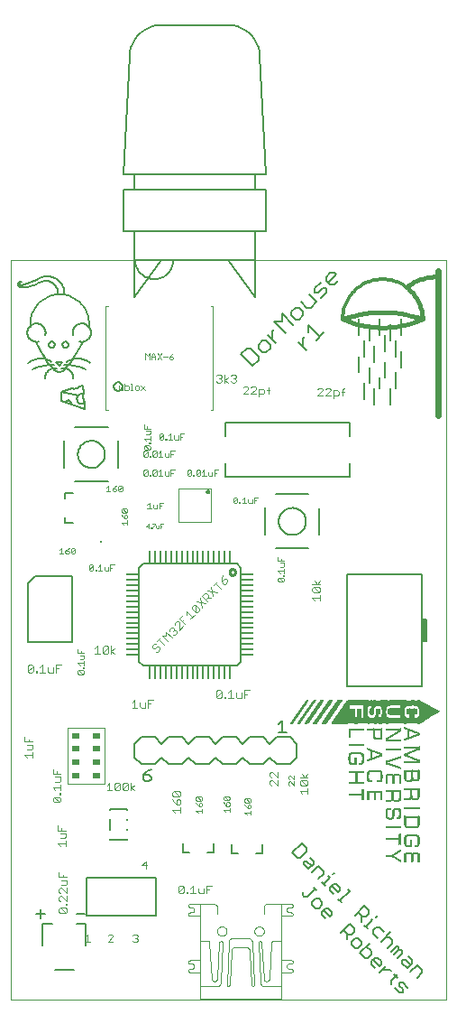
<source format=gto>
G75*
G70*
%OFA0B0*%
%FSLAX24Y24*%
%IPPOS*%
%LPD*%
%AMOC8*
5,1,8,0,0,1.08239X$1,22.5*
%
%ADD10C,0.0000*%
%ADD11C,0.0050*%
%ADD12C,0.0060*%
%ADD13R,0.0315X0.0197*%
%ADD14C,0.0020*%
%ADD15C,0.0030*%
%ADD16C,0.0039*%
%ADD17C,0.0020*%
%ADD18C,0.0080*%
%ADD19C,0.0100*%
%ADD20R,0.0079X0.0472*%
%ADD21R,0.0472X0.0079*%
%ADD22C,0.0040*%
%ADD23C,0.0005*%
%ADD24R,0.0098X0.0098*%
%ADD25C,0.0070*%
%ADD26C,0.0010*%
%ADD27C,0.0120*%
%ADD28C,0.0160*%
%ADD29C,0.0240*%
%ADD30R,0.0008X0.0032*%
%ADD31R,0.0008X0.0048*%
%ADD32R,0.0008X0.0056*%
%ADD33R,0.0008X0.0072*%
%ADD34R,0.0008X0.0080*%
%ADD35R,0.0008X0.0088*%
%ADD36R,0.0008X0.0096*%
%ADD37R,0.0008X0.0104*%
%ADD38R,0.0008X0.0112*%
%ADD39R,0.0008X0.0112*%
%ADD40R,0.0008X0.0120*%
%ADD41R,0.0008X0.0120*%
%ADD42R,0.0008X0.0112*%
%ADD43R,0.0008X0.0112*%
%ADD44R,0.0008X0.0040*%
%ADD45R,0.0008X0.0056*%
%ADD46R,0.0008X0.0072*%
%ADD47R,0.0008X0.0096*%
%ADD48R,0.0008X0.0104*%
%ADD49R,0.0008X0.0128*%
%ADD50R,0.0008X0.0128*%
%ADD51R,0.0008X0.0144*%
%ADD52R,0.0008X0.0136*%
%ADD53R,0.0008X0.0136*%
%ADD54R,0.0008X0.0144*%
%ADD55R,0.0008X0.0144*%
%ADD56R,0.0008X0.0144*%
%ADD57R,0.0008X0.0016*%
%ADD58R,0.0008X0.0040*%
%ADD59R,0.0008X0.0064*%
%ADD60R,0.0008X0.0136*%
%ADD61R,0.0008X0.0088*%
%ADD62R,0.0008X0.0160*%
%ADD63R,0.0008X0.0160*%
%ADD64R,0.0008X0.0048*%
%ADD65R,0.0008X0.0176*%
%ADD66R,0.0008X0.0176*%
%ADD67R,0.0008X0.0184*%
%ADD68R,0.0008X0.0184*%
%ADD69R,0.0008X0.0184*%
%ADD70R,0.0008X0.0192*%
%ADD71R,0.0008X0.0192*%
%ADD72R,0.0008X0.0184*%
%ADD73R,0.0008X0.0192*%
%ADD74R,0.0008X0.0136*%
%ADD75R,0.0008X0.0192*%
%ADD76R,0.0008X0.0128*%
%ADD77R,0.0008X0.0008*%
%ADD78R,0.0008X0.0128*%
%ADD79R,0.0008X0.0088*%
%ADD80R,0.0008X0.0088*%
%ADD81R,0.0008X0.0080*%
%ADD82R,0.0008X0.0104*%
%ADD83R,0.0008X0.0064*%
%ADD84R,0.0008X0.0032*%
%ADD85R,0.0008X0.0152*%
%ADD86R,0.0008X0.0200*%
%ADD87R,0.0008X0.0208*%
%ADD88R,0.0008X0.0216*%
%ADD89R,0.0008X0.0216*%
%ADD90R,0.0008X0.0224*%
%ADD91R,0.0008X0.0216*%
%ADD92R,0.0008X0.0216*%
%ADD93R,0.0008X0.0224*%
%ADD94R,0.0008X0.0168*%
%ADD95R,0.0008X0.0168*%
%ADD96R,0.0008X0.0024*%
%ADD97R,0.0008X0.0224*%
%ADD98R,0.0008X0.0064*%
%ADD99R,0.0008X0.0048*%
%ADD100R,0.0008X0.0208*%
%ADD101R,0.0008X0.0224*%
%ADD102R,0.0008X0.0232*%
%ADD103R,0.0008X0.0240*%
%ADD104R,0.0008X0.0248*%
%ADD105R,0.0008X0.0248*%
%ADD106R,0.0008X0.0256*%
%ADD107R,0.0008X0.0256*%
%ADD108R,0.0008X0.0256*%
%ADD109R,0.0008X0.0248*%
%ADD110R,0.0008X0.0208*%
%ADD111R,0.0008X0.0200*%
%ADD112R,0.0008X0.0176*%
%ADD113R,0.0008X0.0168*%
%ADD114R,0.0008X0.0152*%
%ADD115R,0.0008X0.0248*%
%ADD116R,0.0008X0.0064*%
%ADD117R,0.0008X0.0256*%
%ADD118R,0.0008X0.0048*%
%ADD119R,0.0008X0.0168*%
%ADD120R,0.0008X0.0232*%
%ADD121R,0.0008X0.0272*%
%ADD122R,0.0008X0.0280*%
%ADD123R,0.0008X0.0288*%
%ADD124R,0.0008X0.0304*%
%ADD125R,0.0008X0.0312*%
%ADD126R,0.0008X0.0328*%
%ADD127R,0.0008X0.0240*%
%ADD128R,0.0008X0.0336*%
%ADD129R,0.0008X0.0352*%
%ADD130R,0.0008X0.0360*%
%ADD131R,0.0008X0.0376*%
%ADD132R,0.0008X0.0384*%
%ADD133R,0.0008X0.0392*%
%ADD134R,0.0008X0.0408*%
%ADD135R,0.0008X0.0416*%
%ADD136R,0.0008X0.0432*%
%ADD137R,0.0008X0.0440*%
%ADD138R,0.0008X0.0456*%
%ADD139R,0.0008X0.0464*%
%ADD140R,0.0008X0.0480*%
%ADD141R,0.0008X0.0488*%
%ADD142R,0.0008X0.0496*%
%ADD143R,0.0008X0.0512*%
%ADD144R,0.0008X0.0520*%
%ADD145R,0.0008X0.0536*%
%ADD146R,0.0008X0.0544*%
%ADD147R,0.0008X0.0560*%
%ADD148R,0.0008X0.0568*%
%ADD149R,0.0008X0.0016*%
%ADD150R,0.0008X0.0576*%
%ADD151R,0.0008X0.0592*%
%ADD152R,0.0008X0.0600*%
%ADD153R,0.0008X0.0616*%
%ADD154R,0.0008X0.0624*%
%ADD155R,0.0008X0.0640*%
%ADD156R,0.0008X0.0648*%
%ADD157R,0.0008X0.0664*%
%ADD158R,0.0008X0.0672*%
%ADD159R,0.0008X0.0680*%
%ADD160R,0.0008X0.0696*%
%ADD161R,0.0008X0.0704*%
%ADD162R,0.0008X0.0720*%
%ADD163R,0.0008X0.0728*%
%ADD164R,0.0008X0.0744*%
%ADD165R,0.0008X0.0752*%
%ADD166R,0.0008X0.0768*%
%ADD167R,0.0008X0.0776*%
%ADD168R,0.0008X0.0784*%
%ADD169R,0.0008X0.0800*%
%ADD170R,0.0008X0.0808*%
%ADD171R,0.0008X0.0824*%
%ADD172R,0.0008X0.0832*%
%ADD173R,0.0008X0.0840*%
%ADD174R,0.0008X0.0856*%
%ADD175R,0.0008X0.0856*%
%ADD176R,0.0008X0.0864*%
%ADD177R,0.0008X0.0864*%
%ADD178R,0.0008X0.0872*%
%ADD179R,0.0008X0.0872*%
%ADD180R,0.0008X0.0304*%
%ADD181R,0.0008X0.0208*%
%ADD182R,0.0008X0.0560*%
%ADD183R,0.0008X0.0352*%
%ADD184R,0.0008X0.0344*%
%ADD185R,0.0008X0.0368*%
%ADD186R,0.0008X0.0384*%
%ADD187R,0.0008X0.0400*%
%ADD188R,0.0008X0.0408*%
%ADD189R,0.0008X0.0344*%
%ADD190R,0.0008X0.0072*%
%ADD191R,0.0008X0.0072*%
%ADD192R,0.0008X0.0264*%
%ADD193R,0.0008X0.0264*%
%ADD194R,0.0008X0.0448*%
%ADD195R,0.0008X0.0448*%
%ADD196R,0.0008X0.0424*%
%ADD197R,0.0008X0.0424*%
%ADD198R,0.0008X0.0360*%
%ADD199R,0.0008X0.0328*%
%ADD200R,0.0008X0.0272*%
%ADD201R,0.0008X0.0320*%
%ADD202R,0.0008X0.0336*%
%ADD203R,0.0008X0.0288*%
%ADD204R,0.0008X0.0296*%
%ADD205R,0.0008X0.0320*%
%ADD206R,0.0008X0.0264*%
%ADD207R,0.0008X0.0280*%
%ADD208R,0.0008X0.0368*%
%ADD209R,0.0008X0.0384*%
%ADD210R,0.0008X0.0392*%
%ADD211R,0.0008X0.0232*%
%ADD212R,0.0008X0.0232*%
%ADD213R,0.0008X0.0416*%
%ADD214R,0.0008X0.0400*%
%ADD215R,0.0008X0.0552*%
%ADD216R,0.0008X0.0552*%
%ADD217R,0.0008X0.0544*%
%ADD218R,0.0008X0.0544*%
%ADD219R,0.0008X0.0528*%
%ADD220R,0.0008X0.0344*%
%ADD221R,0.0008X0.0392*%
%ADD222R,0.0008X0.0352*%
%ADD223R,0.0008X0.0352*%
%ADD224R,0.0008X0.0272*%
%ADD225R,0.0008X0.0328*%
%ADD226R,0.0008X0.0528*%
%ADD227R,0.0008X0.0096*%
%ADD228R,0.0008X0.0152*%
%ADD229R,0.0008X0.0384*%
%ADD230R,0.0008X0.0368*%
%ADD231R,0.0008X0.0304*%
%ADD232R,0.0008X0.0344*%
%ADD233R,0.0008X0.0288*%
%ADD234R,0.0008X0.0312*%
%ADD235R,0.0008X0.0104*%
%ADD236R,0.0008X0.0272*%
%ADD237R,0.0008X0.0376*%
%ADD238R,0.0008X0.0392*%
%ADD239R,0.0008X0.0312*%
%ADD240R,0.0008X0.0328*%
%ADD241R,0.0008X0.0368*%
%ADD242R,0.0008X0.0432*%
%ADD243R,0.0008X0.0312*%
%ADD244R,0.0008X0.0296*%
%ADD245R,0.0008X0.0376*%
%ADD246R,0.0008X0.0416*%
%ADD247R,0.0008X0.0424*%
%ADD248R,0.0008X0.0408*%
%ADD249R,0.0008X0.0424*%
%ADD250R,0.0008X0.0416*%
%ADD251R,0.0008X0.0848*%
%ADD252R,0.0008X0.0840*%
%ADD253R,0.0008X0.0824*%
%ADD254R,0.0008X0.0816*%
%ADD255R,0.0008X0.0808*%
%ADD256R,0.0008X0.0784*%
%ADD257R,0.0008X0.0768*%
%ADD258R,0.0008X0.0760*%
%ADD259R,0.0008X0.0752*%
%ADD260R,0.0008X0.0744*%
%ADD261R,0.0008X0.0736*%
%ADD262R,0.0008X0.0728*%
%ADD263R,0.0008X0.0688*%
%ADD264R,0.0008X0.0680*%
%ADD265R,0.0008X0.0664*%
%ADD266R,0.0008X0.0656*%
%ADD267R,0.0008X0.0640*%
%ADD268R,0.0008X0.0632*%
%ADD269R,0.0008X0.0624*%
%ADD270R,0.0008X0.0616*%
%ADD271R,0.0008X0.0608*%
%ADD272R,0.0008X0.0600*%
%ADD273R,0.0008X0.0584*%
%ADD274R,0.0008X0.0568*%
%ADD275R,0.0008X0.0536*%
%ADD276R,0.0008X0.0520*%
%ADD277R,0.0008X0.0504*%
%ADD278R,0.0008X0.0504*%
%ADD279R,0.0008X0.0488*%
%ADD280R,0.0008X0.0472*%
%ADD281R,0.0008X0.0456*%
%ADD282R,0.0008X0.0440*%
%ADD283R,0.0008X0.0032*%
%ADD284R,0.0008X0.0008*%
D10*
X005729Y003024D02*
X005729Y030339D01*
X021839Y030339D01*
X021819Y003024D01*
X005729Y003024D01*
X013355Y005552D02*
X013357Y005578D01*
X013363Y005604D01*
X013373Y005629D01*
X013386Y005652D01*
X013402Y005672D01*
X013422Y005690D01*
X013444Y005705D01*
X013467Y005717D01*
X013493Y005725D01*
X013519Y005729D01*
X013545Y005729D01*
X013571Y005725D01*
X013597Y005717D01*
X013621Y005705D01*
X013642Y005690D01*
X013662Y005672D01*
X013678Y005652D01*
X013691Y005629D01*
X013701Y005604D01*
X013707Y005578D01*
X013709Y005552D01*
X013707Y005526D01*
X013701Y005500D01*
X013691Y005475D01*
X013678Y005452D01*
X013662Y005432D01*
X013642Y005414D01*
X013620Y005399D01*
X013597Y005387D01*
X013571Y005379D01*
X013545Y005375D01*
X013519Y005375D01*
X013493Y005379D01*
X013467Y005387D01*
X013443Y005399D01*
X013422Y005414D01*
X013402Y005432D01*
X013386Y005452D01*
X013373Y005475D01*
X013363Y005500D01*
X013357Y005526D01*
X013355Y005552D01*
X014733Y005552D02*
X014735Y005578D01*
X014741Y005604D01*
X014751Y005629D01*
X014764Y005652D01*
X014780Y005672D01*
X014800Y005690D01*
X014822Y005705D01*
X014845Y005717D01*
X014871Y005725D01*
X014897Y005729D01*
X014923Y005729D01*
X014949Y005725D01*
X014975Y005717D01*
X014999Y005705D01*
X015020Y005690D01*
X015040Y005672D01*
X015056Y005652D01*
X015069Y005629D01*
X015079Y005604D01*
X015085Y005578D01*
X015087Y005552D01*
X015085Y005526D01*
X015079Y005500D01*
X015069Y005475D01*
X015056Y005452D01*
X015040Y005432D01*
X015020Y005414D01*
X014998Y005399D01*
X014975Y005387D01*
X014949Y005379D01*
X014923Y005375D01*
X014897Y005375D01*
X014871Y005379D01*
X014845Y005387D01*
X014821Y005399D01*
X014800Y005414D01*
X014780Y005432D01*
X014764Y005452D01*
X014751Y005475D01*
X014741Y005500D01*
X014735Y005526D01*
X014733Y005552D01*
D11*
X010835Y011084D02*
X010911Y011159D01*
X010911Y011234D01*
X010835Y011309D01*
X010610Y011309D01*
X010610Y011159D01*
X010685Y011084D01*
X010835Y011084D01*
X010610Y011309D02*
X010760Y011459D01*
X010911Y011534D01*
X008008Y016213D02*
X008008Y018654D01*
X006630Y018654D01*
X006355Y018378D01*
X006355Y016213D01*
X008008Y016213D01*
X012969Y021772D02*
X012971Y021786D01*
X012976Y021798D01*
X012985Y021809D01*
X012997Y021817D01*
X013010Y021822D01*
X013023Y021823D01*
X013037Y021820D01*
X013049Y021814D01*
X013060Y021804D01*
X013067Y021792D01*
X013071Y021779D01*
X013071Y021765D01*
X013067Y021752D01*
X013060Y021740D01*
X013049Y021730D01*
X013037Y021724D01*
X013023Y021721D01*
X013010Y021722D01*
X012997Y021727D01*
X012985Y021735D01*
X012976Y021746D01*
X012971Y021758D01*
X012969Y021772D01*
X014669Y026410D02*
X014885Y026626D01*
X014885Y026770D01*
X014597Y027058D01*
X014453Y027058D01*
X014238Y026842D01*
X014669Y026410D01*
X015027Y026912D02*
X015171Y026912D01*
X015315Y027056D01*
X015315Y027200D01*
X015171Y027344D01*
X015027Y027344D01*
X014883Y027200D01*
X014883Y027056D01*
X015027Y026912D01*
X015385Y027414D02*
X015385Y027702D01*
X015457Y027773D01*
X015455Y028060D02*
X015743Y028060D01*
X015743Y028347D01*
X016175Y027916D01*
X016245Y028130D02*
X016389Y028130D01*
X016532Y028274D01*
X016532Y028417D01*
X016389Y028561D01*
X016245Y028561D01*
X016101Y028417D01*
X016101Y028274D01*
X016245Y028130D01*
X015887Y027628D02*
X015455Y028060D01*
X015241Y027558D02*
X015529Y027270D01*
X016371Y027287D02*
X016659Y027000D01*
X016515Y027143D02*
X016515Y027431D01*
X016587Y027503D01*
X016729Y027645D02*
X016729Y027933D01*
X017161Y027502D01*
X017304Y027645D02*
X017017Y027358D01*
X016818Y028559D02*
X016674Y028559D01*
X016458Y028775D01*
X016746Y029063D02*
X017034Y028775D01*
X016818Y028559D01*
X017176Y028917D02*
X017392Y029133D01*
X017392Y029277D01*
X017248Y029277D01*
X017104Y029133D01*
X016960Y029133D01*
X016960Y029277D01*
X017176Y029493D01*
X017390Y029563D02*
X017390Y029707D01*
X017534Y029850D01*
X017678Y029850D01*
X017750Y029779D01*
X017462Y029491D01*
X017534Y029419D02*
X017390Y029563D01*
X017534Y029419D02*
X017678Y029419D01*
X017822Y029563D01*
X018583Y028142D02*
X018583Y027552D01*
X018780Y027355D02*
X018780Y026764D01*
X018583Y026764D02*
X018583Y026174D01*
X018780Y025780D02*
X018780Y025189D01*
X019174Y024993D02*
X019174Y025583D01*
X019370Y025583D02*
X019370Y025977D01*
X019567Y025977D02*
X019567Y026567D01*
X019567Y026961D02*
X019567Y027552D01*
X019370Y027552D02*
X019370Y028142D01*
X018977Y027945D02*
X018977Y027355D01*
X019174Y027158D02*
X019174Y026567D01*
X018977Y026370D02*
X018977Y025780D01*
X019764Y025583D02*
X019764Y024993D01*
X019961Y025583D02*
X019961Y026174D01*
X020158Y026370D02*
X020158Y026961D01*
X019961Y026764D02*
X019961Y027355D01*
X019764Y027355D02*
X019764Y027945D01*
X020158Y028142D02*
X020158Y027552D01*
X015144Y031404D02*
X015144Y032915D01*
X014751Y032915D01*
X014751Y033506D01*
X014751Y032915D02*
X010302Y032915D01*
X010302Y033506D01*
X010302Y032915D02*
X009908Y032915D01*
X009908Y031404D01*
X015144Y031404D01*
X014751Y031404D02*
X014751Y030333D01*
X014751Y028967D01*
X013767Y030333D01*
X014751Y030333D01*
X013767Y030333D02*
X011286Y030333D01*
X010302Y028967D01*
X010302Y030333D01*
X010302Y031404D01*
X014751Y031404D01*
X015144Y033506D02*
X014928Y037848D01*
X014926Y037915D01*
X014920Y037981D01*
X014911Y038047D01*
X014897Y038112D01*
X014880Y038177D01*
X014859Y038240D01*
X014834Y038302D01*
X014806Y038362D01*
X014774Y038421D01*
X014739Y038478D01*
X014701Y038532D01*
X014660Y038585D01*
X014616Y038634D01*
X014568Y038682D01*
X014519Y038726D01*
X014466Y038767D01*
X014412Y038805D01*
X014355Y038840D01*
X014296Y038872D01*
X014236Y038900D01*
X014174Y038925D01*
X014111Y038946D01*
X014046Y038963D01*
X013981Y038977D01*
X013915Y038986D01*
X013849Y038992D01*
X013782Y038994D01*
X011270Y038994D01*
X011203Y038992D01*
X011137Y038986D01*
X011071Y038977D01*
X011006Y038963D01*
X010941Y038946D01*
X010878Y038925D01*
X010816Y038900D01*
X010756Y038872D01*
X010697Y038840D01*
X010640Y038805D01*
X010586Y038767D01*
X010533Y038726D01*
X010484Y038682D01*
X010436Y038634D01*
X010392Y038585D01*
X010351Y038532D01*
X010313Y038478D01*
X010278Y038421D01*
X010246Y038362D01*
X010218Y038302D01*
X010193Y038240D01*
X010172Y038177D01*
X010155Y038112D01*
X010141Y038047D01*
X010132Y037981D01*
X010126Y037915D01*
X010124Y037848D01*
X010125Y037848D02*
X009908Y033506D01*
X015144Y033506D01*
X011286Y030333D02*
X010302Y030333D01*
X010321Y030333D02*
X010323Y030281D01*
X010329Y030230D01*
X010338Y030179D01*
X010351Y030129D01*
X010368Y030080D01*
X010388Y030032D01*
X010412Y029986D01*
X010439Y029942D01*
X010469Y029900D01*
X010502Y029860D01*
X010538Y029823D01*
X010576Y029788D01*
X010617Y029756D01*
X010661Y029728D01*
X010706Y029702D01*
X010753Y029680D01*
X010801Y029662D01*
X010851Y029647D01*
X010901Y029636D01*
X010952Y029628D01*
X011004Y029624D01*
X011056Y029624D01*
X011108Y029628D01*
X011159Y029636D01*
X011209Y029647D01*
X011259Y029662D01*
X011307Y029680D01*
X011354Y029702D01*
X011399Y029728D01*
X011443Y029756D01*
X011484Y029788D01*
X011522Y029823D01*
X011558Y029860D01*
X011591Y029900D01*
X011621Y029942D01*
X011648Y029986D01*
X011672Y030032D01*
X011692Y030080D01*
X011709Y030129D01*
X011722Y030179D01*
X011731Y030230D01*
X011737Y030281D01*
X011739Y030333D01*
X006922Y026808D02*
X006978Y026716D01*
X007038Y026626D01*
X007102Y026539D01*
X007170Y026455D01*
X007241Y026374D01*
X007315Y026296D01*
X007355Y026335D02*
X007433Y026335D01*
X007512Y026414D02*
X007630Y026571D01*
X007433Y026571D01*
X007394Y026571D02*
X007512Y026414D01*
X007315Y026295D02*
X007333Y026273D01*
X007353Y026252D01*
X007376Y026234D01*
X007401Y026219D01*
X007427Y026208D01*
X007455Y026199D01*
X007483Y026194D01*
X007512Y026192D01*
X007541Y026194D01*
X007569Y026199D01*
X007597Y026208D01*
X007623Y026219D01*
X007648Y026234D01*
X007671Y026252D01*
X007691Y026273D01*
X007709Y026295D01*
X007670Y026335D02*
X007591Y026335D01*
X007709Y026453D02*
X007748Y026453D01*
X007788Y026571D02*
X007867Y026611D01*
X008103Y026807D02*
X008378Y027280D01*
X008260Y027319D02*
X008295Y027311D01*
X008331Y027307D01*
X008367Y027307D01*
X008403Y027311D01*
X008438Y027319D01*
X008473Y027330D01*
X008505Y027345D01*
X008536Y027364D01*
X008565Y027386D01*
X008592Y027410D01*
X008615Y027437D01*
X008636Y027467D01*
X008653Y027499D01*
X008667Y027532D01*
X008677Y027567D01*
X008683Y027602D01*
X008686Y027638D01*
X008685Y027674D01*
X008680Y027710D01*
X008671Y027745D01*
X008658Y027779D01*
X008642Y027811D01*
X008622Y027841D01*
X008600Y027869D01*
X008574Y027895D01*
X008546Y027917D01*
X008516Y027937D01*
X008484Y027953D01*
X008450Y027966D01*
X008415Y027975D01*
X008379Y027980D01*
X008343Y027981D01*
X008307Y027978D01*
X008272Y027972D01*
X008237Y027962D01*
X008204Y027948D01*
X008172Y027931D01*
X008142Y027910D01*
X008115Y027887D01*
X008091Y027860D01*
X008069Y027831D01*
X008050Y027800D01*
X008035Y027768D01*
X008024Y027733D01*
X008016Y027698D01*
X008012Y027662D01*
X008012Y027626D01*
X008016Y027590D01*
X008024Y027555D01*
X007637Y027201D02*
X007639Y027221D01*
X007644Y027241D01*
X007654Y027259D01*
X007666Y027276D01*
X007681Y027290D01*
X007699Y027300D01*
X007718Y027308D01*
X007738Y027312D01*
X007758Y027312D01*
X007778Y027308D01*
X007797Y027300D01*
X007815Y027290D01*
X007830Y027276D01*
X007842Y027259D01*
X007852Y027241D01*
X007857Y027221D01*
X007859Y027201D01*
X007857Y027181D01*
X007852Y027161D01*
X007842Y027143D01*
X007830Y027126D01*
X007815Y027112D01*
X007797Y027102D01*
X007778Y027094D01*
X007758Y027090D01*
X007738Y027090D01*
X007718Y027094D01*
X007699Y027102D01*
X007681Y027112D01*
X007666Y027126D01*
X007654Y027143D01*
X007644Y027161D01*
X007639Y027181D01*
X007637Y027201D01*
X007126Y027201D02*
X007128Y027221D01*
X007133Y027241D01*
X007143Y027259D01*
X007155Y027276D01*
X007170Y027290D01*
X007188Y027300D01*
X007207Y027308D01*
X007227Y027312D01*
X007247Y027312D01*
X007267Y027308D01*
X007286Y027300D01*
X007304Y027290D01*
X007319Y027276D01*
X007331Y027259D01*
X007341Y027241D01*
X007346Y027221D01*
X007348Y027201D01*
X007346Y027181D01*
X007341Y027161D01*
X007331Y027143D01*
X007319Y027126D01*
X007304Y027112D01*
X007286Y027102D01*
X007267Y027094D01*
X007247Y027090D01*
X007227Y027090D01*
X007207Y027094D01*
X007188Y027102D01*
X007170Y027112D01*
X007155Y027126D01*
X007143Y027143D01*
X007133Y027161D01*
X007128Y027181D01*
X007126Y027201D01*
X006922Y026807D02*
X006646Y027280D01*
X006764Y027319D02*
X006729Y027311D01*
X006693Y027307D01*
X006657Y027307D01*
X006621Y027311D01*
X006586Y027319D01*
X006551Y027330D01*
X006519Y027345D01*
X006488Y027364D01*
X006459Y027386D01*
X006432Y027410D01*
X006409Y027437D01*
X006388Y027467D01*
X006371Y027499D01*
X006357Y027532D01*
X006347Y027567D01*
X006341Y027602D01*
X006338Y027638D01*
X006339Y027674D01*
X006344Y027710D01*
X006353Y027745D01*
X006366Y027779D01*
X006382Y027811D01*
X006402Y027841D01*
X006424Y027869D01*
X006450Y027895D01*
X006478Y027917D01*
X006508Y027937D01*
X006540Y027953D01*
X006574Y027966D01*
X006609Y027975D01*
X006645Y027980D01*
X006681Y027981D01*
X006717Y027978D01*
X006752Y027972D01*
X006787Y027962D01*
X006820Y027948D01*
X006852Y027931D01*
X006882Y027910D01*
X006909Y027887D01*
X006933Y027860D01*
X006955Y027831D01*
X006974Y027800D01*
X006989Y027768D01*
X007000Y027733D01*
X007008Y027698D01*
X007012Y027662D01*
X007012Y027626D01*
X007008Y027590D01*
X007000Y027555D01*
X006450Y027870D02*
X006446Y027935D01*
X006445Y027999D01*
X006449Y028064D01*
X006456Y028128D01*
X006467Y028192D01*
X006482Y028255D01*
X006501Y028316D01*
X006523Y028377D01*
X006549Y028436D01*
X006578Y028494D01*
X006611Y028550D01*
X006647Y028603D01*
X006686Y028655D01*
X006728Y028704D01*
X006773Y028750D01*
X006821Y028794D01*
X006871Y028835D01*
X006923Y028873D01*
X006978Y028907D01*
X007034Y028938D01*
X007093Y028966D01*
X007152Y028991D01*
X007214Y029011D01*
X007276Y029028D01*
X007339Y029042D01*
X007403Y029051D01*
X007467Y029057D01*
X007532Y029059D01*
X007597Y029057D01*
X007661Y029051D01*
X007725Y029042D01*
X007788Y029028D01*
X007850Y029011D01*
X007912Y028991D01*
X007971Y028966D01*
X008030Y028938D01*
X008086Y028907D01*
X008141Y028873D01*
X008193Y028835D01*
X008243Y028794D01*
X008291Y028750D01*
X008336Y028704D01*
X008378Y028655D01*
X008417Y028603D01*
X008453Y028550D01*
X008486Y028494D01*
X008515Y028436D01*
X008541Y028377D01*
X008563Y028316D01*
X008582Y028255D01*
X008597Y028192D01*
X008608Y028128D01*
X008615Y028064D01*
X008619Y027999D01*
X008618Y027935D01*
X008614Y027870D01*
X007709Y029052D02*
X007709Y029091D01*
X007473Y029091D02*
X007473Y029052D01*
X007709Y029091D02*
X007707Y029140D01*
X007701Y029188D01*
X007692Y029236D01*
X007679Y029283D01*
X007662Y029329D01*
X007642Y029374D01*
X007619Y029417D01*
X007592Y029458D01*
X007562Y029496D01*
X007529Y029533D01*
X007494Y029566D01*
X007456Y029597D01*
X007416Y029625D01*
X007374Y029650D01*
X007330Y029671D01*
X007284Y029689D01*
X007237Y029703D01*
X007190Y029714D01*
X007141Y029721D01*
X007092Y029724D01*
X007044Y029723D01*
X006995Y029719D01*
X006947Y029711D01*
X006899Y029699D01*
X006853Y029683D01*
X006808Y029664D01*
X006764Y029642D01*
X006764Y029485D02*
X006800Y029505D01*
X006837Y029522D01*
X006876Y029536D01*
X006916Y029546D01*
X006956Y029552D01*
X006998Y029555D01*
X007039Y029554D01*
X007080Y029550D01*
X007120Y029542D01*
X007159Y029530D01*
X007198Y029515D01*
X007234Y029497D01*
X007269Y029475D01*
X007302Y029451D01*
X007333Y029423D01*
X007361Y029393D01*
X007387Y029361D01*
X007409Y029326D01*
X007428Y029290D01*
X007444Y029252D01*
X007457Y029213D01*
X007466Y029173D01*
X007471Y029132D01*
X007473Y029091D01*
X006764Y029484D02*
X006708Y029454D01*
X006651Y029428D01*
X006592Y029404D01*
X006532Y029383D01*
X006471Y029365D01*
X006409Y029351D01*
X006347Y029339D01*
X006284Y029331D01*
X006221Y029326D01*
X006158Y029325D01*
X006094Y029327D01*
X006076Y029330D01*
X006057Y029336D01*
X006041Y029346D01*
X006026Y029359D01*
X006015Y029374D01*
X006006Y029391D01*
X006001Y029410D01*
X005999Y029429D01*
X006001Y029448D01*
X006006Y029466D01*
X006015Y029483D01*
X006027Y029498D01*
X006042Y029511D01*
X006059Y029520D01*
X006077Y029526D01*
X006096Y029529D01*
X006115Y029528D01*
X006134Y029523D01*
X006134Y029524D02*
X006120Y029525D01*
X006106Y029523D01*
X006093Y029517D01*
X006081Y029509D01*
X006072Y029498D01*
X006066Y029486D01*
X006062Y029472D01*
X006062Y029458D01*
X006066Y029444D01*
X006072Y029432D01*
X006081Y029421D01*
X006093Y029413D01*
X006106Y029407D01*
X006120Y029405D01*
X006134Y029406D01*
X008103Y026808D02*
X008047Y026716D01*
X007987Y026626D01*
X007923Y026539D01*
X007855Y026455D01*
X007784Y026374D01*
X007710Y026296D01*
X007670Y026335D02*
X007705Y026333D01*
X007740Y026328D01*
X007774Y026320D01*
X007807Y026308D01*
X007838Y026293D01*
X007869Y026275D01*
X007897Y026254D01*
X007923Y026230D01*
X007946Y026204D01*
X007967Y026176D01*
X007985Y026145D01*
X008000Y026114D01*
X008011Y026081D01*
X008020Y026046D01*
X008024Y026012D01*
X008026Y025977D01*
X008024Y025942D01*
X007985Y025587D02*
X008014Y025579D01*
X008044Y025574D01*
X008075Y025573D01*
X008105Y025576D01*
X008135Y025583D01*
X008164Y025593D01*
X008191Y025606D01*
X008217Y025623D01*
X008240Y025643D01*
X008260Y025666D01*
X008378Y025705D01*
X008418Y025390D01*
X008418Y025391D02*
X008393Y025395D01*
X008368Y025396D01*
X008343Y025393D01*
X008318Y025387D01*
X008295Y025378D01*
X008273Y025365D01*
X008253Y025350D01*
X008236Y025332D01*
X008221Y025312D01*
X008221Y025311D02*
X007591Y025469D01*
X007985Y025587D01*
X007591Y025469D02*
X007591Y025115D01*
X008457Y024839D01*
X008457Y025075D01*
X008438Y025059D01*
X008417Y025045D01*
X008394Y025035D01*
X008370Y025029D01*
X008345Y025026D01*
X008320Y025027D01*
X008296Y025032D01*
X008272Y025040D01*
X008250Y025052D01*
X008230Y025066D01*
X008212Y025084D01*
X008198Y025104D01*
X008186Y025126D01*
X008178Y025150D01*
X008173Y025174D01*
X008172Y025199D01*
X008175Y025224D01*
X008181Y025248D01*
X008191Y025271D01*
X008205Y025292D01*
X008221Y025311D01*
X007945Y024997D02*
X007951Y025015D01*
X007953Y025035D01*
X007951Y025054D01*
X007946Y025073D01*
X007938Y025091D01*
X007926Y025107D01*
X007912Y025120D01*
X007895Y025130D01*
X007877Y025138D01*
X007858Y025141D01*
X007838Y025142D01*
X007819Y025138D01*
X007801Y025131D01*
X007784Y025121D01*
X007769Y025108D01*
X007757Y025093D01*
X007749Y025075D01*
X007748Y026453D02*
X007834Y026451D01*
X007919Y026445D01*
X008004Y026435D01*
X008088Y026422D01*
X008172Y026404D01*
X008255Y026382D01*
X008336Y026357D01*
X008417Y026328D01*
X008496Y026296D01*
X008654Y026532D02*
X008612Y026563D01*
X008568Y026590D01*
X008521Y026615D01*
X008474Y026636D01*
X008425Y026653D01*
X008374Y026668D01*
X008323Y026678D01*
X008272Y026685D01*
X008220Y026689D01*
X008168Y026688D01*
X008115Y026684D01*
X008064Y026677D01*
X008013Y026666D01*
X007963Y026651D01*
X007914Y026632D01*
X007867Y026611D01*
X007315Y026453D02*
X007276Y026453D01*
X007237Y026571D02*
X007158Y026611D01*
X007355Y026335D02*
X007320Y026333D01*
X007285Y026328D01*
X007251Y026320D01*
X007218Y026308D01*
X007187Y026293D01*
X007156Y026275D01*
X007128Y026254D01*
X007102Y026230D01*
X007079Y026204D01*
X007058Y026176D01*
X007040Y026145D01*
X007025Y026114D01*
X007014Y026081D01*
X007005Y026046D01*
X007001Y026012D01*
X006999Y025977D01*
X007001Y025942D01*
X007158Y026611D02*
X007111Y026632D01*
X007062Y026651D01*
X007012Y026666D01*
X006961Y026677D01*
X006910Y026684D01*
X006857Y026688D01*
X006805Y026689D01*
X006753Y026685D01*
X006702Y026678D01*
X006651Y026668D01*
X006600Y026653D01*
X006551Y026636D01*
X006504Y026615D01*
X006457Y026590D01*
X006413Y026563D01*
X006371Y026532D01*
X006528Y026296D02*
X006607Y026328D01*
X006688Y026357D01*
X006769Y026382D01*
X006852Y026404D01*
X006936Y026422D01*
X007020Y026435D01*
X007105Y026445D01*
X007190Y026451D01*
X007276Y026453D01*
X008417Y025390D02*
X008409Y025350D01*
X008405Y025310D01*
X008404Y025269D01*
X008407Y025229D01*
X008414Y025189D01*
X008425Y025150D01*
X008439Y025111D01*
X008457Y025075D01*
X009533Y025659D02*
X009535Y025684D01*
X009541Y025708D01*
X009550Y025731D01*
X009563Y025752D01*
X009580Y025771D01*
X009599Y025788D01*
X009620Y025801D01*
X009643Y025810D01*
X009667Y025816D01*
X009692Y025818D01*
X009717Y025816D01*
X009741Y025810D01*
X009764Y025801D01*
X009785Y025788D01*
X009804Y025771D01*
X009821Y025752D01*
X009834Y025731D01*
X009843Y025708D01*
X009849Y025684D01*
X009851Y025659D01*
X009849Y025634D01*
X009843Y025610D01*
X009834Y025587D01*
X009821Y025566D01*
X009804Y025547D01*
X009785Y025530D01*
X009764Y025517D01*
X009741Y025508D01*
X009717Y025502D01*
X009692Y025500D01*
X009667Y025502D01*
X009643Y025508D01*
X009620Y025517D01*
X009599Y025530D01*
X009580Y025547D01*
X009563Y025566D01*
X009550Y025587D01*
X009541Y025610D01*
X009535Y025634D01*
X009533Y025659D01*
X006765Y029642D02*
X006680Y029596D01*
X006593Y029554D01*
X006504Y029516D01*
X006414Y029483D01*
X006322Y029453D01*
X006229Y029427D01*
X006135Y029405D01*
X015760Y013334D02*
X015760Y012884D01*
X015610Y012884D02*
X015911Y012884D01*
X015610Y013184D02*
X015760Y013334D01*
X020932Y016262D02*
X020932Y017062D01*
X021082Y017062D01*
X021082Y016262D01*
X020932Y016262D01*
X020932Y016265D02*
X021082Y016265D01*
X021082Y016313D02*
X020932Y016313D01*
X020932Y016362D02*
X021082Y016362D01*
X021082Y016410D02*
X020932Y016410D01*
X020932Y016459D02*
X021082Y016459D01*
X021082Y016507D02*
X020932Y016507D01*
X020932Y016556D02*
X021082Y016556D01*
X021082Y016604D02*
X020932Y016604D01*
X020932Y016653D02*
X021082Y016653D01*
X021082Y016701D02*
X020932Y016701D01*
X020932Y016750D02*
X021082Y016750D01*
X021082Y016798D02*
X020932Y016798D01*
X020932Y016847D02*
X021082Y016847D01*
X021082Y016895D02*
X020932Y016895D01*
X020932Y016944D02*
X021082Y016944D01*
X021082Y016992D02*
X020932Y016992D01*
X020932Y017041D02*
X021082Y017041D01*
D12*
X016296Y012459D02*
X016296Y011959D01*
X016046Y011709D01*
X015546Y011709D01*
X015296Y011959D01*
X015046Y011709D01*
X014546Y011709D01*
X014296Y011959D01*
X014046Y011709D01*
X013546Y011709D01*
X013296Y011959D01*
X013046Y011709D01*
X012546Y011709D01*
X012296Y011959D01*
X012046Y011709D01*
X011546Y011709D01*
X011296Y011959D01*
X011046Y011709D01*
X010546Y011709D01*
X010296Y011959D01*
X010296Y012459D01*
X010546Y012709D01*
X011046Y012709D01*
X011296Y012459D01*
X011546Y012709D01*
X012046Y012709D01*
X012296Y012459D01*
X012546Y012709D01*
X013046Y012709D01*
X013296Y012459D01*
X013546Y012709D01*
X014046Y012709D01*
X014296Y012459D01*
X014546Y012709D01*
X015046Y012709D01*
X015296Y012459D01*
X015546Y012709D01*
X016046Y012709D01*
X016296Y012459D01*
X016488Y008796D02*
X016664Y008619D01*
X016664Y008501D01*
X016429Y008265D01*
X016311Y008265D01*
X016134Y008442D01*
X016488Y008796D01*
X016793Y008254D02*
X016911Y008136D01*
X016911Y008018D01*
X016734Y007841D01*
X016557Y008018D01*
X016557Y008136D01*
X016675Y008136D01*
X016852Y007959D01*
X016863Y007713D02*
X017099Y007949D01*
X017276Y007772D01*
X017276Y007654D01*
X017099Y007477D01*
X017228Y007348D02*
X017345Y007230D01*
X017286Y007289D02*
X017522Y007525D01*
X017463Y007584D01*
X017640Y007643D02*
X017699Y007702D01*
X017648Y007282D02*
X017530Y007164D01*
X017530Y007046D01*
X017648Y006928D01*
X017824Y006987D02*
X017589Y007223D01*
X017648Y007282D02*
X017765Y007282D01*
X017883Y007164D01*
X017883Y007046D01*
X017824Y006987D01*
X017835Y006740D02*
X017953Y006622D01*
X017894Y006681D02*
X018248Y007035D01*
X018189Y007094D01*
X018797Y006487D02*
X018974Y006310D01*
X018974Y006192D01*
X018856Y006074D01*
X018738Y006074D01*
X018561Y006251D01*
X018679Y006133D02*
X018679Y005897D01*
X018807Y005768D02*
X018925Y005650D01*
X018866Y005709D02*
X019102Y005945D01*
X019043Y006004D01*
X019220Y006063D02*
X019279Y006122D01*
X019227Y005702D02*
X019110Y005584D01*
X019110Y005466D01*
X019286Y005289D01*
X019415Y005160D02*
X019769Y005514D01*
X019710Y005337D02*
X019828Y005219D01*
X019828Y005101D01*
X019651Y004925D01*
X019780Y004796D02*
X020016Y005032D01*
X020075Y004973D01*
X020075Y004855D01*
X020193Y004855D01*
X020193Y004737D01*
X020016Y004560D01*
X019898Y004678D02*
X020075Y004855D01*
X020203Y004490D02*
X020321Y004490D01*
X020498Y004313D01*
X020557Y004372D02*
X020380Y004195D01*
X020203Y004372D01*
X020203Y004490D01*
X020439Y004608D02*
X020557Y004490D01*
X020557Y004372D01*
X020745Y004302D02*
X020509Y004067D01*
X020745Y004302D02*
X020922Y004126D01*
X020922Y004008D01*
X020745Y003831D01*
X020387Y003473D02*
X020210Y003650D01*
X020092Y003650D01*
X020092Y003532D01*
X020210Y003414D01*
X020210Y003296D01*
X020092Y003296D01*
X019915Y003473D01*
X019790Y003598D02*
X019790Y003716D01*
X020026Y003952D01*
X019908Y003952D02*
X020026Y003834D01*
X019781Y004078D02*
X019722Y004137D01*
X019486Y004137D01*
X019368Y004020D02*
X019604Y004255D01*
X019416Y004325D02*
X019357Y004266D01*
X019121Y004502D01*
X019062Y004443D02*
X019180Y004561D01*
X019298Y004561D01*
X019416Y004443D01*
X019416Y004325D01*
X019180Y004207D02*
X019062Y004325D01*
X019062Y004443D01*
X018934Y004572D02*
X019052Y004690D01*
X019052Y004808D01*
X018875Y004985D01*
X018993Y005103D02*
X018639Y004749D01*
X018816Y004572D01*
X018934Y004572D01*
X018569Y004936D02*
X018687Y005054D01*
X018687Y005172D01*
X018569Y005290D01*
X018451Y005290D01*
X018333Y005172D01*
X018333Y005054D01*
X018451Y004936D01*
X018569Y004936D01*
X018146Y005242D02*
X018146Y005478D01*
X018205Y005419D02*
X018028Y005596D01*
X017910Y005478D02*
X018264Y005832D01*
X018440Y005655D01*
X018440Y005537D01*
X018323Y005419D01*
X018205Y005419D01*
X018443Y006133D02*
X018797Y006487D01*
X019227Y005702D02*
X019345Y005702D01*
X019522Y005525D01*
X019592Y005337D02*
X019710Y005337D01*
X017593Y006148D02*
X017534Y006089D01*
X017298Y006325D01*
X017239Y006266D02*
X017357Y006384D01*
X017475Y006384D01*
X017593Y006266D01*
X017593Y006148D01*
X017357Y006030D02*
X017239Y006148D01*
X017239Y006266D01*
X017111Y006395D02*
X017229Y006513D01*
X017229Y006631D01*
X017111Y006749D01*
X016993Y006749D01*
X016875Y006631D01*
X016875Y006513D01*
X016993Y006395D01*
X017111Y006395D01*
X016687Y006818D02*
X016982Y007113D01*
X016923Y007172D02*
X017041Y007054D01*
X016687Y006818D02*
X016569Y006818D01*
X016510Y006877D01*
X016510Y006995D01*
X015029Y008433D02*
X014809Y008433D01*
X015029Y008433D02*
X015029Y008753D01*
X014129Y008433D02*
X013909Y008433D01*
X013909Y008753D01*
X013214Y008793D02*
X013214Y008473D01*
X012994Y008473D01*
X012314Y008473D02*
X012094Y008473D01*
X012094Y008793D01*
X010024Y008929D02*
X010024Y008966D01*
X010024Y008929D02*
X009386Y008929D01*
X009386Y008966D01*
X009386Y009283D02*
X009386Y009694D01*
X009386Y010011D02*
X009386Y010048D01*
X010024Y010048D01*
X010024Y010011D01*
X010024Y009694D02*
X010024Y009657D01*
X010024Y009320D02*
X010024Y009283D01*
X008033Y020614D02*
X007713Y020614D01*
X007713Y020833D01*
X007713Y021514D02*
X007713Y021733D01*
X008033Y021733D01*
D13*
X008119Y012768D03*
X008119Y012276D03*
X008119Y011784D03*
X008119Y011292D03*
X008906Y011292D03*
X008906Y011784D03*
X008906Y012276D03*
X008906Y012768D03*
D14*
X009201Y013044D02*
X009201Y010996D01*
X007823Y010996D01*
X007823Y013024D01*
X007823Y013044D02*
X009201Y013044D01*
D15*
X010210Y013805D02*
X010404Y013805D01*
X010307Y013805D02*
X010307Y014095D01*
X010210Y013998D01*
X010505Y013998D02*
X010505Y013853D01*
X010553Y013805D01*
X010698Y013805D01*
X010698Y013998D01*
X010800Y013950D02*
X010896Y013950D01*
X010800Y014095D02*
X010993Y014095D01*
X010800Y014095D02*
X010800Y013805D01*
X011089Y015872D02*
X011157Y015872D01*
X011226Y015941D01*
X011226Y016009D01*
X011191Y016043D01*
X011123Y016043D01*
X011055Y015975D01*
X010986Y015975D01*
X010952Y016009D01*
X010952Y016077D01*
X011020Y016146D01*
X011089Y016146D01*
X011126Y016252D02*
X011263Y016388D01*
X011195Y016320D02*
X011400Y016115D01*
X011540Y016255D02*
X011334Y016460D01*
X011471Y016460D01*
X011471Y016597D01*
X011677Y016392D01*
X011714Y016497D02*
X011782Y016497D01*
X011851Y016566D01*
X011851Y016634D01*
X011816Y016668D01*
X011748Y016668D01*
X011714Y016634D01*
X011748Y016668D02*
X011748Y016737D01*
X011714Y016771D01*
X011645Y016771D01*
X011577Y016703D01*
X011577Y016634D01*
X011785Y016842D02*
X011785Y016911D01*
X011854Y016979D01*
X011922Y016979D01*
X011956Y016945D01*
X011956Y016671D01*
X012093Y016808D01*
X012165Y016880D02*
X011960Y017085D01*
X012096Y017222D01*
X012236Y017225D02*
X012236Y017362D01*
X012441Y017157D01*
X012373Y017088D02*
X012510Y017225D01*
X012547Y017331D02*
X012410Y017467D01*
X012410Y017536D01*
X012479Y017604D01*
X012547Y017604D01*
X012547Y017331D01*
X012616Y017331D01*
X012684Y017399D01*
X012684Y017467D01*
X012547Y017604D01*
X012585Y017710D02*
X012927Y017642D01*
X012998Y017713D02*
X012793Y017918D01*
X012896Y018021D01*
X012964Y018021D01*
X013032Y017953D01*
X013032Y017884D01*
X012930Y017782D01*
X012998Y017850D02*
X013135Y017850D01*
X013206Y017922D02*
X013138Y018264D01*
X013210Y018335D02*
X013346Y018472D01*
X013278Y018404D02*
X013483Y018198D01*
X013343Y018058D02*
X013001Y018127D01*
X012721Y017847D02*
X012790Y017505D01*
X012131Y017051D02*
X012062Y016982D01*
X013521Y018441D02*
X013589Y018372D01*
X013657Y018372D01*
X013726Y018441D01*
X013726Y018509D01*
X013692Y018543D01*
X013623Y018543D01*
X013521Y018441D01*
X013521Y018578D01*
X013555Y018680D01*
X013466Y014445D02*
X013514Y014397D01*
X013321Y014204D01*
X013369Y014155D01*
X013466Y014155D01*
X013514Y014204D01*
X013514Y014397D01*
X013466Y014445D02*
X013369Y014445D01*
X013321Y014397D01*
X013321Y014204D01*
X013615Y014204D02*
X013664Y014204D01*
X013664Y014155D01*
X013615Y014155D01*
X013615Y014204D01*
X013762Y014155D02*
X013956Y014155D01*
X013859Y014155D02*
X013859Y014445D01*
X013762Y014349D01*
X014057Y014349D02*
X014057Y014204D01*
X014106Y014155D01*
X014251Y014155D01*
X014251Y014349D01*
X014352Y014300D02*
X014449Y014300D01*
X014545Y014445D02*
X014352Y014445D01*
X014352Y014155D01*
X015356Y011423D02*
X015307Y011374D01*
X015307Y011278D01*
X015356Y011229D01*
X015356Y011128D02*
X015307Y011080D01*
X015307Y010983D01*
X015356Y010935D01*
X015356Y011128D02*
X015404Y011128D01*
X015598Y010935D01*
X015598Y011128D01*
X015598Y011229D02*
X015404Y011423D01*
X015356Y011423D01*
X015598Y011423D02*
X015598Y011229D01*
X016410Y011225D02*
X016700Y011225D01*
X016603Y011225D02*
X016506Y011370D01*
X016603Y011225D02*
X016700Y011370D01*
X016652Y011124D02*
X016700Y011075D01*
X016700Y010978D01*
X016652Y010930D01*
X016458Y011124D01*
X016652Y011124D01*
X016652Y010930D02*
X016458Y010930D01*
X016410Y010978D01*
X016410Y011075D01*
X016458Y011124D01*
X016700Y010829D02*
X016700Y010635D01*
X016700Y010732D02*
X016410Y010732D01*
X016506Y010635D01*
X013152Y007233D02*
X012958Y007233D01*
X012958Y006943D01*
X012857Y006943D02*
X012857Y007136D01*
X012958Y007088D02*
X013055Y007088D01*
X012857Y006943D02*
X012712Y006943D01*
X012663Y006991D01*
X012663Y007136D01*
X012562Y006943D02*
X012369Y006943D01*
X012466Y006943D02*
X012466Y007233D01*
X012369Y007136D01*
X012270Y006991D02*
X012221Y006991D01*
X012221Y006943D01*
X012270Y006943D01*
X012270Y006991D01*
X012120Y006991D02*
X012120Y007184D01*
X011927Y006991D01*
X011975Y006943D01*
X012072Y006943D01*
X012120Y006991D01*
X011927Y006991D02*
X011927Y007184D01*
X011975Y007233D01*
X012072Y007233D01*
X012120Y007184D01*
X011995Y009927D02*
X011995Y010120D01*
X011995Y010024D02*
X011705Y010024D01*
X011802Y009927D01*
X011850Y010221D02*
X011850Y010367D01*
X011898Y010415D01*
X011947Y010415D01*
X011995Y010367D01*
X011995Y010270D01*
X011947Y010221D01*
X011850Y010221D01*
X011753Y010318D01*
X011705Y010415D01*
X011753Y010516D02*
X011705Y010564D01*
X011705Y010661D01*
X011753Y010710D01*
X011947Y010516D01*
X011995Y010564D01*
X011995Y010661D01*
X011947Y010710D01*
X011753Y010710D01*
X011753Y010516D02*
X011947Y010516D01*
X010306Y010746D02*
X010161Y010842D01*
X010306Y010939D01*
X010161Y011036D02*
X010161Y010746D01*
X010060Y010794D02*
X010012Y010746D01*
X009915Y010746D01*
X009867Y010794D01*
X010060Y010988D01*
X010060Y010794D01*
X009867Y010794D02*
X009867Y010988D01*
X009915Y011036D01*
X010012Y011036D01*
X010060Y010988D01*
X009765Y010988D02*
X009765Y010794D01*
X009717Y010746D01*
X009620Y010746D01*
X009572Y010794D01*
X009765Y010988D01*
X009717Y011036D01*
X009620Y011036D01*
X009572Y010988D01*
X009572Y010794D01*
X009471Y010746D02*
X009277Y010746D01*
X009374Y010746D02*
X009374Y011036D01*
X009277Y010939D01*
X007566Y010948D02*
X007566Y010755D01*
X007566Y010851D02*
X007276Y010851D01*
X007373Y010755D01*
X007518Y010656D02*
X007566Y010656D01*
X007566Y010607D01*
X007518Y010607D01*
X007518Y010656D01*
X007518Y010506D02*
X007324Y010506D01*
X007518Y010313D01*
X007566Y010361D01*
X007566Y010458D01*
X007518Y010506D01*
X007518Y010313D02*
X007324Y010313D01*
X007276Y010361D01*
X007276Y010458D01*
X007324Y010506D01*
X007373Y011049D02*
X007518Y011049D01*
X007566Y011098D01*
X007566Y011243D01*
X007373Y011243D01*
X007421Y011344D02*
X007421Y011441D01*
X007276Y011537D02*
X007276Y011344D01*
X007566Y011344D01*
X006524Y011952D02*
X006524Y012146D01*
X006524Y012049D02*
X006234Y012049D01*
X006330Y011952D01*
X006330Y012247D02*
X006476Y012247D01*
X006524Y012295D01*
X006524Y012440D01*
X006330Y012440D01*
X006379Y012542D02*
X006379Y012638D01*
X006524Y012542D02*
X006234Y012542D01*
X006234Y012735D01*
X006404Y015096D02*
X006356Y015144D01*
X006549Y015338D01*
X006549Y015144D01*
X006501Y015096D01*
X006404Y015096D01*
X006356Y015144D02*
X006356Y015338D01*
X006404Y015386D01*
X006501Y015386D01*
X006549Y015338D01*
X006651Y015144D02*
X006699Y015144D01*
X006699Y015096D01*
X006651Y015096D01*
X006651Y015144D01*
X006798Y015096D02*
X006991Y015096D01*
X006895Y015096D02*
X006895Y015386D01*
X006798Y015290D01*
X007093Y015290D02*
X007093Y015144D01*
X007141Y015096D01*
X007286Y015096D01*
X007286Y015290D01*
X007387Y015241D02*
X007484Y015241D01*
X007387Y015096D02*
X007387Y015386D01*
X007581Y015386D01*
X008840Y015785D02*
X009034Y015785D01*
X008937Y015785D02*
X008937Y016075D01*
X008840Y015979D01*
X009135Y016027D02*
X009183Y016075D01*
X009280Y016075D01*
X009328Y016027D01*
X009135Y015833D01*
X009183Y015785D01*
X009280Y015785D01*
X009328Y015833D01*
X009328Y016027D01*
X009430Y016075D02*
X009430Y015785D01*
X009430Y015882D02*
X009575Y015979D01*
X009430Y015882D02*
X009575Y015785D01*
X009135Y015833D02*
X009135Y016027D01*
X007457Y009466D02*
X007457Y009272D01*
X007747Y009272D01*
X007747Y009171D02*
X007554Y009171D01*
X007602Y009272D02*
X007602Y009369D01*
X007747Y009171D02*
X007747Y009026D01*
X007699Y008977D01*
X007554Y008977D01*
X007747Y008876D02*
X007747Y008683D01*
X007747Y008779D02*
X007457Y008779D01*
X007554Y008683D01*
X007501Y007735D02*
X007501Y007542D01*
X007792Y007542D01*
X007792Y007440D02*
X007598Y007440D01*
X007646Y007542D02*
X007646Y007638D01*
X007792Y007440D02*
X007792Y007295D01*
X007743Y007247D01*
X007598Y007247D01*
X007598Y007146D02*
X007550Y007146D01*
X007501Y007097D01*
X007501Y007001D01*
X007550Y006952D01*
X007550Y006851D02*
X007501Y006803D01*
X007501Y006706D01*
X007550Y006658D01*
X007550Y006851D02*
X007598Y006851D01*
X007792Y006658D01*
X007792Y006851D01*
X007792Y006952D02*
X007598Y007146D01*
X007792Y007146D02*
X007792Y006952D01*
X007792Y006559D02*
X007792Y006510D01*
X007743Y006510D01*
X007743Y006559D01*
X007792Y006559D01*
X007743Y006409D02*
X007792Y006361D01*
X007792Y006264D01*
X007743Y006216D01*
X007550Y006409D01*
X007743Y006409D01*
X007550Y006409D02*
X007501Y006361D01*
X007501Y006264D01*
X007550Y006216D01*
X007743Y006216D01*
X016971Y017765D02*
X016874Y017862D01*
X017165Y017862D01*
X017165Y017765D02*
X017165Y017959D01*
X017116Y018060D02*
X016923Y018254D01*
X017116Y018254D01*
X017165Y018205D01*
X017165Y018108D01*
X017116Y018060D01*
X016923Y018060D01*
X016874Y018108D01*
X016874Y018205D01*
X016923Y018254D01*
X016874Y018355D02*
X017165Y018355D01*
X017068Y018355D02*
X016971Y018500D01*
X017068Y018355D02*
X017165Y018500D01*
X017658Y025220D02*
X017658Y025510D01*
X017803Y025510D01*
X017851Y025462D01*
X017851Y025365D01*
X017803Y025317D01*
X017658Y025317D01*
X017557Y025317D02*
X017363Y025317D01*
X017557Y025510D01*
X017557Y025558D01*
X017508Y025607D01*
X017412Y025607D01*
X017363Y025558D01*
X017262Y025558D02*
X017214Y025607D01*
X017117Y025607D01*
X017069Y025558D01*
X017262Y025558D02*
X017262Y025510D01*
X017069Y025317D01*
X017262Y025317D01*
X017952Y025462D02*
X018049Y025462D01*
X018001Y025558D02*
X018049Y025607D01*
X018001Y025558D02*
X018001Y025317D01*
X015293Y025521D02*
X015197Y025521D01*
X015095Y025521D02*
X015095Y025424D01*
X015047Y025376D01*
X014902Y025376D01*
X014902Y025279D02*
X014902Y025569D01*
X015047Y025569D01*
X015095Y025521D01*
X015245Y025618D02*
X015293Y025666D01*
X015245Y025618D02*
X015245Y025376D01*
X014801Y025376D02*
X014607Y025376D01*
X014801Y025569D01*
X014801Y025618D01*
X014752Y025666D01*
X014656Y025666D01*
X014607Y025618D01*
X014506Y025618D02*
X014458Y025666D01*
X014361Y025666D01*
X014313Y025618D01*
X014506Y025618D02*
X014506Y025569D01*
X014313Y025376D01*
X014506Y025376D01*
X014057Y025851D02*
X014008Y025802D01*
X013911Y025802D01*
X013863Y025851D01*
X013763Y025802D02*
X013618Y025899D01*
X013763Y025996D01*
X013863Y026044D02*
X013911Y026093D01*
X014008Y026093D01*
X014057Y026044D01*
X014057Y025996D01*
X014008Y025948D01*
X014057Y025899D01*
X014057Y025851D01*
X014008Y025948D02*
X013960Y025948D01*
X013618Y025802D02*
X013618Y026093D01*
X013516Y026044D02*
X013516Y025996D01*
X013468Y025948D01*
X013516Y025899D01*
X013516Y025851D01*
X013468Y025802D01*
X013371Y025802D01*
X013323Y025851D01*
X013420Y025948D02*
X013468Y025948D01*
X013516Y026044D02*
X013468Y026093D01*
X013371Y026093D01*
X013323Y026044D01*
D16*
X013196Y024793D02*
X013137Y024793D01*
X013196Y024793D02*
X013196Y028612D01*
X013137Y028612D01*
X009318Y028612D02*
X009219Y028612D01*
X009219Y024793D01*
X009318Y024793D01*
D17*
X009758Y025532D02*
X009721Y025568D01*
X009721Y025678D01*
X009868Y025678D02*
X009868Y025532D01*
X009758Y025532D01*
X009942Y025532D02*
X010052Y025532D01*
X010089Y025568D01*
X010089Y025642D01*
X010052Y025678D01*
X009942Y025678D01*
X009942Y025752D02*
X009942Y025532D01*
X010163Y025532D02*
X010237Y025532D01*
X010200Y025532D02*
X010200Y025752D01*
X010163Y025752D01*
X010311Y025642D02*
X010311Y025568D01*
X010347Y025532D01*
X010421Y025532D01*
X010458Y025568D01*
X010458Y025642D01*
X010421Y025678D01*
X010347Y025678D01*
X010311Y025642D01*
X010532Y025678D02*
X010678Y025532D01*
X010532Y025532D02*
X010678Y025678D01*
X010706Y026654D02*
X010706Y026874D01*
X010779Y026800D01*
X010852Y026874D01*
X010852Y026654D01*
X010927Y026654D02*
X010927Y026800D01*
X011000Y026874D01*
X011073Y026800D01*
X011073Y026654D01*
X011148Y026654D02*
X011294Y026874D01*
X011369Y026764D02*
X011515Y026764D01*
X011590Y026764D02*
X011700Y026764D01*
X011736Y026727D01*
X011736Y026690D01*
X011700Y026654D01*
X011626Y026654D01*
X011590Y026690D01*
X011590Y026764D01*
X011663Y026837D01*
X011736Y026874D01*
X011294Y026654D02*
X011148Y026874D01*
X011073Y026764D02*
X010927Y026764D01*
X010659Y024250D02*
X010659Y024103D01*
X010879Y024103D01*
X010879Y024029D02*
X010732Y024029D01*
X010769Y024103D02*
X010769Y024177D01*
X010879Y024029D02*
X010879Y023919D01*
X010842Y023882D01*
X010732Y023882D01*
X010879Y023808D02*
X010879Y023661D01*
X010879Y023587D02*
X010879Y023551D01*
X010842Y023551D01*
X010842Y023587D01*
X010879Y023587D01*
X010842Y023477D02*
X010879Y023440D01*
X010879Y023366D01*
X010842Y023330D01*
X010695Y023477D01*
X010842Y023477D01*
X010695Y023477D02*
X010659Y023440D01*
X010659Y023366D01*
X010695Y023330D01*
X010842Y023330D01*
X010789Y023243D02*
X010642Y023096D01*
X010679Y023060D01*
X010752Y023060D01*
X010789Y023096D01*
X010789Y023243D01*
X010752Y023280D01*
X010679Y023280D01*
X010642Y023243D01*
X010642Y023096D01*
X010863Y023096D02*
X010863Y023060D01*
X010900Y023060D01*
X010900Y023096D01*
X010863Y023096D01*
X010974Y023096D02*
X011121Y023243D01*
X011121Y023096D01*
X011084Y023060D01*
X011010Y023060D01*
X010974Y023096D01*
X010974Y023243D01*
X011010Y023280D01*
X011084Y023280D01*
X011121Y023243D01*
X011195Y023206D02*
X011268Y023280D01*
X011268Y023060D01*
X011195Y023060D02*
X011342Y023060D01*
X011416Y023096D02*
X011452Y023060D01*
X011563Y023060D01*
X011563Y023206D01*
X011637Y023170D02*
X011710Y023170D01*
X011637Y023280D02*
X011784Y023280D01*
X011637Y023280D02*
X011637Y023060D01*
X011416Y023096D02*
X011416Y023206D01*
X011441Y023696D02*
X011478Y023696D01*
X011478Y023733D01*
X011441Y023733D01*
X011441Y023696D01*
X011367Y023733D02*
X011367Y023879D01*
X011220Y023733D01*
X011257Y023696D01*
X011330Y023696D01*
X011367Y023733D01*
X011367Y023879D02*
X011330Y023916D01*
X011257Y023916D01*
X011220Y023879D01*
X011220Y023733D01*
X011552Y023696D02*
X011699Y023696D01*
X011625Y023696D02*
X011625Y023916D01*
X011552Y023843D01*
X011773Y023843D02*
X011773Y023733D01*
X011809Y023696D01*
X011920Y023696D01*
X011920Y023843D01*
X011994Y023806D02*
X012067Y023806D01*
X011994Y023696D02*
X011994Y023916D01*
X012141Y023916D01*
X010879Y023735D02*
X010659Y023735D01*
X010732Y023661D01*
X010752Y022583D02*
X010789Y022546D01*
X010642Y022399D01*
X010679Y022363D01*
X010752Y022363D01*
X010789Y022399D01*
X010789Y022546D01*
X010752Y022583D02*
X010679Y022583D01*
X010642Y022546D01*
X010642Y022399D01*
X010863Y022399D02*
X010900Y022399D01*
X010900Y022363D01*
X010863Y022363D01*
X010863Y022399D01*
X010974Y022399D02*
X011121Y022546D01*
X011121Y022399D01*
X011084Y022363D01*
X011010Y022363D01*
X010974Y022399D01*
X010974Y022546D01*
X011010Y022583D01*
X011084Y022583D01*
X011121Y022546D01*
X011195Y022510D02*
X011268Y022583D01*
X011268Y022363D01*
X011195Y022363D02*
X011342Y022363D01*
X011416Y022399D02*
X011452Y022363D01*
X011563Y022363D01*
X011563Y022510D01*
X011637Y022473D02*
X011710Y022473D01*
X011637Y022583D02*
X011784Y022583D01*
X011637Y022583D02*
X011637Y022363D01*
X011416Y022399D02*
X011416Y022510D01*
X012249Y022538D02*
X012285Y022575D01*
X012359Y022575D01*
X012395Y022538D01*
X012249Y022392D01*
X012285Y022355D01*
X012359Y022355D01*
X012395Y022392D01*
X012395Y022538D01*
X012249Y022538D02*
X012249Y022392D01*
X012470Y022392D02*
X012506Y022392D01*
X012506Y022355D01*
X012470Y022355D01*
X012470Y022392D01*
X012580Y022392D02*
X012727Y022538D01*
X012727Y022392D01*
X012690Y022355D01*
X012617Y022355D01*
X012580Y022392D01*
X012580Y022538D01*
X012617Y022575D01*
X012690Y022575D01*
X012727Y022538D01*
X012801Y022502D02*
X012874Y022575D01*
X012874Y022355D01*
X012801Y022355D02*
X012948Y022355D01*
X013022Y022392D02*
X013059Y022355D01*
X013169Y022355D01*
X013169Y022502D01*
X013243Y022465D02*
X013316Y022465D01*
X013243Y022575D02*
X013390Y022575D01*
X013243Y022575D02*
X013243Y022355D01*
X013022Y022392D02*
X013022Y022502D01*
X013986Y021563D02*
X014059Y021563D01*
X014096Y021527D01*
X013949Y021380D01*
X013986Y021343D01*
X014059Y021343D01*
X014096Y021380D01*
X014096Y021527D01*
X013986Y021563D02*
X013949Y021527D01*
X013949Y021380D01*
X014170Y021380D02*
X014207Y021380D01*
X014207Y021343D01*
X014170Y021343D01*
X014170Y021380D01*
X014281Y021343D02*
X014428Y021343D01*
X014354Y021343D02*
X014354Y021563D01*
X014281Y021490D01*
X014502Y021490D02*
X014502Y021380D01*
X014539Y021343D01*
X014649Y021343D01*
X014649Y021490D01*
X014723Y021453D02*
X014796Y021453D01*
X014723Y021343D02*
X014723Y021563D01*
X014870Y021563D01*
X015607Y019362D02*
X015607Y019215D01*
X015827Y019215D01*
X015827Y019141D02*
X015680Y019141D01*
X015717Y019215D02*
X015717Y019288D01*
X015827Y019141D02*
X015827Y019031D01*
X015790Y018994D01*
X015680Y018994D01*
X015827Y018920D02*
X015827Y018773D01*
X015827Y018846D02*
X015607Y018846D01*
X015680Y018773D01*
X015790Y018699D02*
X015827Y018699D01*
X015827Y018662D01*
X015790Y018662D01*
X015790Y018699D01*
X015790Y018588D02*
X015827Y018552D01*
X015827Y018478D01*
X015790Y018441D01*
X015644Y018588D01*
X015790Y018588D01*
X015644Y018588D02*
X015607Y018552D01*
X015607Y018478D01*
X015644Y018441D01*
X015790Y018441D01*
X011361Y021366D02*
X011214Y021366D01*
X011214Y021146D01*
X011140Y021146D02*
X011140Y021293D01*
X011214Y021256D02*
X011288Y021256D01*
X011140Y021146D02*
X011030Y021146D01*
X010993Y021183D01*
X010993Y021293D01*
X010919Y021146D02*
X010772Y021146D01*
X010846Y021146D02*
X010846Y021366D01*
X010772Y021293D01*
X010032Y021116D02*
X010032Y021042D01*
X009995Y021006D01*
X009848Y021152D01*
X009995Y021152D01*
X010032Y021116D01*
X009995Y021006D02*
X009848Y021006D01*
X009812Y021042D01*
X009812Y021116D01*
X009848Y021152D01*
X009812Y020931D02*
X009848Y020858D01*
X009922Y020785D01*
X009922Y020895D01*
X009958Y020931D01*
X009995Y020931D01*
X010032Y020895D01*
X010032Y020821D01*
X009995Y020785D01*
X009922Y020785D01*
X010032Y020710D02*
X010032Y020564D01*
X010032Y020637D02*
X009812Y020637D01*
X009885Y020564D01*
X009812Y021780D02*
X009739Y021780D01*
X009702Y021817D01*
X009849Y021964D01*
X009849Y021817D01*
X009812Y021780D01*
X009702Y021817D02*
X009702Y021964D01*
X009739Y022000D01*
X009812Y022000D01*
X009849Y021964D01*
X009628Y022000D02*
X009555Y021964D01*
X009481Y021890D01*
X009591Y021890D01*
X009628Y021853D01*
X009628Y021817D01*
X009591Y021780D01*
X009518Y021780D01*
X009481Y021817D01*
X009481Y021890D01*
X009407Y021780D02*
X009260Y021780D01*
X009334Y021780D02*
X009334Y022000D01*
X009260Y021927D01*
X008072Y019705D02*
X008109Y019668D01*
X007962Y019522D01*
X007999Y019485D01*
X008072Y019485D01*
X008109Y019522D01*
X008109Y019668D01*
X008072Y019705D02*
X007999Y019705D01*
X007962Y019668D01*
X007962Y019522D01*
X007888Y019522D02*
X007888Y019558D01*
X007851Y019595D01*
X007741Y019595D01*
X007741Y019522D01*
X007778Y019485D01*
X007851Y019485D01*
X007888Y019522D01*
X007815Y019668D02*
X007741Y019595D01*
X007815Y019668D02*
X007888Y019705D01*
X007594Y019705D02*
X007594Y019485D01*
X007667Y019485D02*
X007520Y019485D01*
X007520Y019632D02*
X007594Y019705D01*
X008627Y019042D02*
X008663Y019079D01*
X008737Y019079D01*
X008773Y019042D01*
X008627Y018896D01*
X008663Y018859D01*
X008737Y018859D01*
X008773Y018896D01*
X008773Y019042D01*
X008627Y019042D02*
X008627Y018896D01*
X008848Y018896D02*
X008884Y018896D01*
X008884Y018859D01*
X008848Y018859D01*
X008848Y018896D01*
X008958Y018859D02*
X009105Y018859D01*
X009031Y018859D02*
X009031Y019079D01*
X008958Y019006D01*
X009179Y019006D02*
X009179Y018896D01*
X009216Y018859D01*
X009326Y018859D01*
X009326Y019006D01*
X009400Y018969D02*
X009473Y018969D01*
X009400Y019079D02*
X009547Y019079D01*
X009400Y019079D02*
X009400Y018859D01*
X008205Y015960D02*
X008205Y015813D01*
X008425Y015813D01*
X008425Y015739D02*
X008279Y015739D01*
X008315Y015813D02*
X008315Y015887D01*
X008425Y015739D02*
X008425Y015629D01*
X008389Y015592D01*
X008279Y015592D01*
X008425Y015518D02*
X008425Y015371D01*
X008425Y015298D02*
X008425Y015261D01*
X008389Y015261D01*
X008389Y015298D01*
X008425Y015298D01*
X008389Y015187D02*
X008242Y015187D01*
X008389Y015040D01*
X008425Y015077D01*
X008425Y015150D01*
X008389Y015187D01*
X008242Y015187D02*
X008205Y015150D01*
X008205Y015077D01*
X008242Y015040D01*
X008389Y015040D01*
X008279Y015371D02*
X008205Y015445D01*
X008425Y015445D01*
X012612Y010511D02*
X012759Y010364D01*
X012796Y010400D01*
X012796Y010474D01*
X012759Y010511D01*
X012612Y010511D01*
X012575Y010474D01*
X012575Y010400D01*
X012612Y010364D01*
X012759Y010364D01*
X012759Y010290D02*
X012722Y010290D01*
X012685Y010253D01*
X012685Y010143D01*
X012759Y010143D01*
X012796Y010179D01*
X012796Y010253D01*
X012759Y010290D01*
X012612Y010216D02*
X012685Y010143D01*
X012612Y010216D02*
X012575Y010290D01*
X012575Y009995D02*
X012796Y009995D01*
X012796Y009922D02*
X012796Y010069D01*
X012649Y009922D02*
X012575Y009995D01*
X013591Y010023D02*
X013811Y010023D01*
X013811Y010096D02*
X013811Y009949D01*
X013664Y009949D02*
X013591Y010023D01*
X013701Y010170D02*
X013628Y010244D01*
X013591Y010317D01*
X013628Y010391D02*
X013591Y010428D01*
X013591Y010501D01*
X013628Y010538D01*
X013775Y010391D01*
X013811Y010428D01*
X013811Y010501D01*
X013775Y010538D01*
X013628Y010538D01*
X013628Y010391D02*
X013775Y010391D01*
X013775Y010317D02*
X013738Y010317D01*
X013701Y010280D01*
X013701Y010170D01*
X013775Y010170D01*
X013811Y010207D01*
X013811Y010280D01*
X013775Y010317D01*
X014375Y010337D02*
X014375Y010411D01*
X014411Y010448D01*
X014558Y010301D01*
X014595Y010337D01*
X014595Y010411D01*
X014558Y010448D01*
X014411Y010448D01*
X014375Y010337D02*
X014411Y010301D01*
X014558Y010301D01*
X014558Y010227D02*
X014521Y010227D01*
X014485Y010190D01*
X014485Y010080D01*
X014558Y010080D01*
X014595Y010117D01*
X014595Y010190D01*
X014558Y010227D01*
X014411Y010153D02*
X014485Y010080D01*
X014411Y010153D02*
X014375Y010227D01*
X014375Y009932D02*
X014595Y009932D01*
X014595Y009859D02*
X014595Y010006D01*
X014448Y009859D02*
X014375Y009932D01*
X015977Y010966D02*
X016014Y010930D01*
X015977Y010966D02*
X015977Y011040D01*
X016014Y011076D01*
X016050Y011076D01*
X016197Y010930D01*
X016197Y011076D01*
X016197Y011151D02*
X016050Y011297D01*
X016014Y011297D01*
X015977Y011261D01*
X015977Y011187D01*
X016014Y011151D01*
X016197Y011151D02*
X016197Y011297D01*
D18*
X018154Y014587D02*
X020910Y014587D01*
X020910Y016268D01*
X021107Y016268D01*
X021107Y017056D01*
X020910Y017056D01*
X020910Y016268D01*
X020910Y017056D02*
X020910Y018737D01*
X018154Y018737D01*
X018154Y014587D01*
X016741Y019674D02*
X015528Y019674D01*
X015134Y020185D02*
X015134Y021174D01*
X015528Y021674D02*
X016741Y021674D01*
X017134Y021162D02*
X017134Y020185D01*
X015634Y020674D02*
X015636Y020718D01*
X015642Y020762D01*
X015652Y020805D01*
X015665Y020847D01*
X015682Y020888D01*
X015703Y020927D01*
X015727Y020964D01*
X015754Y020999D01*
X015784Y021031D01*
X015817Y021061D01*
X015853Y021087D01*
X015890Y021111D01*
X015930Y021130D01*
X015971Y021147D01*
X016014Y021159D01*
X016057Y021168D01*
X016101Y021173D01*
X016145Y021174D01*
X016189Y021171D01*
X016233Y021164D01*
X016276Y021153D01*
X016318Y021139D01*
X016358Y021121D01*
X016397Y021099D01*
X016433Y021075D01*
X016467Y021047D01*
X016499Y021016D01*
X016528Y020982D01*
X016554Y020946D01*
X016576Y020908D01*
X016595Y020868D01*
X016610Y020826D01*
X016622Y020784D01*
X016630Y020740D01*
X016634Y020696D01*
X016634Y020652D01*
X016630Y020608D01*
X016622Y020564D01*
X016610Y020522D01*
X016595Y020480D01*
X016576Y020440D01*
X016554Y020402D01*
X016528Y020366D01*
X016499Y020332D01*
X016467Y020301D01*
X016433Y020273D01*
X016397Y020249D01*
X016358Y020227D01*
X016318Y020209D01*
X016276Y020195D01*
X016233Y020184D01*
X016189Y020177D01*
X016145Y020174D01*
X016101Y020175D01*
X016057Y020180D01*
X016014Y020189D01*
X015971Y020201D01*
X015930Y020218D01*
X015890Y020237D01*
X015853Y020261D01*
X015817Y020287D01*
X015784Y020317D01*
X015754Y020349D01*
X015727Y020384D01*
X015703Y020421D01*
X015682Y020460D01*
X015665Y020501D01*
X015652Y020543D01*
X015642Y020586D01*
X015636Y020630D01*
X015634Y020674D01*
X014079Y019122D02*
X014237Y018965D01*
X014237Y015500D01*
X014079Y015343D01*
X010615Y015343D01*
X010457Y015500D01*
X010457Y018965D01*
X010615Y019122D01*
X014079Y019122D01*
X013653Y022339D02*
X013653Y022839D01*
X013653Y022339D02*
X018253Y022339D01*
X018253Y022839D01*
X018253Y023839D02*
X018253Y024339D01*
X013653Y024339D01*
X013653Y023839D01*
X009707Y023641D02*
X009707Y022664D01*
X009313Y022152D02*
X008100Y022152D01*
X007707Y022664D02*
X007707Y023652D01*
X008100Y024152D02*
X009313Y024152D01*
X008207Y023152D02*
X008209Y023196D01*
X008215Y023240D01*
X008225Y023283D01*
X008238Y023325D01*
X008255Y023366D01*
X008276Y023405D01*
X008300Y023442D01*
X008327Y023477D01*
X008357Y023509D01*
X008390Y023539D01*
X008426Y023565D01*
X008463Y023589D01*
X008503Y023608D01*
X008544Y023625D01*
X008587Y023637D01*
X008630Y023646D01*
X008674Y023651D01*
X008718Y023652D01*
X008762Y023649D01*
X008806Y023642D01*
X008849Y023631D01*
X008891Y023617D01*
X008931Y023599D01*
X008970Y023577D01*
X009006Y023553D01*
X009040Y023525D01*
X009072Y023494D01*
X009101Y023460D01*
X009127Y023424D01*
X009149Y023386D01*
X009168Y023346D01*
X009183Y023304D01*
X009195Y023262D01*
X009203Y023218D01*
X009207Y023174D01*
X009207Y023130D01*
X009203Y023086D01*
X009195Y023042D01*
X009183Y023000D01*
X009168Y022958D01*
X009149Y022918D01*
X009127Y022880D01*
X009101Y022844D01*
X009072Y022810D01*
X009040Y022779D01*
X009006Y022751D01*
X008970Y022727D01*
X008931Y022705D01*
X008891Y022687D01*
X008849Y022673D01*
X008806Y022662D01*
X008762Y022655D01*
X008718Y022652D01*
X008674Y022653D01*
X008630Y022658D01*
X008587Y022667D01*
X008544Y022679D01*
X008503Y022696D01*
X008463Y022715D01*
X008426Y022739D01*
X008390Y022765D01*
X008357Y022795D01*
X008327Y022827D01*
X008300Y022862D01*
X008276Y022899D01*
X008255Y022938D01*
X008238Y022979D01*
X008225Y023021D01*
X008215Y023064D01*
X008209Y023108D01*
X008207Y023152D01*
X008514Y007539D02*
X011094Y007539D01*
X011094Y006139D01*
X008514Y006139D01*
X008514Y007539D01*
X008493Y005819D02*
X008143Y005819D01*
X008493Y005819D02*
X008493Y005019D01*
X008043Y004119D02*
X007343Y004119D01*
X006893Y005019D02*
X006893Y005819D01*
X007243Y005819D01*
D19*
X013811Y018807D02*
X013813Y018827D01*
X013818Y018847D01*
X013828Y018865D01*
X013840Y018882D01*
X013855Y018896D01*
X013873Y018906D01*
X013892Y018914D01*
X013912Y018918D01*
X013932Y018918D01*
X013952Y018914D01*
X013971Y018906D01*
X013989Y018896D01*
X014004Y018882D01*
X014016Y018865D01*
X014026Y018847D01*
X014031Y018827D01*
X014033Y018807D01*
X014031Y018787D01*
X014026Y018767D01*
X014016Y018749D01*
X014004Y018732D01*
X013989Y018718D01*
X013971Y018708D01*
X013952Y018700D01*
X013932Y018696D01*
X013912Y018696D01*
X013892Y018700D01*
X013873Y018708D01*
X013855Y018718D01*
X013840Y018732D01*
X013828Y018749D01*
X013818Y018767D01*
X013813Y018787D01*
X013811Y018807D01*
D20*
X013823Y019359D03*
X013626Y019359D03*
X013430Y019359D03*
X013233Y019359D03*
X013036Y019359D03*
X012839Y019359D03*
X012642Y019359D03*
X012445Y019359D03*
X012248Y019359D03*
X012052Y019359D03*
X011855Y019359D03*
X011658Y019359D03*
X011461Y019359D03*
X011264Y019359D03*
X011067Y019359D03*
X010870Y019359D03*
X010870Y015107D03*
X011067Y015107D03*
X011264Y015107D03*
X011461Y015107D03*
X011658Y015107D03*
X011855Y015107D03*
X012052Y015107D03*
X012248Y015107D03*
X012445Y015107D03*
X012642Y015107D03*
X012839Y015107D03*
X013036Y015107D03*
X013233Y015107D03*
X013430Y015107D03*
X013626Y015107D03*
X013823Y015107D03*
D21*
X014473Y015756D03*
X014473Y015953D03*
X014473Y016150D03*
X014473Y016347D03*
X014473Y016544D03*
X014473Y016741D03*
X014473Y016937D03*
X014473Y017134D03*
X014473Y017331D03*
X014473Y017528D03*
X014473Y017725D03*
X014473Y017922D03*
X014473Y018119D03*
X014473Y018315D03*
X014473Y018512D03*
X014473Y018709D03*
X010221Y018709D03*
X010221Y018512D03*
X010221Y018315D03*
X010221Y018119D03*
X010221Y017922D03*
X010221Y017725D03*
X010221Y017528D03*
X010221Y017331D03*
X010221Y017134D03*
X010221Y016937D03*
X010221Y016741D03*
X010221Y016544D03*
X010221Y016347D03*
X010221Y016150D03*
X010221Y015953D03*
X010221Y015756D03*
D22*
X010714Y008139D02*
X010574Y007999D01*
X010760Y007999D01*
X010714Y007859D02*
X010714Y008139D01*
X012358Y006556D02*
X012728Y006556D01*
X012722Y006556D02*
X013219Y006556D01*
X013219Y006555D02*
X013241Y006553D01*
X013263Y006548D01*
X013284Y006539D01*
X013303Y006528D01*
X013320Y006513D01*
X013335Y006496D01*
X013346Y006477D01*
X013355Y006456D01*
X013360Y006434D01*
X013362Y006412D01*
X013363Y006412D02*
X013363Y006203D01*
X013926Y005298D02*
X014505Y005298D01*
X014528Y005296D01*
X014549Y005291D01*
X014570Y005282D01*
X014590Y005270D01*
X014607Y005256D01*
X014621Y005239D01*
X014633Y005219D01*
X014642Y005198D01*
X014647Y005177D01*
X014649Y005154D01*
X014731Y003581D01*
X014729Y003568D01*
X014723Y003555D01*
X014714Y003544D01*
X014703Y003536D01*
X014690Y003531D01*
X014676Y003529D01*
X014662Y003531D01*
X014649Y003536D01*
X014638Y003544D01*
X014629Y003555D01*
X014623Y003568D01*
X014621Y003581D01*
X014566Y004779D01*
X014566Y004806D01*
X014564Y004830D01*
X014559Y004853D01*
X014551Y004875D01*
X014540Y004896D01*
X014525Y004915D01*
X014509Y004931D01*
X014490Y004946D01*
X014469Y004957D01*
X014447Y004965D01*
X014424Y004970D01*
X014400Y004972D01*
X014053Y004972D01*
X014029Y004970D01*
X014005Y004965D01*
X013982Y004957D01*
X013961Y004945D01*
X013941Y004930D01*
X013924Y004913D01*
X013909Y004893D01*
X013897Y004872D01*
X013889Y004849D01*
X013884Y004825D01*
X013882Y004801D01*
X013815Y003576D01*
X013816Y003575D02*
X013813Y003562D01*
X013807Y003549D01*
X013798Y003539D01*
X013787Y003531D01*
X013774Y003526D01*
X013760Y003525D01*
X013747Y003528D01*
X013734Y003534D01*
X013724Y003543D01*
X013716Y003554D01*
X013711Y003567D01*
X013710Y003581D01*
X013793Y005165D01*
X013795Y005186D01*
X013800Y005206D01*
X013808Y005225D01*
X013818Y005243D01*
X013832Y005259D01*
X013848Y005273D01*
X013866Y005283D01*
X013885Y005291D01*
X013905Y005296D01*
X013926Y005298D01*
X013556Y005121D02*
X013490Y003675D01*
X013490Y003658D01*
X013488Y003636D01*
X013483Y003615D01*
X013475Y003595D01*
X013464Y003577D01*
X013450Y003560D01*
X013433Y003546D01*
X013415Y003535D01*
X013395Y003527D01*
X013374Y003522D01*
X013352Y003520D01*
X012745Y003520D01*
X012722Y003051D02*
X015719Y003051D01*
X015719Y004475D01*
X016089Y004475D01*
X016089Y004476D02*
X016102Y004475D01*
X016115Y004470D01*
X016127Y004463D01*
X016137Y004453D01*
X016144Y004441D01*
X016149Y004428D01*
X016150Y004415D01*
X016150Y004414D02*
X016150Y004414D01*
X016148Y004399D01*
X016143Y004385D01*
X016136Y004373D01*
X016125Y004362D01*
X016113Y004355D01*
X016099Y004350D01*
X016084Y004348D01*
X016023Y004348D01*
X016006Y004346D01*
X015989Y004341D01*
X015974Y004333D01*
X015961Y004322D01*
X015950Y004309D01*
X015942Y004294D01*
X015937Y004277D01*
X015935Y004260D01*
X015935Y004249D01*
X015937Y004232D01*
X015942Y004215D01*
X015950Y004200D01*
X015961Y004187D01*
X015974Y004176D01*
X015989Y004168D01*
X016006Y004163D01*
X016023Y004161D01*
X016089Y004161D01*
X016103Y004159D01*
X016115Y004155D01*
X016127Y004148D01*
X016137Y004138D01*
X016144Y004126D01*
X016148Y004114D01*
X016150Y004100D01*
X016148Y004085D01*
X016143Y004071D01*
X016136Y004059D01*
X016125Y004048D01*
X016113Y004041D01*
X016099Y004036D01*
X016084Y004034D01*
X015742Y004034D01*
X015719Y004475D02*
X015719Y006556D01*
X016089Y006556D01*
X016102Y006555D01*
X016115Y006550D01*
X016127Y006543D01*
X016137Y006533D01*
X016144Y006521D01*
X016149Y006508D01*
X016150Y006495D01*
X016150Y006495D01*
X016148Y006480D01*
X016143Y006466D01*
X016136Y006454D01*
X016125Y006443D01*
X016113Y006436D01*
X016099Y006431D01*
X016084Y006429D01*
X016023Y006429D01*
X016006Y006427D01*
X015989Y006422D01*
X015974Y006414D01*
X015961Y006403D01*
X015950Y006390D01*
X015942Y006375D01*
X015937Y006358D01*
X015935Y006341D01*
X015935Y006330D01*
X015937Y006313D01*
X015942Y006296D01*
X015950Y006281D01*
X015961Y006268D01*
X015974Y006257D01*
X015989Y006249D01*
X016006Y006244D01*
X016023Y006242D01*
X016023Y006241D02*
X016089Y006241D01*
X016089Y006242D02*
X016103Y006240D01*
X016115Y006236D01*
X016127Y006229D01*
X016137Y006219D01*
X016144Y006207D01*
X016148Y006195D01*
X016150Y006181D01*
X016148Y006166D01*
X016143Y006152D01*
X016136Y006140D01*
X016125Y006129D01*
X016113Y006122D01*
X016099Y006117D01*
X016084Y006115D01*
X016084Y006114D02*
X015742Y006114D01*
X015719Y006556D02*
X015217Y006556D01*
X015195Y006554D01*
X015174Y006549D01*
X015154Y006541D01*
X015136Y006530D01*
X015119Y006516D01*
X015105Y006499D01*
X015094Y006481D01*
X015086Y006461D01*
X015081Y006440D01*
X015079Y006418D01*
X015079Y006186D01*
X015421Y005182D02*
X015697Y005182D01*
X015421Y005181D02*
X015409Y005180D01*
X015398Y005176D01*
X015388Y005169D01*
X015380Y005160D01*
X015374Y005149D01*
X015372Y005137D01*
X015372Y005138D02*
X015283Y003796D01*
X015284Y003796D02*
X015282Y003778D01*
X015277Y003760D01*
X015268Y003744D01*
X015256Y003729D01*
X015242Y003717D01*
X015226Y003708D01*
X015208Y003702D01*
X015190Y003700D01*
X015171Y003701D01*
X015153Y003706D01*
X015137Y003714D01*
X015122Y003725D01*
X015109Y003739D01*
X015100Y003755D01*
X015093Y003772D01*
X015090Y003791D01*
X015002Y005126D01*
X015002Y005127D02*
X015000Y005141D01*
X014994Y005153D01*
X014985Y005165D01*
X014975Y005173D01*
X014962Y005179D01*
X014948Y005182D01*
X014934Y005181D01*
X014921Y005177D01*
X014909Y005170D01*
X014899Y005160D01*
X014891Y005149D01*
X014887Y005135D01*
X014886Y005121D01*
X014952Y003675D01*
X014952Y003658D01*
X014954Y003636D01*
X014959Y003615D01*
X014967Y003595D01*
X014978Y003577D01*
X014992Y003560D01*
X015009Y003546D01*
X015027Y003535D01*
X015047Y003527D01*
X015068Y003522D01*
X015090Y003520D01*
X015697Y003520D01*
X013352Y003791D02*
X013440Y005126D01*
X013440Y005127D02*
X013442Y005141D01*
X013448Y005153D01*
X013457Y005165D01*
X013467Y005173D01*
X013480Y005179D01*
X013494Y005182D01*
X013508Y005181D01*
X013521Y005177D01*
X013533Y005170D01*
X013543Y005160D01*
X013551Y005149D01*
X013555Y005135D01*
X013556Y005121D01*
X013070Y005137D02*
X013159Y003796D01*
X013158Y003796D02*
X013160Y003778D01*
X013165Y003760D01*
X013174Y003744D01*
X013186Y003729D01*
X013200Y003717D01*
X013216Y003708D01*
X013234Y003702D01*
X013252Y003700D01*
X013271Y003701D01*
X013289Y003706D01*
X013305Y003714D01*
X013320Y003725D01*
X013333Y003739D01*
X013342Y003755D01*
X013349Y003772D01*
X013352Y003791D01*
X012723Y004034D02*
X012353Y004034D01*
X012353Y004033D02*
X012340Y004034D01*
X012327Y004039D01*
X012315Y004046D01*
X012305Y004056D01*
X012298Y004068D01*
X012293Y004081D01*
X012292Y004094D01*
X012292Y004094D01*
X012294Y004109D01*
X012299Y004123D01*
X012306Y004135D01*
X012317Y004146D01*
X012329Y004153D01*
X012343Y004158D01*
X012358Y004160D01*
X012358Y004161D02*
X012419Y004161D01*
X012436Y004163D01*
X012453Y004168D01*
X012468Y004176D01*
X012481Y004187D01*
X012492Y004200D01*
X012500Y004215D01*
X012505Y004232D01*
X012507Y004249D01*
X012507Y004260D01*
X012505Y004277D01*
X012500Y004294D01*
X012492Y004309D01*
X012481Y004322D01*
X012468Y004333D01*
X012453Y004341D01*
X012436Y004346D01*
X012419Y004348D01*
X012353Y004348D01*
X012339Y004350D01*
X012327Y004354D01*
X012315Y004361D01*
X012305Y004371D01*
X012298Y004383D01*
X012294Y004395D01*
X012292Y004409D01*
X012294Y004424D01*
X012299Y004438D01*
X012306Y004450D01*
X012317Y004461D01*
X012329Y004468D01*
X012343Y004473D01*
X012358Y004475D01*
X012700Y004475D01*
X012745Y005182D02*
X013021Y005182D01*
X013021Y005181D02*
X013033Y005180D01*
X013044Y005176D01*
X013054Y005169D01*
X013062Y005160D01*
X013068Y005149D01*
X013070Y005137D01*
X012723Y006114D02*
X012353Y006114D01*
X012340Y006116D01*
X012327Y006120D01*
X012315Y006127D01*
X012305Y006137D01*
X012298Y006149D01*
X012293Y006162D01*
X012292Y006175D01*
X012292Y006175D01*
X012294Y006190D01*
X012299Y006204D01*
X012306Y006216D01*
X012317Y006227D01*
X012329Y006234D01*
X012343Y006239D01*
X012358Y006241D01*
X012419Y006241D01*
X012419Y006242D02*
X012436Y006244D01*
X012453Y006249D01*
X012468Y006257D01*
X012481Y006268D01*
X012492Y006281D01*
X012500Y006296D01*
X012505Y006313D01*
X012507Y006330D01*
X012507Y006341D01*
X012505Y006358D01*
X012500Y006375D01*
X012492Y006390D01*
X012481Y006403D01*
X012468Y006414D01*
X012453Y006422D01*
X012436Y006427D01*
X012419Y006429D01*
X012353Y006429D01*
X012339Y006431D01*
X012327Y006435D01*
X012315Y006442D01*
X012305Y006452D01*
X012298Y006464D01*
X012294Y006476D01*
X012292Y006490D01*
X012294Y006505D01*
X012299Y006519D01*
X012306Y006531D01*
X012317Y006542D01*
X012329Y006549D01*
X012343Y006554D01*
X012358Y006556D01*
X012722Y006556D02*
X012722Y003051D01*
X010412Y005206D02*
X010366Y005159D01*
X010272Y005159D01*
X010225Y005206D01*
X010319Y005299D02*
X010366Y005299D01*
X010412Y005252D01*
X010412Y005206D01*
X010366Y005299D02*
X010412Y005346D01*
X010412Y005393D01*
X010366Y005439D01*
X010272Y005439D01*
X010225Y005393D01*
X009502Y005389D02*
X009456Y005436D01*
X009362Y005436D01*
X009315Y005389D01*
X009502Y005389D02*
X009502Y005342D01*
X009315Y005155D01*
X009502Y005155D01*
X008651Y005159D02*
X008464Y005159D01*
X008558Y005159D02*
X008558Y005439D01*
X008464Y005346D01*
D23*
X011910Y020662D02*
X013130Y020662D01*
X013130Y021882D01*
X011910Y021882D01*
X011910Y020662D01*
D24*
X009046Y019933D03*
D25*
X006835Y006359D02*
X006835Y006032D01*
X006672Y006196D02*
X006999Y006196D01*
X008147Y006196D02*
X008474Y006196D01*
D26*
X010815Y020429D02*
X010815Y020579D01*
X010740Y020504D01*
X010840Y020504D01*
X010887Y020454D02*
X010912Y020454D01*
X010912Y020429D01*
X010887Y020429D01*
X010887Y020454D01*
X010961Y020454D02*
X010961Y020429D01*
X010961Y020454D02*
X011061Y020554D01*
X011061Y020579D01*
X010961Y020579D01*
X011108Y020529D02*
X011108Y020454D01*
X011133Y020429D01*
X011208Y020429D01*
X011208Y020529D01*
X011255Y020504D02*
X011305Y020504D01*
X011255Y020579D02*
X011355Y020579D01*
X011255Y020579D02*
X011255Y020429D01*
D27*
X017993Y028142D02*
X017995Y028218D01*
X018001Y028294D01*
X018011Y028369D01*
X018024Y028444D01*
X018042Y028518D01*
X018063Y028591D01*
X018088Y028663D01*
X018116Y028733D01*
X018149Y028802D01*
X018184Y028869D01*
X018224Y028934D01*
X018266Y028997D01*
X018312Y029058D01*
X018360Y029116D01*
X018412Y029172D01*
X018466Y029225D01*
X018523Y029275D01*
X018583Y029322D01*
X018645Y029367D01*
X018709Y029407D01*
X018775Y029445D01*
X018843Y029479D01*
X018913Y029509D01*
X018984Y029536D01*
X019056Y029559D01*
X019130Y029578D01*
X019204Y029594D01*
X019279Y029606D01*
X019355Y029614D01*
X019431Y029618D01*
X019507Y029618D01*
X019583Y029614D01*
X019658Y029606D01*
X019733Y029594D01*
X019808Y029579D01*
X019881Y029559D01*
X019954Y029536D01*
X020025Y029509D01*
X020094Y029479D01*
X020162Y029445D01*
X020229Y029408D01*
X020293Y029367D01*
X020355Y029323D01*
D28*
X020414Y029276D01*
X020471Y029225D01*
X020526Y029172D01*
X020577Y029117D01*
X020626Y029058D01*
X020672Y028997D01*
X020714Y028934D01*
X020753Y028869D01*
X020789Y028802D01*
X020821Y028733D01*
X020850Y028663D01*
X020875Y028591D01*
X020896Y028518D01*
X020914Y028444D01*
X020927Y028369D01*
X020937Y028294D01*
X020943Y028218D01*
X020945Y028142D01*
X020354Y029323D02*
X020422Y029375D01*
X020491Y029423D01*
X020563Y029468D01*
X020637Y029509D01*
X020713Y029547D01*
X020791Y029581D01*
X020870Y029612D01*
X020950Y029639D01*
X021032Y029662D01*
X021114Y029681D01*
X021198Y029696D01*
X021282Y029707D01*
X021366Y029715D01*
X021451Y029718D01*
X021535Y029717D01*
X020945Y028142D02*
X020780Y028076D01*
X020611Y028017D01*
X020440Y027967D01*
X020266Y027925D01*
X020091Y027891D01*
X019914Y027866D01*
X019737Y027849D01*
X019558Y027840D01*
X019380Y027840D01*
X019201Y027849D01*
X019024Y027866D01*
X018847Y027891D01*
X018672Y027925D01*
X018498Y027967D01*
X018327Y028017D01*
X018158Y028076D01*
X017993Y028142D01*
X017992Y028142D02*
X018197Y028210D01*
X018404Y028267D01*
X018614Y028314D01*
X018826Y028351D01*
X019039Y028377D01*
X019254Y028393D01*
X019469Y028398D01*
X019684Y028393D01*
X019899Y028377D01*
X020112Y028351D01*
X020324Y028314D01*
X020534Y028267D01*
X020741Y028210D01*
X020946Y028142D01*
D29*
X021536Y029914D02*
X021536Y024599D01*
D30*
X017635Y014054D03*
X016739Y014062D03*
X016099Y013222D03*
D31*
X016107Y013230D03*
X016363Y013230D03*
D32*
X016115Y013234D03*
X016635Y013234D03*
X016995Y014050D03*
X021555Y013642D03*
D33*
X020771Y012874D03*
X020763Y012874D03*
X020747Y012882D03*
X020707Y012898D03*
X020667Y012914D03*
X020651Y012914D03*
X020643Y012922D03*
X020627Y012922D03*
X020587Y012938D03*
X020547Y012954D03*
X020531Y012962D03*
X020523Y012962D03*
X020491Y012978D03*
X020483Y012978D03*
X020411Y013002D03*
X020371Y013018D03*
X020363Y013018D03*
X020331Y013034D03*
X020323Y013034D03*
X020307Y013042D03*
X020083Y012914D03*
X019771Y012722D03*
X019731Y012698D03*
X019691Y012674D03*
X019403Y012658D03*
X019227Y012658D03*
X019131Y012202D03*
X019123Y012202D03*
X019147Y012194D03*
X019187Y012178D03*
X019227Y012162D03*
X019243Y012162D03*
X019251Y012154D03*
X019267Y012154D03*
X019307Y012138D03*
X019347Y012122D03*
X019363Y012114D03*
X019371Y012114D03*
X019347Y012002D03*
X019331Y011994D03*
X019323Y011994D03*
X019291Y011978D03*
X019283Y011978D03*
X019243Y011962D03*
X019171Y011938D03*
X019131Y011922D03*
X019107Y011914D03*
X019027Y011882D03*
X019011Y011874D03*
X019003Y011874D03*
X018963Y011858D03*
X018707Y011738D03*
X018683Y012114D03*
X018627Y012122D03*
X018611Y012122D03*
X018603Y012122D03*
X018587Y012122D03*
X018571Y012122D03*
X018563Y012122D03*
X018443Y012122D03*
X018427Y012122D03*
X018427Y012434D03*
X018411Y012434D03*
X018403Y012434D03*
X018387Y012434D03*
X018371Y012434D03*
X018363Y012434D03*
X018347Y012434D03*
X018331Y012434D03*
X018323Y012434D03*
X018307Y012434D03*
X018291Y012434D03*
X018283Y012434D03*
X018267Y012434D03*
X018251Y012434D03*
X018243Y012434D03*
X018443Y012434D03*
X018451Y012434D03*
X018467Y012434D03*
X018483Y012434D03*
X018491Y012434D03*
X018507Y012434D03*
X018523Y012434D03*
X018531Y012434D03*
X018547Y012434D03*
X018563Y012434D03*
X018571Y012434D03*
X018587Y012434D03*
X018603Y012434D03*
X018611Y012434D03*
X018627Y012434D03*
X018643Y012434D03*
X018651Y012434D03*
X018667Y012434D03*
X018683Y012434D03*
X018691Y012434D03*
X018707Y012434D03*
X018723Y012434D03*
X018731Y012434D03*
X018747Y012434D03*
X018763Y012434D03*
X018771Y012434D03*
X018787Y012434D03*
X018931Y012274D03*
X018963Y012258D03*
X018971Y012258D03*
X019011Y012242D03*
X019627Y012258D03*
X019643Y012258D03*
X019651Y012258D03*
X019667Y012258D03*
X019683Y012258D03*
X019691Y012258D03*
X019707Y012258D03*
X019723Y012258D03*
X019731Y012258D03*
X019747Y012258D03*
X019763Y012258D03*
X019771Y012258D03*
X019787Y012258D03*
X019803Y012258D03*
X019811Y012258D03*
X019827Y012258D03*
X019843Y012258D03*
X019851Y012258D03*
X019867Y012258D03*
X019883Y012258D03*
X019891Y012258D03*
X019907Y012258D03*
X019923Y012258D03*
X019931Y012258D03*
X019947Y012258D03*
X019963Y012258D03*
X019971Y012258D03*
X019987Y012258D03*
X020003Y012258D03*
X020011Y012258D03*
X020027Y012258D03*
X020043Y012258D03*
X020051Y012258D03*
X020067Y012258D03*
X020083Y012258D03*
X020091Y012258D03*
X020107Y012258D03*
X020123Y012258D03*
X020131Y012258D03*
X020147Y012258D03*
X020163Y012258D03*
X020307Y012058D03*
X020403Y012018D03*
X020443Y012002D03*
X020467Y011994D03*
X020491Y011978D03*
X020507Y011978D03*
X020531Y011962D03*
X020563Y011954D03*
X020603Y011938D03*
X020643Y011922D03*
X020651Y011914D03*
X020691Y011898D03*
X020731Y011882D03*
X020747Y011874D03*
X020627Y012194D03*
X020643Y012202D03*
X020651Y012202D03*
X020683Y012218D03*
X020691Y012218D03*
X020723Y012234D03*
X020731Y012242D03*
X020747Y012242D03*
X020587Y012178D03*
X020547Y012162D03*
X020531Y012154D03*
X020523Y012154D03*
X020491Y012138D03*
X020483Y012138D03*
X020451Y012122D03*
X020427Y012114D03*
X020163Y011978D03*
X020123Y011962D03*
X020107Y011962D03*
X020091Y011954D03*
X020083Y011954D03*
X020051Y011938D03*
X020043Y011938D03*
X020011Y011922D03*
X020003Y011922D03*
X019987Y011914D03*
X019971Y011914D03*
X019931Y011898D03*
X019891Y011882D03*
X019883Y011882D03*
X019867Y011874D03*
X019827Y011858D03*
X019771Y011842D03*
X019763Y011834D03*
X019747Y011834D03*
X019707Y011818D03*
X019787Y011698D03*
X019827Y011682D03*
X019851Y011674D03*
X019891Y011658D03*
X019907Y011658D03*
X019947Y011642D03*
X019963Y011634D03*
X019971Y011634D03*
X020003Y011618D03*
X020011Y011618D03*
X020051Y011602D03*
X020067Y011602D03*
X020083Y011594D03*
X020091Y011594D03*
X020123Y011578D03*
X020131Y011578D03*
X020363Y011458D03*
X020371Y011458D03*
X020387Y011458D03*
X020403Y011458D03*
X020411Y011458D03*
X020427Y011458D03*
X020443Y011458D03*
X020451Y011458D03*
X020467Y011458D03*
X020483Y011458D03*
X020491Y011458D03*
X020507Y011458D03*
X020523Y011458D03*
X020531Y011458D03*
X020547Y011458D03*
X020611Y011458D03*
X020627Y011458D03*
X020643Y011458D03*
X020651Y011458D03*
X020667Y011458D03*
X020683Y011458D03*
X020691Y011458D03*
X020707Y011458D03*
X020723Y011458D03*
X020731Y011458D03*
X020747Y011458D03*
X020763Y011458D03*
X020771Y011458D03*
X020787Y011458D03*
X020771Y011122D03*
X020747Y011114D03*
X020667Y011114D03*
X020403Y011098D03*
X020491Y010442D03*
X020467Y010434D03*
X020603Y010434D03*
X020771Y010434D03*
X020083Y010362D03*
X020067Y010354D03*
X019947Y010354D03*
X019923Y010362D03*
X019787Y010362D03*
X019771Y010362D03*
X019771Y010058D03*
X019763Y010058D03*
X019747Y010058D03*
X019731Y010058D03*
X019723Y010058D03*
X019947Y010042D03*
X020091Y010042D03*
X020083Y009722D03*
X020067Y009722D03*
X020067Y009402D03*
X020051Y009402D03*
X020043Y009402D03*
X020027Y009402D03*
X020011Y009402D03*
X020003Y009402D03*
X019987Y009402D03*
X019971Y009402D03*
X019963Y009402D03*
X019947Y009402D03*
X019931Y009402D03*
X019923Y009402D03*
X019907Y009402D03*
X019891Y009402D03*
X019883Y009402D03*
X019867Y009402D03*
X019851Y009402D03*
X019843Y009402D03*
X019827Y009402D03*
X019811Y009402D03*
X019803Y009402D03*
X019787Y009402D03*
X019771Y009402D03*
X019763Y009402D03*
X019747Y009402D03*
X019731Y009402D03*
X019723Y009402D03*
X019707Y009402D03*
X019691Y009402D03*
X019683Y009402D03*
X019667Y009402D03*
X019651Y009402D03*
X019643Y009402D03*
X019627Y009402D03*
X019691Y009714D03*
X019683Y009722D03*
X020083Y009402D03*
X020091Y009402D03*
X020107Y009402D03*
X020123Y009402D03*
X020131Y009402D03*
X020147Y009402D03*
X020387Y009402D03*
X020403Y009394D03*
X020683Y009378D03*
X020691Y009378D03*
X020763Y009402D03*
X020723Y009082D03*
X020747Y008698D03*
X020763Y008698D03*
X020403Y008698D03*
X020091Y008178D03*
X020003Y008234D03*
X019931Y008282D03*
X018731Y010578D03*
X018723Y010578D03*
X018707Y010578D03*
X018691Y010578D03*
X018683Y010578D03*
X018667Y010578D03*
X018651Y010578D03*
X018643Y010578D03*
X018627Y010578D03*
X018611Y010578D03*
X018603Y010578D03*
X018587Y010578D03*
X018571Y010578D03*
X018563Y010578D03*
X018547Y010578D03*
X018531Y010578D03*
X018523Y010578D03*
X018507Y010578D03*
X018491Y010578D03*
X018483Y010578D03*
X018467Y010578D03*
X018451Y010578D03*
X018443Y010578D03*
X018427Y010578D03*
X018411Y010578D03*
X018403Y010578D03*
X018387Y010578D03*
X018371Y010578D03*
X018363Y010578D03*
X018347Y010578D03*
X018331Y010578D03*
X018323Y010578D03*
X018307Y010578D03*
X018291Y010578D03*
X018283Y010578D03*
X018267Y010578D03*
X018251Y010578D03*
X018243Y010578D03*
X019043Y011082D03*
X019051Y011082D03*
X019067Y011082D03*
X019083Y011082D03*
X019091Y011082D03*
X019107Y011082D03*
X019387Y011098D03*
X019403Y011098D03*
X019371Y011458D03*
X019363Y011458D03*
X019347Y011458D03*
X019331Y011458D03*
X019171Y011458D03*
X019163Y011458D03*
X019147Y011458D03*
X019131Y011458D03*
X019123Y011458D03*
X019107Y011458D03*
X019091Y011458D03*
X019083Y011458D03*
X019067Y011458D03*
X019011Y011442D03*
X018331Y011738D03*
X018323Y011738D03*
X017963Y014042D03*
X017611Y014042D03*
X017283Y014042D03*
X016651Y013242D03*
X016123Y013242D03*
X020307Y012618D03*
X020347Y012634D03*
X020363Y012642D03*
X020371Y012642D03*
X020411Y012658D03*
X020467Y012682D03*
X020483Y012682D03*
X020523Y012698D03*
X020563Y012714D03*
X020587Y012722D03*
X020627Y012738D03*
X020667Y012754D03*
X020691Y012762D03*
X020731Y012778D03*
D34*
X020091Y012918D03*
X020067Y012902D03*
X020051Y012894D03*
X020027Y012878D03*
X020011Y012870D03*
X019987Y012854D03*
X019971Y012846D03*
X019963Y012838D03*
X019947Y012830D03*
X019931Y012822D03*
X019923Y012814D03*
X019907Y012806D03*
X019891Y012798D03*
X019883Y012790D03*
X019867Y012782D03*
X019851Y012774D03*
X019843Y012766D03*
X019827Y012758D03*
X019811Y012750D03*
X019803Y012742D03*
X019787Y012734D03*
X019763Y012718D03*
X019747Y012710D03*
X019723Y012694D03*
X019707Y012686D03*
X019683Y012670D03*
X019411Y012670D03*
X018723Y012094D03*
X018723Y011742D03*
X019003Y011438D03*
X019003Y011094D03*
X019403Y011446D03*
X019811Y010374D03*
X019907Y010374D03*
X020091Y010366D03*
X020483Y010438D03*
X020507Y010454D03*
X020371Y011110D03*
X019683Y010046D03*
X019843Y009718D03*
X020371Y009062D03*
X020363Y009054D03*
X020363Y008718D03*
X020147Y008518D03*
X020131Y008510D03*
X020107Y008494D03*
X020091Y008486D03*
X020083Y008478D03*
X020067Y008470D03*
X020051Y008462D03*
X020043Y008454D03*
X020027Y008446D03*
X020011Y008438D03*
X020003Y008430D03*
X019987Y008422D03*
X019963Y008406D03*
X019947Y008398D03*
X019931Y008382D03*
X019923Y008382D03*
X019851Y008334D03*
X019923Y008286D03*
X019947Y008270D03*
X019963Y008262D03*
X019971Y008254D03*
X019987Y008246D03*
X020011Y008230D03*
X020027Y008222D03*
X020043Y008206D03*
X020051Y008206D03*
X020067Y008190D03*
X020083Y008182D03*
X020107Y008166D03*
X020123Y008158D03*
X020131Y008150D03*
X020147Y008142D03*
X020163Y008134D03*
X020771Y009406D03*
X018307Y011750D03*
X017283Y013246D03*
X016963Y013246D03*
X016387Y013246D03*
X016131Y013246D03*
X016707Y014038D03*
X021531Y013646D03*
D35*
X016659Y013250D03*
X016139Y013250D03*
D36*
X016147Y013262D03*
X016667Y013254D03*
X016691Y014022D03*
X016963Y014030D03*
X017267Y014030D03*
X017947Y014030D03*
X017651Y013254D03*
X018731Y012086D03*
X019467Y012062D03*
X018987Y011110D03*
X019827Y010390D03*
X019851Y009734D03*
X019867Y008334D03*
X020787Y011134D03*
X020331Y012062D03*
X020843Y012830D03*
D37*
X020835Y012834D03*
X021515Y013642D03*
X019619Y011770D03*
X020515Y010466D03*
X020355Y008730D03*
X018299Y011762D03*
X017939Y014026D03*
X016155Y013266D03*
D38*
X016163Y013278D03*
X016211Y013342D03*
X016251Y013398D03*
X016267Y013422D03*
X016323Y013502D03*
X016483Y013734D03*
X016611Y013918D03*
X016667Y013998D03*
X016987Y013262D03*
X017307Y013262D03*
X017587Y014022D03*
X017931Y014022D03*
X019443Y012062D03*
X019451Y012062D03*
X019627Y012614D03*
X020147Y012974D03*
X020843Y011814D03*
X020851Y011814D03*
X019667Y010022D03*
D39*
X020787Y009430D03*
X020851Y012310D03*
X020827Y012830D03*
X016523Y013790D03*
X016467Y013710D03*
X016451Y013686D03*
X016411Y013630D03*
X016283Y013446D03*
X016171Y013286D03*
X016411Y013270D03*
D40*
X016419Y013274D03*
X016259Y013410D03*
X016275Y013434D03*
X016299Y013466D03*
X016315Y013490D03*
X016379Y013586D03*
X016419Y013642D03*
X016435Y013666D03*
X016459Y013698D03*
X016475Y013722D03*
X016499Y013754D03*
X016515Y013778D03*
X016579Y013874D03*
X016619Y013930D03*
X016635Y013954D03*
X016659Y013986D03*
X016235Y013378D03*
X016219Y013354D03*
X016179Y013298D03*
X017315Y013266D03*
X017579Y014018D03*
X019635Y012618D03*
X020139Y012970D03*
X020819Y012834D03*
X020835Y012306D03*
X020835Y011818D03*
X020579Y010474D03*
X020795Y008738D03*
X021499Y013642D03*
D41*
X020811Y012834D03*
X020843Y012306D03*
X020827Y011818D03*
X020363Y012058D03*
X020611Y011170D03*
X019931Y010010D03*
X019667Y009746D03*
X019883Y008330D03*
X019651Y011770D03*
X019643Y011770D03*
X019203Y012690D03*
X017667Y013266D03*
X017251Y014018D03*
X016947Y014018D03*
X016651Y013978D03*
X016643Y013962D03*
X016627Y013938D03*
X016603Y013906D03*
X016587Y013882D03*
X016571Y013858D03*
X016563Y013850D03*
X016547Y013826D03*
X016531Y013802D03*
X016507Y013770D03*
X016491Y013746D03*
X016443Y013674D03*
X016427Y013650D03*
X016403Y013618D03*
X016387Y013594D03*
X016371Y013570D03*
X016363Y013562D03*
X016347Y013538D03*
X016331Y013514D03*
X016307Y013482D03*
X016291Y013458D03*
X016243Y013386D03*
X016227Y013362D03*
X016203Y013330D03*
X016187Y013306D03*
X016683Y013266D03*
D42*
X016675Y013262D03*
X016195Y013318D03*
X016539Y013814D03*
X016555Y013838D03*
X016595Y013894D03*
X016955Y014022D03*
X017259Y014022D03*
X017659Y013262D03*
X019459Y012062D03*
X019635Y011774D03*
X019619Y012614D03*
X020155Y012974D03*
X020355Y012062D03*
X020355Y009038D03*
X019875Y008334D03*
D43*
X018299Y012070D03*
X019419Y012686D03*
X016675Y014006D03*
X016395Y013606D03*
X016355Y013550D03*
X016339Y013526D03*
D44*
X016355Y013226D03*
X016939Y013234D03*
X017259Y013226D03*
X017979Y014050D03*
D45*
X017971Y014050D03*
X017267Y013234D03*
X016947Y013234D03*
X016371Y013234D03*
X016723Y014050D03*
X019307Y011090D03*
X020171Y009882D03*
X020011Y009714D03*
D46*
X020019Y009714D03*
X020075Y009722D03*
X019835Y009714D03*
X019699Y009714D03*
X019699Y009402D03*
X019715Y009402D03*
X019739Y009402D03*
X019755Y009402D03*
X019779Y009402D03*
X019795Y009402D03*
X019819Y009402D03*
X019835Y009402D03*
X019859Y009402D03*
X019875Y009402D03*
X019899Y009402D03*
X019915Y009402D03*
X019939Y009402D03*
X019955Y009402D03*
X019979Y009402D03*
X019995Y009402D03*
X020019Y009402D03*
X020035Y009402D03*
X020059Y009402D03*
X020075Y009402D03*
X020099Y009402D03*
X020115Y009402D03*
X020139Y009402D03*
X020155Y009402D03*
X020395Y009394D03*
X020675Y009378D03*
X020755Y009394D03*
X020755Y009074D03*
X020395Y009074D03*
X020739Y008698D03*
X020755Y008698D03*
X019779Y010058D03*
X019755Y010058D03*
X019739Y010058D03*
X019715Y010058D03*
X019779Y010362D03*
X019939Y010354D03*
X020059Y010354D03*
X020459Y010434D03*
X020475Y010434D03*
X020499Y011098D03*
X020539Y011114D03*
X020755Y011114D03*
X020755Y011458D03*
X020739Y011458D03*
X020715Y011458D03*
X020699Y011458D03*
X020675Y011458D03*
X020659Y011458D03*
X020635Y011458D03*
X020619Y011458D03*
X020539Y011458D03*
X020515Y011458D03*
X020499Y011458D03*
X020475Y011458D03*
X020459Y011458D03*
X020435Y011458D03*
X020419Y011458D03*
X020395Y011458D03*
X020379Y011458D03*
X020355Y011458D03*
X020075Y011594D03*
X020059Y011602D03*
X020019Y011618D03*
X019939Y011642D03*
X019899Y011658D03*
X019859Y011674D03*
X019835Y011682D03*
X019779Y011698D03*
X019739Y011714D03*
X019715Y011722D03*
X019715Y011818D03*
X019755Y011834D03*
X019779Y011842D03*
X019819Y011858D03*
X019859Y011874D03*
X019875Y011874D03*
X019899Y011882D03*
X019939Y011898D03*
X019979Y011914D03*
X019995Y011922D03*
X020099Y011954D03*
X020115Y011962D03*
X020155Y011978D03*
X020299Y012058D03*
X020395Y012018D03*
X020435Y012002D03*
X020459Y011994D03*
X020499Y011978D03*
X020539Y011962D03*
X020555Y011954D03*
X020595Y011938D03*
X020635Y011922D03*
X020659Y011914D03*
X020699Y011898D03*
X020739Y011882D03*
X020755Y011874D03*
X020619Y012194D03*
X020635Y012202D03*
X020675Y012218D03*
X020715Y012234D03*
X020739Y012242D03*
X020579Y012178D03*
X020555Y012162D03*
X020435Y012114D03*
X020395Y012098D03*
X020155Y012258D03*
X020139Y012258D03*
X020115Y012258D03*
X020099Y012258D03*
X020075Y012258D03*
X020059Y012258D03*
X020035Y012258D03*
X020019Y012258D03*
X019995Y012258D03*
X019979Y012258D03*
X019955Y012258D03*
X019939Y012258D03*
X019915Y012258D03*
X019899Y012258D03*
X019875Y012258D03*
X019859Y012258D03*
X019835Y012258D03*
X019819Y012258D03*
X019795Y012258D03*
X019779Y012258D03*
X019755Y012258D03*
X019739Y012258D03*
X019715Y012258D03*
X019699Y012258D03*
X019675Y012258D03*
X019659Y012258D03*
X019635Y012258D03*
X019619Y012258D03*
X019339Y012122D03*
X019299Y012138D03*
X019259Y012154D03*
X019235Y012162D03*
X019195Y012178D03*
X019155Y012194D03*
X019139Y012194D03*
X019115Y012202D03*
X019035Y012234D03*
X019019Y012242D03*
X018979Y012258D03*
X018939Y012274D03*
X018779Y012434D03*
X018755Y012434D03*
X018739Y012434D03*
X018715Y012434D03*
X018699Y012434D03*
X018675Y012434D03*
X018659Y012434D03*
X018635Y012434D03*
X018619Y012434D03*
X018595Y012434D03*
X018579Y012434D03*
X018555Y012434D03*
X018539Y012434D03*
X018515Y012434D03*
X018499Y012434D03*
X018475Y012434D03*
X018459Y012434D03*
X018435Y012434D03*
X018419Y012434D03*
X018395Y012434D03*
X018379Y012434D03*
X018355Y012434D03*
X018339Y012434D03*
X018315Y012434D03*
X018299Y012434D03*
X018275Y012434D03*
X018259Y012434D03*
X018315Y012098D03*
X018419Y012122D03*
X018435Y012122D03*
X018555Y012122D03*
X018579Y012122D03*
X018595Y012122D03*
X018619Y012122D03*
X018715Y012098D03*
X018955Y011858D03*
X019019Y011882D03*
X019115Y011914D03*
X019139Y011922D03*
X019179Y011938D03*
X019219Y011954D03*
X019235Y011962D03*
X019355Y012002D03*
X019395Y012018D03*
X019355Y011458D03*
X019339Y011458D03*
X019155Y011458D03*
X019139Y011458D03*
X019115Y011458D03*
X019099Y011458D03*
X019075Y011458D03*
X019019Y011442D03*
X019059Y011082D03*
X019075Y011082D03*
X019099Y011082D03*
X019395Y011098D03*
X018715Y010578D03*
X018699Y010578D03*
X018675Y010578D03*
X018659Y010578D03*
X018635Y010578D03*
X018619Y010578D03*
X018595Y010578D03*
X018579Y010578D03*
X018555Y010578D03*
X018539Y010578D03*
X018515Y010578D03*
X018499Y010578D03*
X018475Y010578D03*
X018459Y010578D03*
X018435Y010578D03*
X018419Y010578D03*
X018395Y010578D03*
X018379Y010578D03*
X018355Y010578D03*
X018339Y010578D03*
X018315Y010578D03*
X018299Y010578D03*
X018275Y010578D03*
X018259Y010578D03*
X018715Y011738D03*
X019235Y012658D03*
X019395Y012658D03*
X019755Y012714D03*
X019795Y012738D03*
X019835Y012762D03*
X019899Y012802D03*
X020299Y012618D03*
X020339Y012634D03*
X020355Y012634D03*
X020475Y012682D03*
X020515Y012698D03*
X020555Y012714D03*
X020579Y012722D03*
X020675Y012754D03*
X020699Y012762D03*
X020739Y012778D03*
X020779Y012794D03*
X020739Y012882D03*
X020699Y012898D03*
X020659Y012914D03*
X020635Y012922D03*
X020595Y012938D03*
X020555Y012954D03*
X020539Y012954D03*
X020515Y012962D03*
X020475Y012978D03*
X020379Y013018D03*
X020339Y013034D03*
X020315Y013042D03*
X020299Y013042D03*
X020779Y011458D03*
X021539Y013642D03*
X019675Y009402D03*
X019659Y009402D03*
X019635Y009402D03*
X019619Y009402D03*
X017635Y013242D03*
X016955Y013242D03*
X016379Y013242D03*
X016715Y014042D03*
D47*
X016395Y013254D03*
X017299Y013254D03*
X017595Y014030D03*
X019475Y012062D03*
X019899Y010382D03*
X019859Y008334D03*
D48*
X020107Y010018D03*
X020547Y011138D03*
X020347Y012058D03*
X020163Y012978D03*
X018987Y011418D03*
X016683Y014018D03*
X016403Y013258D03*
D49*
X016427Y013286D03*
X016923Y013990D03*
X020123Y012966D03*
X020131Y012966D03*
X020803Y012830D03*
X021491Y013646D03*
D50*
X020819Y012302D03*
X020819Y011822D03*
X019659Y011774D03*
X019435Y012062D03*
X016435Y013294D03*
D51*
X016443Y013302D03*
X016467Y013334D03*
X016507Y013390D03*
X016523Y013414D03*
X016563Y013470D03*
X016571Y013486D03*
X016611Y013542D03*
X016627Y013566D03*
X016667Y013622D03*
X016683Y013646D03*
X016723Y013702D03*
X016811Y013830D03*
X016827Y013854D03*
X016867Y013910D03*
X016883Y013934D03*
X016707Y013286D03*
X017563Y014006D03*
X019411Y012062D03*
X020387Y012062D03*
X020771Y012294D03*
X020787Y012294D03*
X020387Y013646D03*
D52*
X020107Y012962D03*
X019667Y012626D03*
X019667Y011770D03*
X019483Y011250D03*
X020107Y010402D03*
X020787Y011826D03*
X020787Y012834D03*
X021483Y013642D03*
X017571Y014010D03*
X017243Y014010D03*
X016907Y013970D03*
X016891Y013946D03*
X016851Y013890D03*
X016843Y013874D03*
X016787Y013794D03*
X016771Y013770D03*
X016763Y013762D03*
X016731Y013714D03*
X016707Y013682D03*
X016643Y013586D03*
X016603Y013530D03*
X016587Y013506D03*
X016547Y013450D03*
X016531Y013426D03*
X016491Y013370D03*
X016451Y013314D03*
X016691Y013274D03*
X017003Y013274D03*
X017323Y013274D03*
D53*
X016715Y013690D03*
X016675Y013634D03*
X016659Y013610D03*
X016619Y013554D03*
X016515Y013402D03*
X016475Y013346D03*
X016459Y013322D03*
X016779Y013786D03*
X016819Y013842D03*
X016835Y013866D03*
X016875Y013922D03*
X016899Y013954D03*
X017915Y014010D03*
X018235Y011922D03*
X018979Y011394D03*
X019659Y012626D03*
X020115Y012962D03*
X020795Y012834D03*
X020795Y011826D03*
X019699Y013650D03*
D54*
X017683Y013278D03*
X017331Y013278D03*
X016651Y013598D03*
X016483Y013358D03*
D55*
X016499Y013382D03*
X016555Y013462D03*
X016579Y013494D03*
X016635Y013574D03*
X016699Y013670D03*
X016739Y013726D03*
X016755Y013750D03*
X016795Y013806D03*
X017235Y014006D03*
X018739Y011782D03*
X019419Y012062D03*
X019675Y012630D03*
X020779Y012294D03*
X020355Y011150D03*
X020355Y009454D03*
X019899Y008334D03*
X021475Y013646D03*
D56*
X020099Y012958D03*
X016699Y013278D03*
X016539Y013438D03*
X016595Y013518D03*
D57*
X016619Y013222D03*
D58*
X016627Y013226D03*
X017003Y014058D03*
X021563Y013642D03*
D59*
X020683Y012758D03*
X020571Y012718D03*
X020091Y012998D03*
X020083Y012998D03*
X020067Y012998D03*
X020051Y012998D03*
X020043Y012998D03*
X020027Y012998D03*
X020011Y012998D03*
X020003Y012998D03*
X019987Y012998D03*
X019971Y012998D03*
X019963Y012998D03*
X019947Y012998D03*
X019931Y012998D03*
X019923Y012998D03*
X019907Y012998D03*
X019891Y012998D03*
X019883Y012998D03*
X019867Y012998D03*
X019851Y012998D03*
X019843Y012998D03*
X019827Y012998D03*
X019811Y012998D03*
X019803Y012998D03*
X019787Y012998D03*
X019771Y012998D03*
X019763Y012998D03*
X019747Y012998D03*
X019731Y012998D03*
X019723Y012998D03*
X019707Y012998D03*
X019691Y012998D03*
X019683Y012998D03*
X019667Y012998D03*
X019651Y012998D03*
X019643Y012998D03*
X019627Y012998D03*
X019611Y012998D03*
X019411Y012998D03*
X019403Y012998D03*
X019387Y012998D03*
X019371Y012998D03*
X019363Y012998D03*
X019347Y012998D03*
X019331Y012998D03*
X019323Y012998D03*
X019307Y012998D03*
X019291Y012998D03*
X019283Y012998D03*
X019267Y012998D03*
X019251Y012998D03*
X019243Y012998D03*
X019227Y012998D03*
X019211Y012998D03*
X019203Y012998D03*
X019131Y012998D03*
X019123Y012998D03*
X019107Y012998D03*
X019091Y012998D03*
X019083Y012998D03*
X019067Y012998D03*
X019051Y012998D03*
X019043Y012998D03*
X019027Y012998D03*
X019011Y012998D03*
X019003Y012998D03*
X018987Y012998D03*
X018971Y012998D03*
X018963Y012998D03*
X018947Y012998D03*
X018931Y012998D03*
X018787Y012998D03*
X018771Y012998D03*
X018763Y012998D03*
X018747Y012998D03*
X018731Y012998D03*
X018723Y012998D03*
X018707Y012998D03*
X018691Y012998D03*
X018683Y012998D03*
X018667Y012998D03*
X018651Y012998D03*
X018643Y012998D03*
X018627Y012998D03*
X018611Y012998D03*
X018603Y012998D03*
X018587Y012998D03*
X018571Y012998D03*
X018563Y012998D03*
X018547Y012998D03*
X018531Y012998D03*
X018523Y012998D03*
X018507Y012998D03*
X018491Y012998D03*
X018483Y012998D03*
X018467Y012998D03*
X018451Y012998D03*
X018443Y012998D03*
X018427Y012998D03*
X018411Y012998D03*
X018403Y012998D03*
X018387Y012998D03*
X018371Y012998D03*
X018363Y012998D03*
X018347Y012998D03*
X018331Y012998D03*
X018323Y012998D03*
X018307Y012998D03*
X017627Y013238D03*
X018363Y012118D03*
X018371Y012118D03*
X018387Y012118D03*
X018403Y012118D03*
X018411Y012118D03*
X018643Y012118D03*
X018651Y012118D03*
X018667Y012118D03*
X019027Y012238D03*
X019123Y011918D03*
X019227Y011958D03*
X019723Y011718D03*
X019731Y011718D03*
X019843Y011678D03*
X020451Y011998D03*
X020547Y011958D03*
X020443Y012118D03*
X020643Y011118D03*
X020651Y011118D03*
X020763Y011118D03*
X019931Y010358D03*
X019763Y010358D03*
X019747Y010358D03*
X019731Y010358D03*
X019723Y010358D03*
X019707Y010358D03*
X019691Y010358D03*
X019683Y010358D03*
X019667Y010358D03*
X019651Y010358D03*
X019643Y010358D03*
X019627Y010358D03*
X019611Y010358D03*
X020027Y009718D03*
X020043Y009718D03*
X020051Y009718D03*
X020403Y009078D03*
X020411Y009078D03*
X020731Y009078D03*
X020747Y009078D03*
X018787Y011038D03*
X018771Y011038D03*
X018763Y011038D03*
X018747Y011038D03*
X018731Y011038D03*
X018723Y011038D03*
X018707Y011038D03*
X018691Y011038D03*
X018683Y011038D03*
X018667Y011038D03*
X018651Y011038D03*
X018643Y011038D03*
X018627Y011038D03*
X018611Y011038D03*
X018603Y011038D03*
X018587Y011038D03*
X018571Y011038D03*
X018563Y011038D03*
X018491Y011038D03*
X018483Y011038D03*
X018467Y011038D03*
X018451Y011038D03*
X018443Y011038D03*
X018427Y011038D03*
X018411Y011038D03*
X018403Y011038D03*
X018387Y011038D03*
X018371Y011038D03*
X018363Y011038D03*
X018347Y011038D03*
X018331Y011038D03*
X018323Y011038D03*
X018307Y011038D03*
X018291Y011038D03*
X018283Y011038D03*
X018267Y011038D03*
X018251Y011038D03*
X018243Y011038D03*
X016643Y013238D03*
D60*
X016691Y013658D03*
X016747Y013738D03*
X016803Y013818D03*
X020803Y012298D03*
D61*
X020099Y010378D03*
X019819Y010378D03*
X019939Y010034D03*
X020099Y010034D03*
X020779Y009418D03*
X017275Y014034D03*
X016699Y014034D03*
D62*
X016715Y013294D03*
X017019Y013286D03*
X017339Y013286D03*
X017899Y013998D03*
D63*
X016723Y013302D03*
D64*
X016731Y014054D03*
X017627Y014054D03*
D65*
X017891Y013990D03*
X017707Y013294D03*
X017027Y013294D03*
X016731Y013310D03*
X017203Y013974D03*
X019011Y013646D03*
X019387Y013646D03*
X019707Y013646D03*
D66*
X016739Y013318D03*
D67*
X016747Y013330D03*
X016763Y013346D03*
X016771Y013362D03*
X016827Y013442D03*
X016851Y013474D03*
X016883Y013522D03*
X016907Y013554D03*
X016963Y013634D03*
X017011Y013706D03*
X017051Y013762D03*
X017067Y013786D03*
X017083Y013810D03*
X017107Y013842D03*
X017123Y013866D03*
X017163Y013922D03*
X017883Y013986D03*
X018923Y011266D03*
X021443Y013642D03*
D68*
X017355Y013298D03*
X017035Y013298D03*
X016755Y013338D03*
X016979Y013658D03*
D69*
X016995Y013682D03*
X016955Y013626D03*
X016939Y013602D03*
X016835Y013450D03*
X016795Y013394D03*
X016779Y013370D03*
X017139Y013890D03*
X017155Y013914D03*
X017179Y013946D03*
X017195Y013970D03*
X020395Y013642D03*
D70*
X017531Y013982D03*
X017523Y013974D03*
X017187Y013958D03*
X017147Y013902D03*
X017131Y013878D03*
X017091Y013822D03*
X017003Y013694D03*
X016947Y013614D03*
X016891Y013534D03*
X016843Y013462D03*
X016787Y013382D03*
X017363Y013302D03*
D71*
X016987Y013670D03*
X016971Y013646D03*
X016931Y013590D03*
X017027Y013726D03*
X017043Y013750D03*
X016803Y013406D03*
X020747Y013646D03*
D72*
X017171Y013938D03*
X016923Y013578D03*
X016867Y013498D03*
X016811Y013418D03*
D73*
X016819Y013430D03*
X016859Y013486D03*
X016875Y013510D03*
X016915Y013566D03*
X017099Y013830D03*
X021435Y013646D03*
D74*
X020795Y012298D03*
X020379Y012058D03*
X018739Y012058D03*
X016859Y013898D03*
X016915Y013978D03*
D75*
X017115Y013854D03*
X017075Y013798D03*
X017059Y013774D03*
X017035Y013742D03*
X017019Y013718D03*
X016899Y013542D03*
X017715Y013302D03*
X017875Y013982D03*
X018795Y011918D03*
D76*
X019427Y012062D03*
X019643Y012622D03*
X019651Y012622D03*
X020371Y012062D03*
X020803Y011822D03*
X020811Y011822D03*
X020811Y012302D03*
X020827Y012302D03*
X017923Y014014D03*
X016931Y013998D03*
X019891Y008334D03*
D77*
X016931Y013226D03*
D78*
X016995Y013270D03*
X017675Y013270D03*
X016939Y014006D03*
X019395Y013646D03*
X020795Y009030D03*
D79*
X020787Y008714D03*
X020371Y009418D03*
X020363Y011122D03*
X020323Y012058D03*
X020851Y012834D03*
X021523Y013642D03*
X019211Y012674D03*
X018731Y011754D03*
X019411Y011434D03*
X017603Y014034D03*
X016971Y014034D03*
D80*
X016971Y013250D03*
X017291Y013250D03*
X017643Y013250D03*
X018307Y012090D03*
X019611Y011770D03*
X020587Y010450D03*
X020787Y010450D03*
X020787Y009050D03*
D81*
X020779Y009062D03*
X020779Y008710D03*
X020155Y008526D03*
X020139Y008518D03*
X020115Y008502D03*
X020099Y008494D03*
X020075Y008478D03*
X020059Y008462D03*
X020035Y008454D03*
X020019Y008438D03*
X019995Y008422D03*
X019979Y008414D03*
X019955Y008398D03*
X019939Y008390D03*
X019915Y008374D03*
X019939Y008278D03*
X019995Y008238D03*
X020019Y008222D03*
X020035Y008214D03*
X020059Y008198D03*
X020075Y008190D03*
X020099Y008174D03*
X020115Y008166D03*
X020139Y008150D03*
X020155Y008134D03*
X020379Y009406D03*
X020099Y009734D03*
X019675Y009726D03*
X019675Y010038D03*
X019795Y010366D03*
X019915Y010366D03*
X020499Y010446D03*
X020595Y010438D03*
X020779Y010438D03*
X020779Y011126D03*
X020619Y011142D03*
X020139Y011574D03*
X020315Y012062D03*
X019859Y012774D03*
X019875Y012790D03*
X019915Y012814D03*
X019955Y012838D03*
X019979Y012854D03*
X019995Y012862D03*
X020019Y012878D03*
X020035Y012886D03*
X020059Y012902D03*
X020075Y012910D03*
X019819Y012750D03*
X019779Y012726D03*
X019739Y012702D03*
X019715Y012686D03*
X019699Y012678D03*
X019219Y012662D03*
X019379Y011454D03*
X019395Y011446D03*
X018995Y011430D03*
X018995Y011102D03*
X017955Y014038D03*
X016979Y014038D03*
D82*
X016979Y013258D03*
X019419Y011418D03*
X020339Y012058D03*
D83*
X020403Y012102D03*
X020411Y012014D03*
X020587Y011942D03*
X020627Y011926D03*
X020723Y011886D03*
X020763Y011870D03*
X020763Y011790D03*
X020771Y011790D03*
X020747Y011790D03*
X020731Y011790D03*
X020723Y011790D03*
X020707Y011790D03*
X020691Y011790D03*
X020683Y011790D03*
X020667Y011790D03*
X020651Y011790D03*
X020643Y011790D03*
X020627Y011790D03*
X020611Y011790D03*
X020603Y011790D03*
X020587Y011790D03*
X020571Y011790D03*
X020563Y011790D03*
X020547Y011790D03*
X020531Y011790D03*
X020523Y011790D03*
X020507Y011790D03*
X020491Y011790D03*
X020483Y011790D03*
X020467Y011790D03*
X020451Y011790D03*
X020443Y011790D03*
X020427Y011790D03*
X020411Y011790D03*
X020403Y011790D03*
X020387Y011790D03*
X020371Y011790D03*
X020363Y011790D03*
X020347Y011790D03*
X020331Y011790D03*
X020323Y011790D03*
X020307Y011790D03*
X020163Y011566D03*
X020107Y011310D03*
X020091Y011310D03*
X020083Y011310D03*
X020067Y011310D03*
X020051Y011310D03*
X020043Y011310D03*
X020027Y011310D03*
X020011Y011310D03*
X020003Y011310D03*
X019987Y011310D03*
X019971Y011310D03*
X019963Y011310D03*
X019947Y011310D03*
X019931Y011310D03*
X019867Y011310D03*
X019851Y011310D03*
X019843Y011310D03*
X019827Y011310D03*
X019811Y011310D03*
X019803Y011310D03*
X019787Y011310D03*
X019771Y011310D03*
X019763Y011310D03*
X019747Y011310D03*
X019731Y011310D03*
X019723Y011310D03*
X019707Y011310D03*
X019691Y011310D03*
X019683Y011310D03*
X019323Y011462D03*
X019307Y011462D03*
X019291Y011462D03*
X019283Y011462D03*
X019267Y011462D03*
X019251Y011462D03*
X019243Y011462D03*
X019227Y011462D03*
X019187Y011462D03*
X018787Y011422D03*
X018771Y011422D03*
X018763Y011422D03*
X018747Y011422D03*
X018731Y011422D03*
X018723Y011422D03*
X018707Y011422D03*
X018691Y011422D03*
X018683Y011422D03*
X018667Y011422D03*
X018651Y011422D03*
X018643Y011422D03*
X018627Y011422D03*
X018611Y011422D03*
X018603Y011422D03*
X018587Y011422D03*
X018571Y011422D03*
X018563Y011422D03*
X018491Y011422D03*
X018483Y011422D03*
X018467Y011422D03*
X018451Y011422D03*
X018443Y011422D03*
X018427Y011422D03*
X018411Y011422D03*
X018403Y011422D03*
X018387Y011422D03*
X018371Y011422D03*
X018363Y011422D03*
X018347Y011422D03*
X018331Y011422D03*
X018323Y011422D03*
X018307Y011422D03*
X018291Y011422D03*
X018283Y011422D03*
X018267Y011422D03*
X018251Y011422D03*
X018243Y011422D03*
X018347Y011734D03*
X018363Y011734D03*
X018387Y011726D03*
X018403Y011726D03*
X018411Y011726D03*
X018427Y011726D03*
X018443Y011726D03*
X018451Y011726D03*
X018347Y012110D03*
X018451Y012126D03*
X018467Y012126D03*
X018483Y012126D03*
X018491Y012126D03*
X018507Y012126D03*
X018523Y012126D03*
X018531Y012126D03*
X018547Y012126D03*
X018691Y012110D03*
X018971Y011862D03*
X019163Y011934D03*
X019187Y011942D03*
X019211Y011950D03*
X019251Y011966D03*
X019363Y012006D03*
X019387Y012014D03*
X019403Y012022D03*
X019403Y012102D03*
X019291Y012142D03*
X019203Y012174D03*
X019267Y012646D03*
X019283Y012646D03*
X019291Y012646D03*
X019307Y012646D03*
X019323Y012646D03*
X019331Y012646D03*
X019347Y012646D03*
X019371Y012654D03*
X019387Y012654D03*
X019243Y012654D03*
X019683Y012590D03*
X019691Y012590D03*
X019707Y012590D03*
X019723Y012590D03*
X019731Y012590D03*
X019747Y012590D03*
X019763Y012590D03*
X019771Y012590D03*
X019787Y012590D03*
X019803Y012590D03*
X019811Y012590D03*
X019827Y012590D03*
X019843Y012590D03*
X019851Y012590D03*
X019867Y012590D03*
X019883Y012590D03*
X019891Y012590D03*
X019907Y012590D03*
X019923Y012590D03*
X019931Y012590D03*
X019947Y012590D03*
X019963Y012590D03*
X019971Y012590D03*
X019987Y012590D03*
X020003Y012590D03*
X020011Y012590D03*
X020027Y012590D03*
X020043Y012590D03*
X020051Y012590D03*
X020067Y012590D03*
X020083Y012590D03*
X020091Y012590D03*
X020107Y012590D03*
X020123Y012590D03*
X020131Y012590D03*
X020147Y012590D03*
X020163Y012590D03*
X020403Y012654D03*
X020507Y012694D03*
X020531Y012702D03*
X020707Y012766D03*
X020723Y012774D03*
X020747Y012782D03*
X020771Y012790D03*
X020691Y012902D03*
X020603Y012934D03*
X021547Y013646D03*
X019923Y011894D03*
X019811Y011854D03*
X019787Y011846D03*
X019723Y011822D03*
X019683Y011734D03*
X019707Y011726D03*
X019747Y011710D03*
X019771Y011702D03*
X019611Y012262D03*
X019027Y011086D03*
X019611Y010710D03*
X019627Y010710D03*
X019643Y010710D03*
X019651Y010710D03*
X019667Y010710D03*
X019683Y010710D03*
X019691Y010710D03*
X019707Y010710D03*
X019723Y010710D03*
X019731Y010710D03*
X019747Y010710D03*
X019763Y010710D03*
X019771Y010710D03*
X019787Y010710D03*
X019803Y010710D03*
X019811Y010710D03*
X019827Y010710D03*
X019907Y010710D03*
X019923Y010710D03*
X019931Y010710D03*
X019947Y010710D03*
X019963Y010710D03*
X019971Y010710D03*
X019987Y010710D03*
X020003Y010710D03*
X020011Y010710D03*
X020027Y010710D03*
X020043Y010710D03*
X020051Y010710D03*
X020067Y010710D03*
X020083Y010710D03*
X020091Y010710D03*
X020107Y010710D03*
X020307Y010782D03*
X020323Y010782D03*
X020331Y010782D03*
X020347Y010782D03*
X020363Y010782D03*
X020371Y010782D03*
X020387Y010782D03*
X020403Y010782D03*
X020411Y010782D03*
X020427Y010782D03*
X020443Y010782D03*
X020451Y010782D03*
X020467Y010782D03*
X020483Y010782D03*
X020491Y010782D03*
X020507Y010782D03*
X020587Y010782D03*
X020603Y010782D03*
X020611Y010782D03*
X020627Y010782D03*
X020643Y010782D03*
X020651Y010782D03*
X020667Y010782D03*
X020683Y010782D03*
X020691Y010782D03*
X020707Y010782D03*
X020723Y010782D03*
X020731Y010782D03*
X020747Y010782D03*
X020763Y010782D03*
X020771Y010782D03*
X020787Y010782D03*
X020731Y011110D03*
X020723Y011110D03*
X020707Y011110D03*
X020691Y011110D03*
X020683Y011110D03*
X020531Y011110D03*
X020523Y011102D03*
X020507Y011102D03*
X020491Y011094D03*
X020483Y011094D03*
X020467Y011094D03*
X020451Y011094D03*
X020443Y011094D03*
X020427Y011094D03*
X020411Y011094D03*
X020387Y011102D03*
X020387Y010430D03*
X020371Y010430D03*
X020363Y010430D03*
X020347Y010430D03*
X020331Y010430D03*
X020323Y010430D03*
X020307Y010430D03*
X020403Y010430D03*
X020411Y010430D03*
X020427Y010430D03*
X020443Y010430D03*
X020451Y010430D03*
X020611Y010430D03*
X020643Y010422D03*
X020651Y010422D03*
X020667Y010422D03*
X020683Y010422D03*
X020691Y010422D03*
X020707Y010422D03*
X020723Y010422D03*
X020731Y010422D03*
X020763Y010430D03*
X020763Y010102D03*
X020771Y010102D03*
X020787Y010102D03*
X020803Y010102D03*
X020811Y010102D03*
X020827Y010102D03*
X020843Y010102D03*
X020851Y010102D03*
X020747Y010102D03*
X020731Y010102D03*
X020723Y010102D03*
X020707Y010102D03*
X020691Y010102D03*
X020683Y010102D03*
X020667Y010102D03*
X020651Y010102D03*
X020643Y010102D03*
X020627Y010102D03*
X020611Y010102D03*
X020603Y010102D03*
X020587Y010102D03*
X020571Y010102D03*
X020563Y010102D03*
X020547Y010102D03*
X020531Y010102D03*
X020523Y010102D03*
X020507Y010102D03*
X020491Y010102D03*
X020483Y010102D03*
X020467Y010102D03*
X020451Y010102D03*
X020443Y010102D03*
X020427Y010102D03*
X020411Y010102D03*
X020403Y010102D03*
X020387Y010102D03*
X020371Y010102D03*
X020363Y010102D03*
X020347Y010102D03*
X020331Y010102D03*
X020323Y010102D03*
X020307Y010102D03*
X020083Y010046D03*
X020067Y010054D03*
X020051Y010054D03*
X020043Y010054D03*
X020027Y010054D03*
X020011Y010054D03*
X020003Y010054D03*
X019987Y010054D03*
X019971Y010054D03*
X019707Y010054D03*
X019707Y009710D03*
X019723Y009710D03*
X019763Y009702D03*
X019771Y009702D03*
X019787Y009702D03*
X019827Y009710D03*
X019611Y009406D03*
X019611Y008942D03*
X019627Y008942D03*
X019643Y008942D03*
X019651Y008942D03*
X019667Y008942D03*
X019683Y008942D03*
X019691Y008942D03*
X019707Y008942D03*
X019723Y008942D03*
X019731Y008942D03*
X019747Y008942D03*
X019763Y008942D03*
X019771Y008942D03*
X019787Y008942D03*
X019803Y008942D03*
X019811Y008942D03*
X019827Y008942D03*
X019843Y008942D03*
X019851Y008942D03*
X019867Y008942D03*
X019883Y008942D03*
X019891Y008942D03*
X019907Y008942D03*
X019923Y008942D03*
X019931Y008942D03*
X019947Y008942D03*
X019963Y008942D03*
X019971Y008942D03*
X019987Y008942D03*
X020003Y008942D03*
X020011Y008942D03*
X020027Y008942D03*
X020043Y008942D03*
X020051Y008942D03*
X020067Y008942D03*
X020083Y008942D03*
X020091Y008942D03*
X020387Y009070D03*
X020427Y009086D03*
X020443Y009086D03*
X020451Y009086D03*
X020467Y009086D03*
X020483Y009086D03*
X020491Y009086D03*
X020507Y009086D03*
X020523Y009086D03*
X020531Y009086D03*
X020547Y009086D03*
X020563Y009086D03*
X020571Y009086D03*
X020587Y009086D03*
X020603Y009086D03*
X020611Y009086D03*
X020627Y009086D03*
X020643Y009086D03*
X020651Y009086D03*
X020667Y009086D03*
X020683Y009086D03*
X020691Y009086D03*
X020707Y009086D03*
X020763Y009070D03*
X020707Y009382D03*
X020667Y009374D03*
X020651Y009374D03*
X020643Y009374D03*
X020627Y009374D03*
X020611Y009374D03*
X020603Y009374D03*
X020587Y009374D03*
X020571Y009374D03*
X020563Y009374D03*
X020547Y009374D03*
X020531Y009374D03*
X020523Y009374D03*
X020507Y009374D03*
X020491Y009374D03*
X020483Y009374D03*
X020467Y009382D03*
X020451Y009382D03*
X020443Y009382D03*
X020411Y009390D03*
X020163Y009406D03*
X020747Y009390D03*
X020731Y008694D03*
X020723Y008694D03*
X020707Y008694D03*
X020691Y008694D03*
X020507Y008694D03*
X020491Y008694D03*
X020483Y008694D03*
X020467Y008694D03*
X020451Y008694D03*
X020443Y008694D03*
X020427Y008694D03*
X020411Y008694D03*
X020387Y008702D03*
X019843Y008334D03*
X019827Y008334D03*
X019811Y008334D03*
X019803Y008334D03*
X019787Y008334D03*
X019771Y008334D03*
X019763Y008334D03*
X019747Y008334D03*
X019731Y008334D03*
X019723Y008334D03*
X019707Y008334D03*
X019691Y008334D03*
X019683Y008334D03*
X019667Y008334D03*
X019651Y008334D03*
X019643Y008334D03*
X019627Y008334D03*
X019611Y008334D03*
X019963Y010350D03*
X019971Y010350D03*
X019987Y010350D03*
X020003Y010350D03*
X020011Y010350D03*
X020027Y010350D03*
X020043Y010350D03*
X020051Y010350D03*
X017291Y014046D03*
X016987Y014046D03*
D84*
X017011Y014062D03*
X019003Y013638D03*
D85*
X017907Y014002D03*
X017691Y013282D03*
X017011Y013282D03*
X017227Y014002D03*
X021467Y013642D03*
D86*
X021427Y013642D03*
X020403Y013642D03*
X019371Y013650D03*
X017723Y013306D03*
X017051Y013314D03*
X017043Y013306D03*
D87*
X017059Y013326D03*
X017499Y013950D03*
X019019Y013646D03*
X019715Y013646D03*
X020739Y013646D03*
X021419Y013646D03*
D88*
X021411Y013642D03*
X020731Y013642D03*
X020411Y013642D03*
X020427Y013314D03*
X020443Y013314D03*
X020451Y013314D03*
X020467Y013314D03*
X020483Y013314D03*
X020491Y013314D03*
X020491Y013970D03*
X020483Y013970D03*
X020467Y013970D03*
X020451Y013970D03*
X020507Y013970D03*
X020523Y013970D03*
X020531Y013970D03*
X020547Y013970D03*
X020563Y013970D03*
X020667Y013970D03*
X020683Y013970D03*
X020691Y013970D03*
X020707Y013970D03*
X020723Y013970D03*
X019747Y013970D03*
X019731Y013970D03*
X019723Y013970D03*
X019707Y013970D03*
X019723Y013650D03*
X019363Y013650D03*
X019347Y013650D03*
X019027Y013650D03*
X019027Y013970D03*
X019011Y013970D03*
X019043Y013970D03*
X019051Y013970D03*
X019267Y013970D03*
X019283Y013970D03*
X019291Y013970D03*
X019307Y013970D03*
X019323Y013970D03*
X019331Y013970D03*
X019347Y013970D03*
X019363Y013970D03*
X019371Y013970D03*
X017483Y013930D03*
X017467Y013906D03*
X017451Y013882D03*
X017427Y013850D03*
X017411Y013826D03*
X017403Y013810D03*
X017387Y013794D03*
X017371Y013770D03*
X017363Y013754D03*
X017347Y013730D03*
X017331Y013706D03*
X017307Y013674D03*
X017291Y013650D03*
X017283Y013642D03*
X017251Y013594D03*
X017243Y013586D03*
X017227Y013562D03*
X017171Y013482D03*
X017163Y013466D03*
X017147Y013442D03*
X017123Y013410D03*
X017107Y013386D03*
X017091Y013362D03*
X017083Y013354D03*
X017067Y013330D03*
X020163Y009882D03*
D89*
X017379Y013778D03*
X017435Y013858D03*
X017155Y013458D03*
X017099Y013378D03*
X017075Y013338D03*
D90*
X017115Y013398D03*
X017739Y013318D03*
X018715Y013318D03*
X018739Y013318D03*
X018755Y013318D03*
X018779Y013318D03*
X019035Y013318D03*
X019059Y013318D03*
X019075Y013318D03*
X019099Y013318D03*
X019115Y013318D03*
X019139Y013318D03*
X019155Y013318D03*
X019739Y013318D03*
X019755Y013318D03*
X019779Y013318D03*
X019795Y013318D03*
X019819Y013318D03*
X019835Y013318D03*
X019859Y013318D03*
X019875Y013318D03*
X019899Y013318D03*
X019915Y013318D03*
X019939Y013318D03*
X019955Y013318D03*
X019979Y013318D03*
X019995Y013318D03*
X020019Y013318D03*
X020035Y013318D03*
X020059Y013318D03*
X020075Y013318D03*
X020099Y013318D03*
X020115Y013318D03*
X020139Y013318D03*
X020155Y013318D03*
X020395Y013318D03*
X020419Y013318D03*
X020675Y013318D03*
X020699Y013318D03*
X020715Y013318D03*
X020739Y013318D03*
D91*
X017491Y013938D03*
X017323Y013698D03*
X017267Y013618D03*
X017211Y013538D03*
X017131Y013418D03*
D92*
X017139Y013434D03*
X017179Y013490D03*
X017195Y013514D03*
X017219Y013546D03*
X017235Y013570D03*
X017275Y013626D03*
X017299Y013666D03*
X017315Y013690D03*
X017339Y013722D03*
X017355Y013746D03*
X017395Y013802D03*
X017419Y013834D03*
X017459Y013890D03*
X017475Y013914D03*
X017379Y013314D03*
X017859Y013970D03*
X019019Y013970D03*
X019035Y013970D03*
X019059Y013970D03*
X019259Y013970D03*
X019275Y013970D03*
X019299Y013970D03*
X019315Y013970D03*
X019339Y013970D03*
X019355Y013970D03*
X019379Y013970D03*
X019355Y013650D03*
X019715Y013970D03*
X019739Y013970D03*
X019755Y013970D03*
X020459Y013970D03*
X020475Y013970D03*
X020499Y013970D03*
X020515Y013970D03*
X020539Y013970D03*
X020555Y013970D03*
X020675Y013970D03*
X020699Y013970D03*
X020715Y013970D03*
X020419Y013642D03*
X020435Y013314D03*
X020459Y013314D03*
X020475Y013314D03*
D93*
X020723Y013646D03*
X020731Y013966D03*
X020747Y013966D03*
X020443Y013966D03*
X020427Y013966D03*
X020411Y013966D03*
X020403Y013966D03*
X019691Y013966D03*
X019683Y013966D03*
X019403Y013966D03*
X019387Y013966D03*
X019251Y013966D03*
X019243Y013966D03*
X019003Y013966D03*
X018987Y013966D03*
X019323Y013654D03*
X019331Y013654D03*
X019731Y013646D03*
X017203Y013526D03*
X017187Y013502D03*
D94*
X017347Y013290D03*
X017211Y013986D03*
D95*
X017219Y013994D03*
X020755Y013642D03*
X021459Y013642D03*
D96*
X017611Y013234D03*
X017251Y013226D03*
X017307Y014050D03*
D97*
X017259Y013606D03*
X018995Y013966D03*
X019235Y013966D03*
X019395Y013966D03*
X019699Y013966D03*
X019739Y013646D03*
X019339Y013654D03*
X019035Y013646D03*
X020419Y013966D03*
X020435Y013966D03*
X020739Y013966D03*
X020755Y013966D03*
X020715Y013646D03*
D98*
X020755Y012878D03*
X020539Y012158D03*
X019955Y011638D03*
X019339Y011998D03*
X019355Y012118D03*
X018675Y012118D03*
X018659Y012118D03*
X018635Y012118D03*
X018395Y012118D03*
X018379Y012118D03*
X018355Y012118D03*
X018355Y011038D03*
X018339Y011038D03*
X018315Y011038D03*
X018299Y011038D03*
X018275Y011038D03*
X018259Y011038D03*
X018379Y011038D03*
X018395Y011038D03*
X018419Y011038D03*
X018435Y011038D03*
X018459Y011038D03*
X018475Y011038D03*
X018555Y011038D03*
X018579Y011038D03*
X018595Y011038D03*
X018619Y011038D03*
X018635Y011038D03*
X018659Y011038D03*
X018675Y011038D03*
X018699Y011038D03*
X018715Y011038D03*
X018739Y011038D03*
X018755Y011038D03*
X018779Y011038D03*
X019619Y010358D03*
X019635Y010358D03*
X019659Y010358D03*
X019675Y010358D03*
X019699Y010358D03*
X019715Y010358D03*
X019739Y010358D03*
X019755Y010358D03*
X020075Y010358D03*
X020059Y009718D03*
X020035Y009718D03*
X020419Y009078D03*
X020739Y009078D03*
X020659Y011118D03*
X020075Y012998D03*
X020059Y012998D03*
X020035Y012998D03*
X020019Y012998D03*
X019995Y012998D03*
X019979Y012998D03*
X019955Y012998D03*
X019939Y012998D03*
X019915Y012998D03*
X019899Y012998D03*
X019875Y012998D03*
X019859Y012998D03*
X019835Y012998D03*
X019819Y012998D03*
X019795Y012998D03*
X019779Y012998D03*
X019755Y012998D03*
X019739Y012998D03*
X019715Y012998D03*
X019699Y012998D03*
X019675Y012998D03*
X019659Y012998D03*
X019635Y012998D03*
X019619Y012998D03*
X019419Y012998D03*
X019395Y012998D03*
X019379Y012998D03*
X019355Y012998D03*
X019339Y012998D03*
X019315Y012998D03*
X019299Y012998D03*
X019275Y012998D03*
X019259Y012998D03*
X019235Y012998D03*
X019219Y012998D03*
X019139Y012998D03*
X019115Y012998D03*
X019099Y012998D03*
X019075Y012998D03*
X019059Y012998D03*
X019035Y012998D03*
X019019Y012998D03*
X018995Y012998D03*
X018979Y012998D03*
X018955Y012998D03*
X018939Y012998D03*
X018779Y012998D03*
X018755Y012998D03*
X018739Y012998D03*
X018715Y012998D03*
X018699Y012998D03*
X018675Y012998D03*
X018659Y012998D03*
X018635Y012998D03*
X018619Y012998D03*
X018595Y012998D03*
X018579Y012998D03*
X018555Y012998D03*
X018539Y012998D03*
X018515Y012998D03*
X018499Y012998D03*
X018475Y012998D03*
X018459Y012998D03*
X018435Y012998D03*
X018419Y012998D03*
X018395Y012998D03*
X018379Y012998D03*
X018355Y012998D03*
X018339Y012998D03*
X018315Y012998D03*
X017275Y013238D03*
D99*
X017299Y014054D03*
D100*
X017443Y013870D03*
X017371Y013310D03*
X017731Y013310D03*
X019427Y011366D03*
X019611Y009886D03*
D101*
X019923Y009958D03*
X019923Y013318D03*
X019931Y013318D03*
X019947Y013318D03*
X019963Y013318D03*
X019971Y013318D03*
X019987Y013318D03*
X020003Y013318D03*
X020011Y013318D03*
X020027Y013318D03*
X020043Y013318D03*
X020051Y013318D03*
X020067Y013318D03*
X020083Y013318D03*
X020091Y013318D03*
X020107Y013318D03*
X020123Y013318D03*
X020131Y013318D03*
X020147Y013318D03*
X019907Y013318D03*
X019891Y013318D03*
X019883Y013318D03*
X019867Y013318D03*
X019851Y013318D03*
X019843Y013318D03*
X019827Y013318D03*
X019811Y013318D03*
X019803Y013318D03*
X019787Y013318D03*
X019771Y013318D03*
X019763Y013318D03*
X019747Y013318D03*
X019731Y013318D03*
X019723Y013318D03*
X019147Y013318D03*
X019131Y013318D03*
X019123Y013318D03*
X019107Y013318D03*
X019091Y013318D03*
X019083Y013318D03*
X019067Y013318D03*
X019051Y013318D03*
X019043Y013318D03*
X019027Y013318D03*
X018787Y013318D03*
X018771Y013318D03*
X018763Y013318D03*
X018747Y013318D03*
X018731Y013318D03*
X018723Y013318D03*
X018707Y013318D03*
X017851Y013958D03*
X017387Y013318D03*
X020387Y013318D03*
X020403Y013318D03*
X020411Y013318D03*
X020683Y013318D03*
X020691Y013318D03*
X020707Y013318D03*
X020723Y013318D03*
X020731Y013318D03*
D102*
X017395Y013330D03*
D103*
X017403Y013334D03*
X017827Y013934D03*
X018963Y013958D03*
X018971Y013958D03*
X019211Y013958D03*
X019427Y013958D03*
X019091Y013646D03*
X019083Y013646D03*
X019067Y013646D03*
X019051Y013646D03*
X018987Y013326D03*
X019187Y013326D03*
X019371Y013326D03*
X019387Y013326D03*
X019403Y013326D03*
X019683Y013326D03*
X019763Y013646D03*
X019771Y013646D03*
X019787Y013646D03*
X019803Y013646D03*
X019811Y013646D03*
X019827Y013646D03*
X019843Y013646D03*
X019851Y013646D03*
X019867Y013646D03*
X019883Y013646D03*
X019891Y013646D03*
X019907Y013646D03*
X019923Y013646D03*
X019931Y013646D03*
X019947Y013646D03*
X019963Y013646D03*
X019971Y013646D03*
X019987Y013646D03*
X020003Y013646D03*
X020011Y013646D03*
X020027Y013646D03*
X020043Y013646D03*
X020051Y013646D03*
X020067Y013646D03*
X020083Y013646D03*
X020091Y013646D03*
X020107Y013646D03*
X020123Y013646D03*
X020131Y013646D03*
X020147Y013646D03*
X020491Y013646D03*
X020371Y013958D03*
X020363Y013958D03*
X020787Y013958D03*
X020787Y013326D03*
X020347Y013326D03*
X018507Y011814D03*
X018491Y011814D03*
X018483Y011814D03*
X018467Y011814D03*
X020523Y008782D03*
X020531Y008782D03*
X020547Y008782D03*
X020563Y008782D03*
X020571Y008782D03*
D104*
X020803Y013330D03*
X019667Y013330D03*
X019411Y013330D03*
X019203Y013330D03*
X018971Y013330D03*
X017803Y013906D03*
X017411Y013346D03*
D105*
X017419Y013354D03*
X017475Y013434D03*
X017675Y013722D03*
X020355Y013954D03*
X020795Y013954D03*
X021379Y013642D03*
D106*
X020811Y013334D03*
X020331Y013334D03*
X020803Y013950D03*
X019643Y013950D03*
X019651Y013334D03*
X019427Y013334D03*
X019211Y013334D03*
X018963Y013334D03*
X017763Y013334D03*
X017523Y013502D03*
X017547Y013534D03*
X017571Y013574D03*
X017611Y013630D03*
X017627Y013654D03*
X017651Y013686D03*
X017667Y013710D03*
X017683Y013734D03*
X017691Y013742D03*
X017707Y013766D03*
X017723Y013790D03*
X017747Y013822D03*
X017763Y013846D03*
X017491Y013454D03*
X017483Y013446D03*
X017467Y013422D03*
X017443Y013390D03*
X017427Y013366D03*
D107*
X017435Y013374D03*
X017499Y013470D03*
X017515Y013494D03*
X017539Y013526D03*
X017555Y013550D03*
X017579Y013582D03*
X017595Y013606D03*
X017635Y013662D03*
X017659Y013702D03*
X017715Y013782D03*
X017739Y013814D03*
X017779Y013870D03*
X017795Y013894D03*
X018955Y013950D03*
X019195Y013950D03*
X020339Y013950D03*
D108*
X018243Y011918D03*
X017451Y013398D03*
X017507Y013478D03*
X017531Y013518D03*
X017563Y013558D03*
X017587Y013598D03*
X017643Y013678D03*
D109*
X017459Y013410D03*
X017755Y013330D03*
X019419Y013330D03*
X019659Y013330D03*
X020339Y013330D03*
X020795Y013330D03*
D110*
X020651Y013974D03*
X020643Y013974D03*
X020627Y013974D03*
X020611Y013974D03*
X020603Y013974D03*
X020587Y013974D03*
X020571Y013974D03*
X020147Y013974D03*
X020131Y013974D03*
X020123Y013974D03*
X020107Y013974D03*
X020091Y013974D03*
X020083Y013974D03*
X020067Y013974D03*
X020051Y013974D03*
X020043Y013974D03*
X020027Y013974D03*
X020011Y013974D03*
X020003Y013974D03*
X019987Y013974D03*
X019971Y013974D03*
X019963Y013974D03*
X019947Y013974D03*
X019931Y013974D03*
X019923Y013974D03*
X019907Y013974D03*
X019891Y013974D03*
X019883Y013974D03*
X019867Y013974D03*
X019851Y013974D03*
X019843Y013974D03*
X019827Y013974D03*
X019811Y013974D03*
X019803Y013974D03*
X019787Y013974D03*
X019771Y013974D03*
X019763Y013974D03*
X019091Y013974D03*
X019083Y013974D03*
X019067Y013974D03*
X018787Y013974D03*
X018771Y013974D03*
X018763Y013974D03*
X018747Y013974D03*
X018731Y013974D03*
X018723Y013974D03*
X018707Y013974D03*
X018691Y013974D03*
X018683Y013974D03*
X018667Y013974D03*
X018651Y013974D03*
X018643Y013974D03*
X018627Y013974D03*
X018611Y013974D03*
X018603Y013974D03*
X018587Y013974D03*
X018571Y013974D03*
X018563Y013974D03*
X018547Y013974D03*
X018531Y013974D03*
X018523Y013974D03*
X018507Y013974D03*
X018491Y013974D03*
X018483Y013974D03*
X018467Y013974D03*
X018451Y013974D03*
X018443Y013974D03*
X018427Y013974D03*
X018411Y013974D03*
X018403Y013974D03*
X018387Y013974D03*
X018371Y013974D03*
X018363Y013974D03*
X018347Y013974D03*
X018331Y013974D03*
X018323Y013974D03*
X018307Y013974D03*
X018291Y013974D03*
X018283Y013974D03*
X018267Y013974D03*
X018251Y013974D03*
X017867Y013974D03*
X017507Y013958D03*
X020851Y008878D03*
D111*
X019379Y013650D03*
X017515Y013962D03*
D112*
X017539Y013990D03*
X019859Y009774D03*
D113*
X021451Y013642D03*
X017547Y013994D03*
D114*
X017555Y014002D03*
X018979Y011138D03*
D115*
X017603Y013618D03*
X017731Y013802D03*
X017771Y013858D03*
X017787Y013882D03*
X017811Y013914D03*
X019203Y013954D03*
X019443Y013954D03*
X019651Y013954D03*
X020347Y013954D03*
X021387Y013642D03*
D116*
X020779Y012870D03*
X020715Y012894D03*
X020659Y012750D03*
X020635Y012742D03*
X020619Y012734D03*
X020595Y012726D03*
X020379Y012646D03*
X020315Y012622D03*
X020155Y012590D03*
X020139Y012590D03*
X020115Y012590D03*
X020099Y012590D03*
X020075Y012590D03*
X020059Y012590D03*
X020035Y012590D03*
X020019Y012590D03*
X019995Y012590D03*
X019979Y012590D03*
X019955Y012590D03*
X019939Y012590D03*
X019915Y012590D03*
X019899Y012590D03*
X019875Y012590D03*
X019859Y012590D03*
X019835Y012590D03*
X019819Y012590D03*
X019795Y012590D03*
X019779Y012590D03*
X019755Y012590D03*
X019739Y012590D03*
X019715Y012590D03*
X019699Y012590D03*
X019379Y012654D03*
X019355Y012646D03*
X019339Y012646D03*
X019315Y012646D03*
X019299Y012646D03*
X019275Y012646D03*
X019315Y012134D03*
X019379Y012110D03*
X019379Y012014D03*
X019315Y011990D03*
X019299Y011982D03*
X019275Y011974D03*
X019099Y011910D03*
X019035Y011886D03*
X018995Y011870D03*
X018699Y011734D03*
X018635Y011726D03*
X018459Y011726D03*
X018435Y011726D03*
X018419Y011726D03*
X018395Y011726D03*
X018379Y011726D03*
X018355Y011734D03*
X018339Y011734D03*
X018339Y011422D03*
X018355Y011422D03*
X018379Y011422D03*
X018395Y011422D03*
X018419Y011422D03*
X018435Y011422D03*
X018459Y011422D03*
X018475Y011422D03*
X018555Y011422D03*
X018579Y011422D03*
X018595Y011422D03*
X018619Y011422D03*
X018635Y011422D03*
X018659Y011422D03*
X018675Y011422D03*
X018699Y011422D03*
X018715Y011422D03*
X018739Y011422D03*
X018755Y011422D03*
X018779Y011422D03*
X019059Y011454D03*
X019179Y011462D03*
X019235Y011462D03*
X019259Y011462D03*
X019275Y011462D03*
X019299Y011462D03*
X019315Y011462D03*
X019379Y011094D03*
X019035Y011086D03*
X019675Y011310D03*
X019699Y011310D03*
X019715Y011310D03*
X019739Y011310D03*
X019755Y011310D03*
X019779Y011310D03*
X019795Y011310D03*
X019819Y011310D03*
X019835Y011310D03*
X019859Y011310D03*
X019939Y011310D03*
X019955Y011310D03*
X019979Y011310D03*
X019995Y011310D03*
X020019Y011310D03*
X020035Y011310D03*
X020059Y011310D03*
X020075Y011310D03*
X020099Y011310D03*
X019979Y011630D03*
X019819Y011686D03*
X019795Y011694D03*
X019699Y011726D03*
X019675Y011734D03*
X019675Y011806D03*
X019699Y011814D03*
X020299Y011790D03*
X020315Y011790D03*
X020339Y011790D03*
X020355Y011790D03*
X020379Y011790D03*
X020395Y011790D03*
X020419Y011790D03*
X020435Y011790D03*
X020459Y011790D03*
X020475Y011790D03*
X020499Y011790D03*
X020515Y011790D03*
X020539Y011790D03*
X020555Y011790D03*
X020579Y011790D03*
X020595Y011790D03*
X020619Y011790D03*
X020635Y011790D03*
X020659Y011790D03*
X020675Y011790D03*
X020699Y011790D03*
X020715Y011790D03*
X020739Y011790D03*
X020755Y011790D03*
X020779Y011790D03*
X020595Y012182D03*
X020499Y012142D03*
X020459Y012126D03*
X020419Y012110D03*
X020635Y011126D03*
X020675Y011110D03*
X020699Y011110D03*
X020715Y011110D03*
X020739Y011110D03*
X020515Y011102D03*
X020475Y011094D03*
X020459Y011094D03*
X020435Y011094D03*
X020419Y011094D03*
X020395Y011102D03*
X020395Y010782D03*
X020379Y010782D03*
X020355Y010782D03*
X020339Y010782D03*
X020315Y010782D03*
X020299Y010782D03*
X020419Y010782D03*
X020435Y010782D03*
X020459Y010782D03*
X020475Y010782D03*
X020499Y010782D03*
X020515Y010782D03*
X020579Y010782D03*
X020595Y010782D03*
X020619Y010782D03*
X020635Y010782D03*
X020659Y010782D03*
X020675Y010782D03*
X020699Y010782D03*
X020715Y010782D03*
X020739Y010782D03*
X020755Y010782D03*
X020779Y010782D03*
X020739Y010422D03*
X020715Y010422D03*
X020699Y010422D03*
X020675Y010422D03*
X020659Y010422D03*
X020635Y010422D03*
X020435Y010430D03*
X020419Y010430D03*
X020395Y010430D03*
X020379Y010430D03*
X020355Y010430D03*
X020339Y010430D03*
X020315Y010430D03*
X020299Y010430D03*
X020035Y010350D03*
X020019Y010350D03*
X019995Y010350D03*
X019979Y010350D03*
X019955Y010350D03*
X019979Y010054D03*
X019995Y010054D03*
X020019Y010054D03*
X020035Y010054D03*
X020059Y010054D03*
X019955Y010046D03*
X020299Y010102D03*
X020315Y010102D03*
X020339Y010102D03*
X020355Y010102D03*
X020379Y010102D03*
X020395Y010102D03*
X020419Y010102D03*
X020435Y010102D03*
X020459Y010102D03*
X020475Y010102D03*
X020499Y010102D03*
X020515Y010102D03*
X020539Y010102D03*
X020555Y010102D03*
X020579Y010102D03*
X020595Y010102D03*
X020619Y010102D03*
X020635Y010102D03*
X020659Y010102D03*
X020675Y010102D03*
X020699Y010102D03*
X020715Y010102D03*
X020739Y010102D03*
X020755Y010102D03*
X020779Y010102D03*
X020795Y010102D03*
X020819Y010102D03*
X020835Y010102D03*
X020739Y009390D03*
X020715Y009382D03*
X020699Y009382D03*
X020659Y009374D03*
X020635Y009374D03*
X020619Y009374D03*
X020595Y009374D03*
X020579Y009374D03*
X020555Y009374D03*
X020539Y009374D03*
X020515Y009374D03*
X020499Y009374D03*
X020475Y009382D03*
X020459Y009382D03*
X020435Y009382D03*
X020419Y009390D03*
X020435Y009086D03*
X020459Y009086D03*
X020475Y009086D03*
X020499Y009086D03*
X020515Y009086D03*
X020539Y009086D03*
X020555Y009086D03*
X020579Y009086D03*
X020595Y009086D03*
X020619Y009086D03*
X020635Y009086D03*
X020659Y009086D03*
X020675Y009086D03*
X020699Y009086D03*
X020715Y009086D03*
X020715Y008694D03*
X020699Y008694D03*
X020515Y008694D03*
X020499Y008694D03*
X020475Y008694D03*
X020459Y008694D03*
X020435Y008694D03*
X020419Y008694D03*
X020395Y008702D03*
X020099Y008942D03*
X020075Y008942D03*
X020059Y008942D03*
X020035Y008942D03*
X020019Y008942D03*
X019995Y008942D03*
X019979Y008942D03*
X019955Y008942D03*
X019939Y008942D03*
X019915Y008942D03*
X019899Y008942D03*
X019875Y008942D03*
X019859Y008942D03*
X019835Y008942D03*
X019819Y008942D03*
X019795Y008942D03*
X019779Y008942D03*
X019755Y008942D03*
X019739Y008942D03*
X019715Y008942D03*
X019699Y008942D03*
X019675Y008942D03*
X019659Y008942D03*
X019635Y008942D03*
X019619Y008942D03*
X019619Y008334D03*
X019635Y008334D03*
X019659Y008334D03*
X019675Y008334D03*
X019699Y008334D03*
X019715Y008334D03*
X019739Y008334D03*
X019755Y008334D03*
X019779Y008334D03*
X019795Y008334D03*
X019819Y008334D03*
X019835Y008334D03*
X019779Y009702D03*
X019755Y009702D03*
X019715Y009710D03*
X019819Y009710D03*
X019819Y010710D03*
X019795Y010710D03*
X019779Y010710D03*
X019755Y010710D03*
X019739Y010710D03*
X019715Y010710D03*
X019699Y010710D03*
X019675Y010710D03*
X019659Y010710D03*
X019635Y010710D03*
X019619Y010710D03*
X019899Y010710D03*
X019915Y010710D03*
X019939Y010710D03*
X019955Y010710D03*
X019979Y010710D03*
X019995Y010710D03*
X020019Y010710D03*
X020035Y010710D03*
X020059Y010710D03*
X020075Y010710D03*
X020099Y010710D03*
X018699Y012110D03*
X018539Y012126D03*
X018515Y012126D03*
X018499Y012126D03*
X018475Y012126D03*
X018459Y012126D03*
X018339Y012110D03*
X018315Y011422D03*
X018299Y011422D03*
X018275Y011422D03*
X018259Y011422D03*
X017619Y014046D03*
D117*
X017755Y013838D03*
X017699Y013758D03*
X017619Y013638D03*
D118*
X017619Y013230D03*
D119*
X017699Y013290D03*
D120*
X017747Y013322D03*
X017843Y013954D03*
X019003Y013322D03*
X019011Y013322D03*
X019163Y013322D03*
X019171Y013322D03*
X019323Y013322D03*
X019331Y013322D03*
X019347Y013322D03*
X019363Y013322D03*
X019691Y013322D03*
X019707Y013322D03*
X019667Y013962D03*
X019411Y013962D03*
X019227Y013962D03*
X020387Y013962D03*
X020427Y013642D03*
X020443Y013642D03*
X020451Y013642D03*
X020467Y013642D03*
X020483Y013642D03*
X020683Y013642D03*
X020691Y013642D03*
X020707Y013642D03*
X020747Y013322D03*
X020763Y013322D03*
X020771Y013322D03*
X020371Y013322D03*
X020363Y013322D03*
X020763Y013962D03*
X020771Y013962D03*
X021403Y013642D03*
D121*
X020323Y013942D03*
X019187Y013942D03*
X017771Y013342D03*
X018931Y011262D03*
D122*
X019635Y013346D03*
X019459Y013938D03*
X020315Y013346D03*
X020819Y013938D03*
X021355Y013642D03*
X017779Y013346D03*
D123*
X017787Y013350D03*
X019227Y013350D03*
X019867Y009830D03*
D124*
X017795Y013358D03*
X020835Y013918D03*
D125*
X020307Y013922D03*
X020307Y013362D03*
X021323Y013642D03*
X021331Y013642D03*
X019147Y012874D03*
X017803Y013362D03*
X019627Y009882D03*
X019907Y009898D03*
X020147Y009882D03*
D126*
X017811Y013370D03*
D127*
X017819Y013926D03*
X017835Y013942D03*
X019059Y013646D03*
X019075Y013646D03*
X018979Y013326D03*
X019195Y013326D03*
X019379Y013326D03*
X019395Y013326D03*
X019675Y013326D03*
X019755Y013646D03*
X019779Y013646D03*
X019795Y013646D03*
X019819Y013646D03*
X019835Y013646D03*
X019859Y013646D03*
X019875Y013646D03*
X019899Y013646D03*
X019915Y013646D03*
X019939Y013646D03*
X019955Y013646D03*
X019979Y013646D03*
X019995Y013646D03*
X020019Y013646D03*
X020035Y013646D03*
X020059Y013646D03*
X020075Y013646D03*
X020099Y013646D03*
X020115Y013646D03*
X020139Y013646D03*
X020155Y013646D03*
X020355Y013326D03*
X020779Y013326D03*
X020675Y013646D03*
X020779Y013958D03*
X019659Y013958D03*
X019435Y013958D03*
X018515Y011814D03*
X018499Y011814D03*
X018475Y011814D03*
X019475Y011254D03*
X020299Y008886D03*
X020539Y008782D03*
X020555Y008782D03*
D128*
X017819Y013374D03*
D129*
X017827Y013382D03*
X018243Y012854D03*
X018251Y012854D03*
X018267Y012854D03*
X018283Y012854D03*
X018291Y012854D03*
X018947Y011262D03*
X020587Y011318D03*
X020827Y008878D03*
X020851Y008262D03*
D130*
X020835Y008266D03*
X020819Y008266D03*
X020795Y008266D03*
X020339Y008266D03*
X020315Y008266D03*
X020299Y008266D03*
X019475Y010546D03*
X019459Y010546D03*
X019435Y010546D03*
X018979Y010546D03*
X018955Y010546D03*
X018939Y010546D03*
X019619Y011162D03*
X019635Y011162D03*
X019659Y011162D03*
X020115Y011162D03*
X020139Y011162D03*
X020155Y011162D03*
X020835Y010634D03*
X019459Y012850D03*
X019475Y013386D03*
X020299Y013386D03*
X020299Y013898D03*
X017835Y013386D03*
D131*
X017843Y013394D03*
X019171Y012842D03*
X019451Y012842D03*
X018763Y011914D03*
X019651Y009882D03*
X020827Y010626D03*
X020827Y011306D03*
X020603Y011306D03*
X021267Y013642D03*
D132*
X019443Y012838D03*
X019243Y013398D03*
X017851Y013398D03*
D133*
X017859Y013402D03*
X019195Y012834D03*
X019435Y012834D03*
X019075Y012058D03*
X018755Y011914D03*
X021259Y013642D03*
D134*
X020347Y011290D03*
X017867Y013410D03*
D135*
X017875Y013414D03*
X020419Y012830D03*
D136*
X019163Y013862D03*
X017883Y013422D03*
X020123Y008942D03*
X020131Y008942D03*
X020147Y008942D03*
D137*
X021211Y013642D03*
X017891Y013426D03*
D138*
X017899Y013434D03*
X021195Y013642D03*
D139*
X017907Y013438D03*
D140*
X017915Y013446D03*
X021179Y013638D03*
D141*
X019251Y013450D03*
X017923Y013450D03*
D142*
X017931Y013454D03*
D143*
X017939Y013462D03*
X019155Y013822D03*
D144*
X017947Y013466D03*
X021147Y013642D03*
D145*
X017955Y013474D03*
D146*
X017963Y013478D03*
X019267Y013478D03*
X021123Y013638D03*
D147*
X021107Y013638D03*
X020667Y013486D03*
X020651Y013486D03*
X020643Y013486D03*
X020627Y013486D03*
X020611Y013486D03*
X020603Y013486D03*
X020587Y013486D03*
X020571Y013486D03*
X020563Y013486D03*
X020547Y013486D03*
X020531Y013486D03*
X020523Y013486D03*
X020507Y013486D03*
X019307Y013486D03*
X018691Y013486D03*
X018683Y013486D03*
X018667Y013486D03*
X018651Y013486D03*
X018643Y013486D03*
X018627Y013486D03*
X018611Y013486D03*
X018603Y013486D03*
X018587Y013486D03*
X018571Y013486D03*
X018563Y013486D03*
X018467Y013486D03*
X018451Y013486D03*
X018443Y013486D03*
X018427Y013486D03*
X018411Y013486D03*
X018403Y013486D03*
X018387Y013486D03*
X018371Y013486D03*
X018363Y013486D03*
X018347Y013486D03*
X018331Y013486D03*
X018323Y013486D03*
X018307Y013486D03*
X018291Y013486D03*
X018283Y013486D03*
X018267Y013486D03*
X018251Y013486D03*
X017971Y013486D03*
D148*
X017979Y013490D03*
D149*
X017987Y014054D03*
D150*
X017987Y013494D03*
D151*
X017995Y013502D03*
D152*
X018003Y013506D03*
D153*
X018011Y013514D03*
D154*
X018019Y013518D03*
D155*
X018027Y013526D03*
D156*
X018035Y013530D03*
D157*
X018043Y013538D03*
D158*
X018051Y013542D03*
X021011Y013638D03*
D159*
X018059Y013546D03*
D160*
X018067Y013554D03*
X020987Y013642D03*
D161*
X020979Y013638D03*
X018075Y013558D03*
D162*
X018083Y013566D03*
X020971Y013638D03*
D163*
X018091Y013570D03*
D164*
X018099Y013578D03*
D165*
X018107Y013582D03*
D166*
X018115Y013590D03*
D167*
X018123Y013594D03*
D168*
X018131Y013598D03*
X020907Y013638D03*
D169*
X020899Y013638D03*
X018139Y013606D03*
D170*
X018147Y013610D03*
D171*
X018155Y013618D03*
D172*
X018163Y013622D03*
X020867Y013638D03*
D173*
X018171Y013626D03*
D174*
X018179Y013634D03*
D175*
X018187Y013634D03*
D176*
X018195Y013638D03*
D177*
X018203Y013638D03*
D178*
X018211Y013642D03*
X018227Y013642D03*
X018243Y013642D03*
X018803Y013642D03*
X018811Y013642D03*
X018827Y013642D03*
X018843Y013642D03*
X018851Y013642D03*
X018867Y013642D03*
X018883Y013642D03*
X018891Y013642D03*
X018907Y013642D03*
X018923Y013642D03*
X019483Y013642D03*
X019491Y013642D03*
X019507Y013642D03*
X019523Y013642D03*
X019531Y013642D03*
X019547Y013642D03*
X019563Y013642D03*
X019571Y013642D03*
X019587Y013642D03*
X019603Y013642D03*
X020163Y013642D03*
X020171Y013642D03*
X020187Y013642D03*
X020203Y013642D03*
X020211Y013642D03*
X020227Y013642D03*
X020243Y013642D03*
X020251Y013642D03*
X020267Y013642D03*
X020283Y013642D03*
X020291Y013642D03*
D179*
X020275Y013642D03*
X020259Y013642D03*
X020235Y013642D03*
X020219Y013642D03*
X020195Y013642D03*
X020179Y013642D03*
X019595Y013642D03*
X019579Y013642D03*
X019555Y013642D03*
X019539Y013642D03*
X019515Y013642D03*
X019499Y013642D03*
X018915Y013642D03*
X018899Y013642D03*
X018875Y013642D03*
X018859Y013642D03*
X018835Y013642D03*
X018819Y013642D03*
X018795Y013642D03*
X018235Y013642D03*
X018219Y013642D03*
D180*
X018251Y011918D03*
X019627Y013358D03*
D181*
X019779Y013974D03*
X019795Y013974D03*
X019819Y013974D03*
X019835Y013974D03*
X019859Y013974D03*
X019875Y013974D03*
X019899Y013974D03*
X019915Y013974D03*
X019939Y013974D03*
X019955Y013974D03*
X019979Y013974D03*
X019995Y013974D03*
X020019Y013974D03*
X020035Y013974D03*
X020059Y013974D03*
X020075Y013974D03*
X020099Y013974D03*
X020115Y013974D03*
X020139Y013974D03*
X020155Y013974D03*
X020579Y013974D03*
X020595Y013974D03*
X020619Y013974D03*
X020635Y013974D03*
X020659Y013974D03*
X019075Y013974D03*
X018779Y013974D03*
X018755Y013974D03*
X018739Y013974D03*
X018715Y013974D03*
X018699Y013974D03*
X018675Y013974D03*
X018659Y013974D03*
X018635Y013974D03*
X018619Y013974D03*
X018595Y013974D03*
X018579Y013974D03*
X018555Y013974D03*
X018539Y013974D03*
X018515Y013974D03*
X018499Y013974D03*
X018475Y013974D03*
X018459Y013974D03*
X018435Y013974D03*
X018419Y013974D03*
X018395Y013974D03*
X018379Y013974D03*
X018355Y013974D03*
X018339Y013974D03*
X018315Y013974D03*
X018299Y013974D03*
X018275Y013974D03*
X018259Y013974D03*
D182*
X018259Y013486D03*
X018275Y013486D03*
X018299Y013486D03*
X018315Y013486D03*
X018339Y013486D03*
X018355Y013486D03*
X018379Y013486D03*
X018395Y013486D03*
X018419Y013486D03*
X018435Y013486D03*
X018459Y013486D03*
X018555Y013486D03*
X018579Y013486D03*
X018595Y013486D03*
X018619Y013486D03*
X018635Y013486D03*
X018659Y013486D03*
X018675Y013486D03*
X018699Y013486D03*
X019315Y013486D03*
X020499Y013486D03*
X020515Y013486D03*
X020539Y013486D03*
X020555Y013486D03*
X020579Y013486D03*
X020595Y013486D03*
X020619Y013486D03*
X020635Y013486D03*
X020659Y013486D03*
D183*
X018275Y012854D03*
X018259Y012854D03*
D184*
X018259Y011914D03*
X019475Y013906D03*
X021299Y013642D03*
X019915Y011170D03*
X019899Y011170D03*
X019875Y011170D03*
X020155Y010570D03*
X019635Y009882D03*
X020315Y008882D03*
X020555Y008274D03*
D185*
X020147Y010558D03*
X019851Y010558D03*
X018267Y011918D03*
D186*
X018275Y011918D03*
X019179Y012838D03*
X020819Y008878D03*
D187*
X019891Y010542D03*
X020331Y011294D03*
X020803Y011294D03*
X020803Y010614D03*
X019067Y012062D03*
X018283Y011918D03*
X019611Y013406D03*
D188*
X020427Y012834D03*
X021243Y013642D03*
X019051Y012058D03*
X018747Y011914D03*
X018291Y011922D03*
X020331Y009602D03*
X020811Y009602D03*
X020803Y008882D03*
X020347Y008882D03*
D189*
X019155Y012858D03*
X018299Y012858D03*
D190*
X018315Y011746D03*
X018659Y011730D03*
X018675Y011730D03*
X018939Y011850D03*
X018979Y011866D03*
X019155Y011930D03*
X019195Y011946D03*
X019259Y011970D03*
X019275Y012146D03*
X019219Y012170D03*
X019179Y012186D03*
X019099Y012210D03*
X018995Y012250D03*
X018955Y012266D03*
X019395Y012106D03*
X019739Y011826D03*
X019795Y011850D03*
X019835Y011866D03*
X019915Y011890D03*
X019955Y011906D03*
X020019Y011930D03*
X020035Y011930D03*
X020059Y011946D03*
X020075Y011946D03*
X020139Y011970D03*
X020419Y012010D03*
X020475Y011986D03*
X020515Y011970D03*
X020579Y011946D03*
X020619Y011930D03*
X020675Y011906D03*
X020715Y011890D03*
X020779Y011866D03*
X020659Y012210D03*
X020699Y012226D03*
X020755Y012250D03*
X020755Y012330D03*
X020739Y012330D03*
X020715Y012330D03*
X020699Y012330D03*
X020675Y012330D03*
X020659Y012330D03*
X020635Y012330D03*
X020619Y012330D03*
X020595Y012330D03*
X020579Y012330D03*
X020555Y012330D03*
X020539Y012330D03*
X020515Y012330D03*
X020499Y012330D03*
X020475Y012330D03*
X020459Y012330D03*
X020435Y012330D03*
X020419Y012330D03*
X020395Y012330D03*
X020379Y012330D03*
X020355Y012330D03*
X020339Y012330D03*
X020315Y012330D03*
X020299Y012330D03*
X020475Y012130D03*
X020515Y012146D03*
X020395Y012650D03*
X020499Y012690D03*
X020539Y012706D03*
X020715Y012770D03*
X020755Y012786D03*
X020675Y012906D03*
X020619Y012930D03*
X020579Y012946D03*
X020499Y012970D03*
X020395Y013010D03*
X020355Y013026D03*
X019939Y012826D03*
X019259Y012650D03*
X019755Y011706D03*
X019875Y011666D03*
X019915Y011650D03*
X019995Y011626D03*
X020035Y011610D03*
X020099Y011586D03*
X020115Y011586D03*
X020155Y011570D03*
X020379Y011106D03*
X020619Y010426D03*
X020755Y010426D03*
X020755Y009770D03*
X020739Y009770D03*
X020715Y009770D03*
X020699Y009770D03*
X020675Y009770D03*
X020659Y009770D03*
X020635Y009770D03*
X020619Y009770D03*
X020595Y009770D03*
X020579Y009770D03*
X020555Y009770D03*
X020539Y009770D03*
X020515Y009770D03*
X020499Y009770D03*
X020475Y009770D03*
X020459Y009770D03*
X020435Y009770D03*
X020419Y009770D03*
X020395Y009770D03*
X020379Y009770D03*
X020355Y009770D03*
X020075Y010050D03*
X019795Y009706D03*
X019739Y009706D03*
X019699Y010050D03*
X019419Y010690D03*
X019395Y010690D03*
X019379Y010690D03*
X019355Y010690D03*
X019339Y010690D03*
X019315Y010690D03*
X019299Y010690D03*
X019275Y010690D03*
X019259Y010690D03*
X019179Y010690D03*
X019155Y010690D03*
X019139Y010690D03*
X019115Y010690D03*
X019099Y010690D03*
X019075Y010690D03*
X019059Y010690D03*
X019035Y010690D03*
X019019Y010690D03*
X018995Y010690D03*
X019019Y011090D03*
X019315Y011090D03*
X019339Y011090D03*
X019355Y011090D03*
X019219Y011466D03*
X019195Y011466D03*
X019035Y011450D03*
X020779Y009770D03*
X020379Y009066D03*
X020379Y008706D03*
X020379Y008410D03*
X020395Y008410D03*
X020419Y008410D03*
X020435Y008410D03*
X020459Y008410D03*
X020475Y008410D03*
X020499Y008410D03*
X020515Y008410D03*
X020539Y008410D03*
X020619Y008410D03*
X020635Y008410D03*
X020659Y008410D03*
X020675Y008410D03*
X020699Y008410D03*
X020715Y008410D03*
X020739Y008410D03*
X020755Y008410D03*
X020779Y008410D03*
X020355Y008410D03*
X019979Y008250D03*
X019955Y008266D03*
X019915Y008290D03*
D191*
X019971Y008410D03*
X020123Y008506D03*
X020163Y008530D03*
X020363Y008410D03*
X020371Y008410D03*
X020387Y008410D03*
X020403Y008410D03*
X020411Y008410D03*
X020427Y008410D03*
X020443Y008410D03*
X020451Y008410D03*
X020467Y008410D03*
X020483Y008410D03*
X020491Y008410D03*
X020507Y008410D03*
X020523Y008410D03*
X020531Y008410D03*
X020547Y008410D03*
X020627Y008410D03*
X020643Y008410D03*
X020651Y008410D03*
X020667Y008410D03*
X020683Y008410D03*
X020691Y008410D03*
X020707Y008410D03*
X020723Y008410D03*
X020731Y008410D03*
X020747Y008410D03*
X020763Y008410D03*
X020771Y008410D03*
X020787Y008410D03*
X020771Y008706D03*
X020771Y009066D03*
X020731Y009386D03*
X020723Y009386D03*
X020427Y009386D03*
X020427Y009770D03*
X020411Y009770D03*
X020403Y009770D03*
X020387Y009770D03*
X020371Y009770D03*
X020363Y009770D03*
X020443Y009770D03*
X020451Y009770D03*
X020467Y009770D03*
X020483Y009770D03*
X020491Y009770D03*
X020507Y009770D03*
X020523Y009770D03*
X020531Y009770D03*
X020547Y009770D03*
X020563Y009770D03*
X020571Y009770D03*
X020587Y009770D03*
X020603Y009770D03*
X020611Y009770D03*
X020627Y009770D03*
X020643Y009770D03*
X020651Y009770D03*
X020667Y009770D03*
X020683Y009770D03*
X020691Y009770D03*
X020707Y009770D03*
X020723Y009770D03*
X020731Y009770D03*
X020747Y009770D03*
X020763Y009770D03*
X020771Y009770D03*
X020787Y009770D03*
X020747Y010426D03*
X020627Y010426D03*
X020627Y011130D03*
X020147Y011570D03*
X020107Y011586D03*
X020043Y011610D03*
X020027Y011610D03*
X019987Y011626D03*
X019931Y011650D03*
X019923Y011650D03*
X019883Y011666D03*
X019867Y011666D03*
X019811Y011690D03*
X019803Y011690D03*
X019763Y011706D03*
X019691Y011730D03*
X019691Y011810D03*
X019683Y011810D03*
X019731Y011826D03*
X019803Y011850D03*
X019843Y011866D03*
X019851Y011866D03*
X019907Y011890D03*
X019947Y011906D03*
X019963Y011906D03*
X020027Y011930D03*
X020067Y011946D03*
X020131Y011970D03*
X020147Y011970D03*
X020427Y012010D03*
X020483Y011986D03*
X020523Y011970D03*
X020571Y011946D03*
X020611Y011930D03*
X020667Y011906D03*
X020683Y011906D03*
X020707Y011890D03*
X020771Y011866D03*
X020611Y012186D03*
X020603Y012186D03*
X020571Y012170D03*
X020563Y012170D03*
X020507Y012146D03*
X020467Y012130D03*
X020411Y012106D03*
X020411Y012330D03*
X020403Y012330D03*
X020387Y012330D03*
X020371Y012330D03*
X020363Y012330D03*
X020347Y012330D03*
X020331Y012330D03*
X020323Y012330D03*
X020307Y012330D03*
X020427Y012330D03*
X020443Y012330D03*
X020451Y012330D03*
X020467Y012330D03*
X020483Y012330D03*
X020491Y012330D03*
X020507Y012330D03*
X020523Y012330D03*
X020531Y012330D03*
X020547Y012330D03*
X020563Y012330D03*
X020571Y012330D03*
X020587Y012330D03*
X020603Y012330D03*
X020611Y012330D03*
X020627Y012330D03*
X020643Y012330D03*
X020651Y012330D03*
X020667Y012330D03*
X020683Y012330D03*
X020691Y012330D03*
X020707Y012330D03*
X020723Y012330D03*
X020731Y012330D03*
X020747Y012330D03*
X020763Y012330D03*
X020763Y012250D03*
X020707Y012226D03*
X020667Y012210D03*
X020547Y012706D03*
X020491Y012690D03*
X020387Y012650D03*
X020331Y012626D03*
X020323Y012626D03*
X020603Y012730D03*
X020611Y012730D03*
X020643Y012746D03*
X020651Y012746D03*
X020763Y012786D03*
X020731Y012890D03*
X020723Y012890D03*
X020683Y012906D03*
X020611Y012930D03*
X020571Y012946D03*
X020563Y012946D03*
X020507Y012970D03*
X020467Y012986D03*
X020403Y013010D03*
X020387Y013010D03*
X020347Y013026D03*
X020043Y012890D03*
X020003Y012866D03*
X019363Y012650D03*
X019251Y012650D03*
X019107Y012210D03*
X019163Y012186D03*
X019171Y012186D03*
X019211Y012170D03*
X019283Y012146D03*
X019323Y012130D03*
X019331Y012130D03*
X019387Y012106D03*
X019371Y012010D03*
X019307Y011986D03*
X019267Y011970D03*
X019203Y011946D03*
X019147Y011930D03*
X018987Y011866D03*
X018947Y011850D03*
X018931Y011850D03*
X018691Y011730D03*
X018683Y011730D03*
X018667Y011730D03*
X018651Y011730D03*
X018643Y011730D03*
X018371Y011730D03*
X018331Y012106D03*
X018323Y012106D03*
X018707Y012106D03*
X018947Y012266D03*
X018987Y012250D03*
X019003Y012250D03*
X019027Y011450D03*
X019043Y011450D03*
X019051Y011450D03*
X019203Y011466D03*
X019211Y011466D03*
X019387Y011450D03*
X019411Y011106D03*
X019371Y011090D03*
X019363Y011090D03*
X019347Y011090D03*
X019331Y011090D03*
X019323Y011090D03*
X019011Y011090D03*
X019011Y010690D03*
X019003Y010690D03*
X018987Y010690D03*
X019027Y010690D03*
X019043Y010690D03*
X019051Y010690D03*
X019067Y010690D03*
X019083Y010690D03*
X019091Y010690D03*
X019107Y010690D03*
X019123Y010690D03*
X019131Y010690D03*
X019147Y010690D03*
X019163Y010690D03*
X019171Y010690D03*
X019243Y010690D03*
X019251Y010690D03*
X019267Y010690D03*
X019283Y010690D03*
X019291Y010690D03*
X019307Y010690D03*
X019323Y010690D03*
X019331Y010690D03*
X019347Y010690D03*
X019363Y010690D03*
X019371Y010690D03*
X019387Y010690D03*
X019403Y010690D03*
X019411Y010690D03*
X019803Y010370D03*
X019691Y010050D03*
X019963Y010050D03*
X020091Y009730D03*
X019811Y009706D03*
X019803Y009706D03*
X019747Y009706D03*
X019731Y009706D03*
X020371Y008706D03*
D192*
X020819Y013338D03*
X019435Y013338D03*
X018955Y013338D03*
X018539Y013338D03*
X018515Y013338D03*
X018499Y013338D03*
X018475Y013338D03*
D193*
X018483Y013338D03*
X018491Y013338D03*
X018507Y013338D03*
X018523Y013338D03*
X018531Y013338D03*
X018547Y013338D03*
X019443Y013338D03*
X019643Y013338D03*
X020323Y013338D03*
D194*
X018539Y011230D03*
X018515Y011230D03*
X018499Y011230D03*
D195*
X018507Y011230D03*
X018523Y011230D03*
X018531Y011230D03*
X018547Y011230D03*
D196*
X018739Y010578D03*
X018755Y010578D03*
X018779Y010578D03*
D197*
X018771Y010578D03*
X018763Y010578D03*
X018747Y010578D03*
X018787Y010578D03*
X020107Y008938D03*
X020163Y008938D03*
D198*
X020307Y008266D03*
X020323Y008266D03*
X020331Y008266D03*
X020347Y008266D03*
X020803Y008266D03*
X020811Y008266D03*
X020827Y008266D03*
X020843Y008266D03*
X020307Y009626D03*
X020123Y009882D03*
X019643Y009882D03*
X019467Y010546D03*
X019451Y010546D03*
X019443Y010546D03*
X019427Y010546D03*
X018971Y010546D03*
X018963Y010546D03*
X018947Y010546D03*
X018931Y010546D03*
X019627Y011162D03*
X019643Y011162D03*
X019651Y011162D03*
X019867Y010562D03*
X020123Y011162D03*
X020131Y011162D03*
X020147Y011162D03*
X020163Y011162D03*
X020307Y011314D03*
X019163Y012850D03*
X018771Y011914D03*
X021283Y013642D03*
X021291Y013642D03*
D199*
X021315Y013642D03*
X018779Y011914D03*
X019899Y009882D03*
X020139Y009882D03*
X020299Y009642D03*
X020835Y008874D03*
D200*
X018787Y011910D03*
X021363Y013646D03*
D201*
X020843Y013374D03*
X019467Y013366D03*
X018931Y013918D03*
X019883Y009862D03*
D202*
X020843Y010646D03*
X018931Y013374D03*
X020843Y013894D03*
D203*
X020835Y013358D03*
X020315Y013934D03*
X018939Y013934D03*
X019915Y009918D03*
D204*
X019459Y013354D03*
X018939Y013354D03*
X019179Y013930D03*
X021339Y013642D03*
D205*
X018939Y011262D03*
D206*
X020851Y011354D03*
X021371Y013642D03*
X020811Y013946D03*
X020331Y013946D03*
X019451Y013946D03*
X018947Y013946D03*
D207*
X018947Y013346D03*
X019451Y013346D03*
X020827Y013346D03*
X020827Y013930D03*
X020851Y010674D03*
X020851Y009658D03*
D208*
X020835Y009622D03*
X018955Y011262D03*
D209*
X018963Y011262D03*
X019083Y012062D03*
X019091Y012062D03*
X019843Y010550D03*
X020131Y010550D03*
X020531Y010622D03*
X020563Y010622D03*
X020571Y011302D03*
X020323Y011302D03*
X020451Y012830D03*
X019611Y013886D03*
X020827Y009614D03*
X020331Y008886D03*
D210*
X020323Y009610D03*
X020123Y010546D03*
X019883Y010546D03*
X018971Y011266D03*
D211*
X018995Y013322D03*
X019019Y013322D03*
X019179Y013322D03*
X019339Y013322D03*
X019355Y013322D03*
X019699Y013322D03*
X019715Y013322D03*
X019675Y013962D03*
X019419Y013962D03*
X019219Y013962D03*
X018979Y013962D03*
X020379Y013962D03*
X020395Y013962D03*
X020435Y013642D03*
X020459Y013642D03*
X020475Y013642D03*
X020699Y013642D03*
X020755Y013322D03*
X020379Y013322D03*
X021395Y013642D03*
D212*
X019747Y013650D03*
X019043Y013650D03*
D213*
X019043Y012062D03*
D214*
X019059Y012062D03*
X020115Y010542D03*
X020339Y011294D03*
X020555Y011294D03*
X020795Y011294D03*
X020435Y012830D03*
X020819Y009606D03*
X020339Y008886D03*
D215*
X019299Y013482D03*
X019275Y013482D03*
X019115Y013802D03*
X019099Y013802D03*
X021115Y013642D03*
D216*
X019291Y013482D03*
X019283Y013482D03*
X019123Y013802D03*
X019107Y013802D03*
D217*
X019131Y013806D03*
D218*
X019139Y013806D03*
D219*
X019147Y013814D03*
D220*
X019171Y013906D03*
X019451Y011266D03*
X019883Y011170D03*
X019891Y011170D03*
X019907Y011170D03*
X019923Y011170D03*
X020547Y010642D03*
X020843Y011322D03*
X020131Y009882D03*
X020843Y009634D03*
X020611Y008274D03*
D221*
X020811Y008882D03*
X020811Y010618D03*
X020571Y010618D03*
X020523Y010618D03*
X020563Y011298D03*
X020811Y011298D03*
X020443Y012834D03*
X021251Y013642D03*
X019427Y012834D03*
X019187Y012834D03*
D222*
X019611Y011166D03*
X019667Y011166D03*
X019227Y010550D03*
X019211Y010550D03*
X019203Y010550D03*
X019187Y010550D03*
X020563Y008270D03*
X020571Y008270D03*
X020587Y008270D03*
X020603Y008270D03*
D223*
X020595Y008270D03*
X020579Y008270D03*
X019235Y010550D03*
X019219Y010550D03*
X019195Y010550D03*
X019859Y010566D03*
D224*
X020155Y009878D03*
X019219Y013342D03*
X019635Y013942D03*
D225*
X019619Y013370D03*
X019235Y013370D03*
X019459Y011266D03*
X020299Y011330D03*
D226*
X019259Y013470D03*
D227*
X019419Y011118D03*
D228*
X019427Y011146D03*
X019907Y008330D03*
D229*
X019875Y010550D03*
X019435Y011270D03*
X020459Y012830D03*
X020819Y011302D03*
X020819Y010622D03*
D230*
X019443Y011270D03*
X020323Y008886D03*
D231*
X019467Y013926D03*
D232*
X019467Y012858D03*
D233*
X019627Y013934D03*
X019467Y011262D03*
X020843Y008878D03*
D234*
X019475Y012874D03*
X019619Y013922D03*
D235*
X019611Y012610D03*
X019627Y011770D03*
X020763Y013642D03*
X021507Y013642D03*
X020107Y009746D03*
X020363Y009426D03*
X020291Y008882D03*
D236*
X019619Y009886D03*
D237*
X019659Y009882D03*
X020139Y010554D03*
X020315Y011306D03*
X021275Y013642D03*
D238*
X019835Y010546D03*
D239*
X019875Y009850D03*
D240*
X019891Y009874D03*
X021307Y013642D03*
D241*
X020835Y011310D03*
X020595Y011310D03*
X020579Y011310D03*
X020555Y010630D03*
X020539Y010630D03*
X020115Y009886D03*
D242*
X020115Y008942D03*
X020139Y008942D03*
X020155Y008942D03*
D243*
X020163Y010586D03*
D244*
X020307Y008882D03*
X021347Y013642D03*
D245*
X020315Y009618D03*
D246*
X020339Y009598D03*
X021235Y013638D03*
D247*
X021227Y013642D03*
X020347Y009594D03*
D248*
X020795Y010610D03*
D249*
X020795Y009594D03*
D250*
X020803Y009598D03*
D251*
X020851Y013638D03*
D252*
X020859Y013642D03*
D253*
X020875Y013642D03*
D254*
X020883Y013638D03*
D255*
X020891Y013642D03*
D256*
X020915Y013638D03*
D257*
X020923Y013638D03*
D258*
X020931Y013642D03*
D259*
X020939Y013638D03*
D260*
X020947Y013642D03*
D261*
X020955Y013638D03*
D262*
X020963Y013642D03*
D263*
X020995Y013638D03*
D264*
X021003Y013642D03*
D265*
X021019Y013642D03*
D266*
X021027Y013638D03*
D267*
X021035Y013638D03*
D268*
X021043Y013642D03*
D269*
X021051Y013638D03*
D270*
X021059Y013642D03*
D271*
X021067Y013638D03*
D272*
X021075Y013642D03*
D273*
X021083Y013642D03*
X021091Y013642D03*
D274*
X021099Y013642D03*
D275*
X021131Y013642D03*
D276*
X021139Y013642D03*
D277*
X021155Y013642D03*
D278*
X021163Y013642D03*
D279*
X021171Y013642D03*
D280*
X021187Y013642D03*
D281*
X021203Y013642D03*
D282*
X021219Y013642D03*
D283*
X021571Y013646D03*
D284*
X021579Y013642D03*
M02*

</source>
